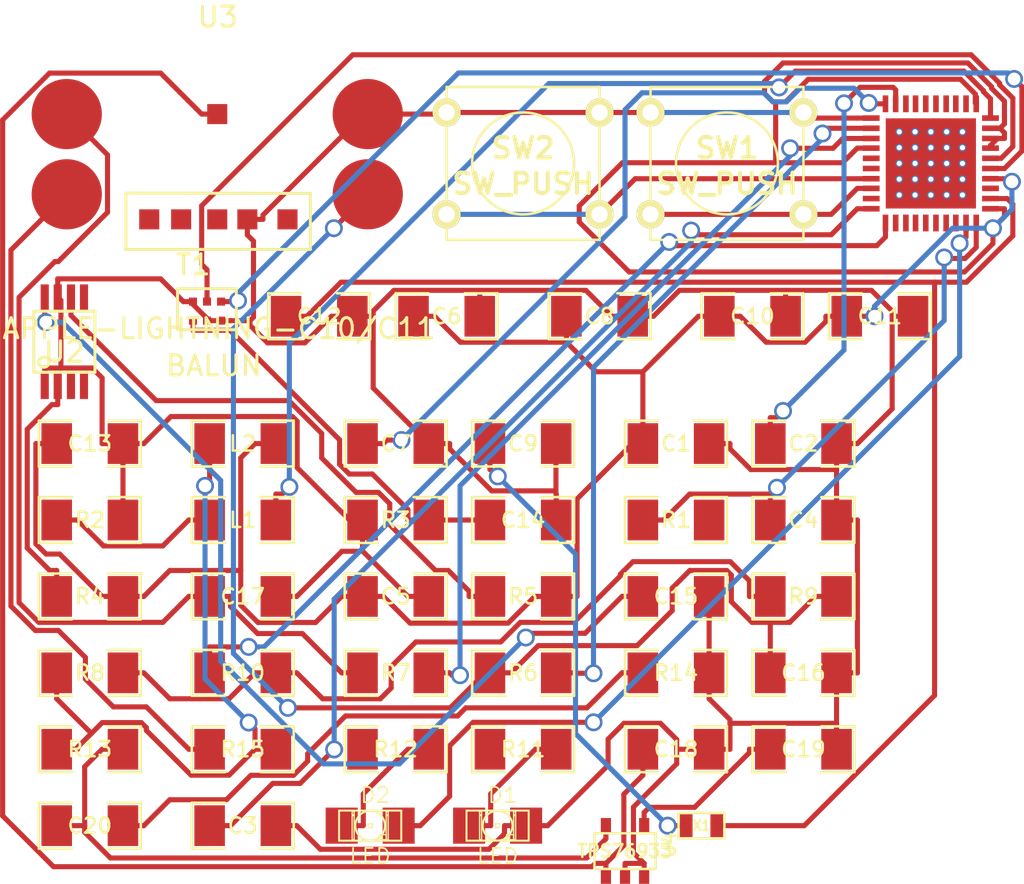
<source format=kicad_pcb>
(kicad_pcb (version 3) (host pcbnew "(2013-07-07 BZR 4022)-stable")

  (general
    (links 96)
    (no_connects 0)
    (area 176.207043 136.65104 229.671033 181.051906)
    (thickness 1.6)
    (drawings 0)
    (tracks 587)
    (zones 0)
    (modules 47)
    (nets 34)
  )

  (page A3)
  (layers
    (15 F.Cu signal)
    (0 B.Cu signal)
    (16 B.Adhes user)
    (17 F.Adhes user)
    (18 B.Paste user)
    (19 F.Paste user)
    (20 B.SilkS user)
    (21 F.SilkS user)
    (22 B.Mask user)
    (23 F.Mask user)
    (24 Dwgs.User user)
    (25 Cmts.User user)
    (26 Eco1.User user)
    (27 Eco2.User user)
    (28 Edge.Cuts user)
  )

  (setup
    (last_trace_width 0.254)
    (trace_clearance 0.254)
    (zone_clearance 0.508)
    (zone_45_only no)
    (trace_min 0.254)
    (segment_width 0.2)
    (edge_width 0.1)
    (via_size 0.889)
    (via_drill 0.635)
    (via_min_size 0.889)
    (via_min_drill 0.508)
    (uvia_size 0.508)
    (uvia_drill 0.127)
    (uvias_allowed no)
    (uvia_min_size 0.508)
    (uvia_min_drill 0.127)
    (pcb_text_width 0.3)
    (pcb_text_size 1.5 1.5)
    (mod_edge_width 0.15)
    (mod_text_size 1 1)
    (mod_text_width 0.15)
    (pad_size 3.5 3.5)
    (pad_drill 0.6)
    (pad_to_mask_clearance 0)
    (aux_axis_origin 0 0)
    (visible_elements FFFFFFBF)
    (pcbplotparams
      (layerselection 3178497)
      (usegerberextensions true)
      (excludeedgelayer true)
      (linewidth 0.150000)
      (plotframeref false)
      (viasonmask false)
      (mode 1)
      (useauxorigin false)
      (hpglpennumber 1)
      (hpglpenspeed 20)
      (hpglpendiameter 15)
      (hpglpenoverlay 2)
      (psnegative false)
      (psa4output false)
      (plotreference true)
      (plotvalue true)
      (plotothertext true)
      (plotinvisibletext false)
      (padsonsilk false)
      (subtractmaskfromsilk false)
      (outputformat 1)
      (mirror false)
      (drillshape 1)
      (scaleselection 1)
      (outputdirectory ""))
  )

  (net 0 "")
  (net 1 3V3)
  (net 2 GND)
  (net 3 N-000001)
  (net 4 N-0000013)
  (net 5 N-0000015)
  (net 6 N-0000017)
  (net 7 N-0000029)
  (net 8 N-000003)
  (net 9 N-000004)
  (net 10 N-0000044)
  (net 11 N-0000045)
  (net 12 N-0000046)
  (net 13 N-0000049)
  (net 14 N-000005)
  (net 15 N-0000050)
  (net 16 N-0000052)
  (net 17 N-0000058)
  (net 18 N-0000059)
  (net 19 N-000006)
  (net 20 N-0000063)
  (net 21 N-0000064)
  (net 22 N-0000065)
  (net 23 N-000007)
  (net 24 N-000009)
  (net 25 P0_0)
  (net 26 P1_0/LED)
  (net 27 P1_2)
  (net 28 P1_3)
  (net 29 PA_DM)
  (net 30 PA_DP)
  (net 31 VBUS)
  (net 32 VCC)
  (net 33 VCC_EXT)

  (net_class Default "This is the default net class."
    (clearance 0.254)
    (trace_width 0.254)
    (via_dia 0.889)
    (via_drill 0.635)
    (uvia_dia 0.508)
    (uvia_drill 0.127)
    (add_net "")
    (add_net 3V3)
    (add_net GND)
    (add_net N-000001)
    (add_net N-0000013)
    (add_net N-0000015)
    (add_net N-0000017)
    (add_net N-0000029)
    (add_net N-000003)
    (add_net N-000004)
    (add_net N-0000044)
    (add_net N-0000045)
    (add_net N-0000046)
    (add_net N-0000049)
    (add_net N-000005)
    (add_net N-0000050)
    (add_net N-0000052)
    (add_net N-0000058)
    (add_net N-0000059)
    (add_net N-000006)
    (add_net N-0000063)
    (add_net N-0000064)
    (add_net N-0000065)
    (add_net N-000007)
    (add_net N-000009)
    (add_net P0_0)
    (add_net P1_0/LED)
    (add_net P1_2)
    (add_net P1_3)
    (add_net PA_DM)
    (add_net PA_DP)
    (add_net VBUS)
    (add_net VCC)
    (add_net VCC_EXT)
  )

  (module SW_PUSH_SMALL (layer F.Cu) (tedit 46544DB3) (tstamp 53726D95)
    (at 214.63 144.78)
    (path /534DA73B/534E06EE)
    (fp_text reference SW1 (at 0 -0.762) (layer F.SilkS)
      (effects (font (size 1.016 1.016) (thickness 0.2032)))
    )
    (fp_text value SW_PUSH (at 0 1.016) (layer F.SilkS)
      (effects (font (size 1.016 1.016) (thickness 0.2032)))
    )
    (fp_circle (center 0 0) (end 0 -2.54) (layer F.SilkS) (width 0.127))
    (fp_line (start -3.81 -3.81) (end 3.81 -3.81) (layer F.SilkS) (width 0.127))
    (fp_line (start 3.81 -3.81) (end 3.81 3.81) (layer F.SilkS) (width 0.127))
    (fp_line (start 3.81 3.81) (end -3.81 3.81) (layer F.SilkS) (width 0.127))
    (fp_line (start -3.81 -3.81) (end -3.81 3.81) (layer F.SilkS) (width 0.127))
    (pad 1 thru_hole circle (at 3.81 -2.54) (size 1.397 1.397) (drill 0.8128)
      (layers *.Cu *.Mask F.SilkS)
      (net 2 GND)
    )
    (pad 2 thru_hole circle (at 3.81 2.54) (size 1.397 1.397) (drill 0.8128)
      (layers *.Cu *.Mask F.SilkS)
      (net 27 P1_2)
    )
    (pad 1 thru_hole circle (at -3.81 -2.54) (size 1.397 1.397) (drill 0.8128)
      (layers *.Cu *.Mask F.SilkS)
      (net 2 GND)
    )
    (pad 2 thru_hole circle (at -3.81 2.54) (size 1.397 1.397) (drill 0.8128)
      (layers *.Cu *.Mask F.SilkS)
      (net 27 P1_2)
    )
  )

  (module SW_PUSH_SMALL (layer F.Cu) (tedit 46544DB3) (tstamp 53726DA2)
    (at 204.47 144.78)
    (path /534DA73B/534E0808)
    (fp_text reference SW2 (at 0 -0.762) (layer F.SilkS)
      (effects (font (size 1.016 1.016) (thickness 0.2032)))
    )
    (fp_text value SW_PUSH (at 0 1.016) (layer F.SilkS)
      (effects (font (size 1.016 1.016) (thickness 0.2032)))
    )
    (fp_circle (center 0 0) (end 0 -2.54) (layer F.SilkS) (width 0.127))
    (fp_line (start -3.81 -3.81) (end 3.81 -3.81) (layer F.SilkS) (width 0.127))
    (fp_line (start 3.81 -3.81) (end 3.81 3.81) (layer F.SilkS) (width 0.127))
    (fp_line (start 3.81 3.81) (end -3.81 3.81) (layer F.SilkS) (width 0.127))
    (fp_line (start -3.81 -3.81) (end -3.81 3.81) (layer F.SilkS) (width 0.127))
    (pad 1 thru_hole circle (at 3.81 -2.54) (size 1.397 1.397) (drill 0.8128)
      (layers *.Cu *.Mask F.SilkS)
      (net 2 GND)
    )
    (pad 2 thru_hole circle (at 3.81 2.54) (size 1.397 1.397) (drill 0.8128)
      (layers *.Cu *.Mask F.SilkS)
      (net 28 P1_3)
    )
    (pad 1 thru_hole circle (at -3.81 -2.54) (size 1.397 1.397) (drill 0.8128)
      (layers *.Cu *.Mask F.SilkS)
      (net 2 GND)
    )
    (pad 2 thru_hole circle (at -3.81 2.54) (size 1.397 1.397) (drill 0.8128)
      (layers *.Cu *.Mask F.SilkS)
      (net 28 P1_3)
    )
  )

  (module SSOP8 (layer F.Cu) (tedit 46ADEAE0) (tstamp 53726DB3)
    (at 181.61 153.67)
    (path /534DA73B/534DA815)
    (attr smd)
    (fp_text reference U2 (at 0 0.508) (layer F.SilkS)
      (effects (font (size 1.016 1.016) (thickness 0.1524)))
    )
    (fp_text value APPLE-CP (at 0 -0.762) (layer F.SilkS) hide
      (effects (font (size 0.762 0.508) (thickness 0.1524)))
    )
    (fp_circle (center -1.016 1.016) (end -1.016 0.762) (layer F.SilkS) (width 0.1524))
    (fp_line (start 1.524 1.524) (end -1.524 1.524) (layer F.SilkS) (width 0.1524))
    (fp_line (start -1.524 1.524) (end -1.524 -1.524) (layer F.SilkS) (width 0.1524))
    (fp_line (start -1.524 -1.524) (end 1.524 -1.524) (layer F.SilkS) (width 0.1524))
    (fp_line (start 1.524 -1.524) (end 1.524 1.524) (layer F.SilkS) (width 0.1524))
    (pad 1 smd rect (at -0.9779 2.2225) (size 0.4064 1.27)
      (layers F.Cu F.Paste F.Mask)
      (net 2 GND)
    )
    (pad 2 smd rect (at -0.3302 2.2225) (size 0.4064 1.27)
      (layers F.Cu F.Paste F.Mask)
      (net 20 N-0000063)
    )
    (pad 3 smd rect (at 0.3302 2.2225) (size 0.4064 1.27)
      (layers F.Cu F.Paste F.Mask)
    )
    (pad 4 smd rect (at 0.9779 2.2225) (size 0.4064 1.27)
      (layers F.Cu F.Paste F.Mask)
    )
    (pad 5 smd rect (at 0.9779 -2.2225) (size 0.4064 1.27)
      (layers F.Cu F.Paste F.Mask)
    )
    (pad 6 smd rect (at 0.3302 -2.2225) (size 0.4064 1.27)
      (layers F.Cu F.Paste F.Mask)
      (net 17 N-0000058)
    )
    (pad 7 smd rect (at -0.3302 -2.2225) (size 0.4064 1.27)
      (layers F.Cu F.Paste F.Mask)
      (net 2 GND)
    )
    (pad 8 smd rect (at -0.9779 -2.2225) (size 0.4064 1.27)
      (layers F.Cu F.Paste F.Mask)
      (net 18 N-0000059)
    )
    (model smd/cms_so8.wrl
      (at (xyz 0 0 0))
      (scale (xyz 0.25 0.25 0.25))
      (rotate (xyz 0 0 0))
    )
  )

  (module SOT23-5 (layer F.Cu) (tedit 4ECF78EF) (tstamp 53726DC0)
    (at 209.55 179.07)
    (path /534CAAB8/534CBA4E)
    (attr smd)
    (fp_text reference U4 (at 2.19964 -0.29972 90) (layer F.SilkS)
      (effects (font (size 0.635 0.635) (thickness 0.127)))
    )
    (fp_text value TPS76933 (at 0 0) (layer F.SilkS)
      (effects (font (size 0.635 0.635) (thickness 0.127)))
    )
    (fp_line (start 1.524 -0.889) (end 1.524 0.889) (layer F.SilkS) (width 0.127))
    (fp_line (start 1.524 0.889) (end -1.524 0.889) (layer F.SilkS) (width 0.127))
    (fp_line (start -1.524 0.889) (end -1.524 -0.889) (layer F.SilkS) (width 0.127))
    (fp_line (start -1.524 -0.889) (end 1.524 -0.889) (layer F.SilkS) (width 0.127))
    (pad 1 smd rect (at -0.9525 1.27) (size 0.508 0.762)
      (layers F.Cu F.Paste F.Mask)
      (net 31 VBUS)
    )
    (pad 3 smd rect (at 0.9525 1.27) (size 0.508 0.762)
      (layers F.Cu F.Paste F.Mask)
      (net 2 GND)
    )
    (pad 5 smd rect (at -0.9525 -1.27) (size 0.508 0.762)
      (layers F.Cu F.Paste F.Mask)
      (net 12 N-0000046)
    )
    (pad 2 smd rect (at 0 1.27) (size 0.508 0.762)
      (layers F.Cu F.Paste F.Mask)
      (net 2 GND)
    )
    (pad 4 smd rect (at 0.9525 -1.27) (size 0.508 0.762)
      (layers F.Cu F.Paste F.Mask)
      (net 11 N-0000045)
    )
    (model smd/SOT23_5.wrl
      (at (xyz 0 0 0))
      (scale (xyz 0.1 0.1 0.1))
      (rotate (xyz 0 0 0))
    )
  )

  (module SM1206 (layer F.Cu) (tedit 42806E24) (tstamp 53726DCC)
    (at 190.5 166.37)
    (path /534DA73B/534DECA4)
    (attr smd)
    (fp_text reference C17 (at 0 0) (layer F.SilkS)
      (effects (font (size 0.762 0.762) (thickness 0.127)))
    )
    (fp_text value C (at 0 0) (layer F.SilkS) hide
      (effects (font (size 0.762 0.762) (thickness 0.127)))
    )
    (fp_line (start -2.54 -1.143) (end -2.54 1.143) (layer F.SilkS) (width 0.127))
    (fp_line (start -2.54 1.143) (end -0.889 1.143) (layer F.SilkS) (width 0.127))
    (fp_line (start 0.889 -1.143) (end 2.54 -1.143) (layer F.SilkS) (width 0.127))
    (fp_line (start 2.54 -1.143) (end 2.54 1.143) (layer F.SilkS) (width 0.127))
    (fp_line (start 2.54 1.143) (end 0.889 1.143) (layer F.SilkS) (width 0.127))
    (fp_line (start -0.889 -1.143) (end -2.54 -1.143) (layer F.SilkS) (width 0.127))
    (pad 1 smd rect (at -1.651 0) (size 1.524 2.032)
      (layers F.Cu F.Paste F.Mask)
      (net 21 N-0000064)
    )
    (pad 2 smd rect (at 1.651 0) (size 1.524 2.032)
      (layers F.Cu F.Paste F.Mask)
      (net 2 GND)
    )
    (model smd/chip_cms.wrl
      (at (xyz 0 0 0))
      (scale (xyz 0.17 0.16 0.16))
      (rotate (xyz 0 0 0))
    )
  )

  (module SM1206 (layer F.Cu) (tedit 42806E24) (tstamp 53726DD8)
    (at 182.88 166.37)
    (path /534DA73B/534DA9CD)
    (attr smd)
    (fp_text reference R4 (at 0 0) (layer F.SilkS)
      (effects (font (size 0.762 0.762) (thickness 0.127)))
    )
    (fp_text value 2.2K (at 0 0) (layer F.SilkS) hide
      (effects (font (size 0.762 0.762) (thickness 0.127)))
    )
    (fp_line (start -2.54 -1.143) (end -2.54 1.143) (layer F.SilkS) (width 0.127))
    (fp_line (start -2.54 1.143) (end -0.889 1.143) (layer F.SilkS) (width 0.127))
    (fp_line (start 0.889 -1.143) (end 2.54 -1.143) (layer F.SilkS) (width 0.127))
    (fp_line (start 2.54 -1.143) (end 2.54 1.143) (layer F.SilkS) (width 0.127))
    (fp_line (start 2.54 1.143) (end 0.889 1.143) (layer F.SilkS) (width 0.127))
    (fp_line (start -0.889 -1.143) (end -2.54 -1.143) (layer F.SilkS) (width 0.127))
    (pad 1 smd rect (at -1.651 0) (size 1.524 2.032)
      (layers F.Cu F.Paste F.Mask)
      (net 20 N-0000063)
    )
    (pad 2 smd rect (at 1.651 0) (size 1.524 2.032)
      (layers F.Cu F.Paste F.Mask)
      (net 32 VCC)
    )
    (model smd/chip_cms.wrl
      (at (xyz 0 0 0))
      (scale (xyz 0.17 0.16 0.16))
      (rotate (xyz 0 0 0))
    )
  )

  (module SM1206 (layer F.Cu) (tedit 42806E24) (tstamp 53726DE4)
    (at 218.44 158.75)
    (path /534B12E1)
    (attr smd)
    (fp_text reference C2 (at 0 0) (layer F.SilkS)
      (effects (font (size 0.762 0.762) (thickness 0.127)))
    )
    (fp_text value 1U (at 0 0) (layer F.SilkS) hide
      (effects (font (size 0.762 0.762) (thickness 0.127)))
    )
    (fp_line (start -2.54 -1.143) (end -2.54 1.143) (layer F.SilkS) (width 0.127))
    (fp_line (start -2.54 1.143) (end -0.889 1.143) (layer F.SilkS) (width 0.127))
    (fp_line (start 0.889 -1.143) (end 2.54 -1.143) (layer F.SilkS) (width 0.127))
    (fp_line (start 2.54 -1.143) (end 2.54 1.143) (layer F.SilkS) (width 0.127))
    (fp_line (start 2.54 1.143) (end 0.889 1.143) (layer F.SilkS) (width 0.127))
    (fp_line (start -0.889 -1.143) (end -2.54 -1.143) (layer F.SilkS) (width 0.127))
    (pad 1 smd rect (at -1.651 0) (size 1.524 2.032)
      (layers F.Cu F.Paste F.Mask)
      (net 5 N-0000015)
    )
    (pad 2 smd rect (at 1.651 0) (size 1.524 2.032)
      (layers F.Cu F.Paste F.Mask)
      (net 2 GND)
    )
    (model smd/chip_cms.wrl
      (at (xyz 0 0 0))
      (scale (xyz 0.17 0.16 0.16))
      (rotate (xyz 0 0 0))
    )
  )

  (module SM1206 (layer F.Cu) (tedit 42806E24) (tstamp 53726DF0)
    (at 204.47 166.37)
    (path /534DA73B/534DA9DC)
    (attr smd)
    (fp_text reference R5 (at 0 0) (layer F.SilkS)
      (effects (font (size 0.762 0.762) (thickness 0.127)))
    )
    (fp_text value 2.2K (at 0 0) (layer F.SilkS) hide
      (effects (font (size 0.762 0.762) (thickness 0.127)))
    )
    (fp_line (start -2.54 -1.143) (end -2.54 1.143) (layer F.SilkS) (width 0.127))
    (fp_line (start -2.54 1.143) (end -0.889 1.143) (layer F.SilkS) (width 0.127))
    (fp_line (start 0.889 -1.143) (end 2.54 -1.143) (layer F.SilkS) (width 0.127))
    (fp_line (start 2.54 -1.143) (end 2.54 1.143) (layer F.SilkS) (width 0.127))
    (fp_line (start 2.54 1.143) (end 0.889 1.143) (layer F.SilkS) (width 0.127))
    (fp_line (start -0.889 -1.143) (end -2.54 -1.143) (layer F.SilkS) (width 0.127))
    (pad 1 smd rect (at -1.651 0) (size 1.524 2.032)
      (layers F.Cu F.Paste F.Mask)
      (net 17 N-0000058)
    )
    (pad 2 smd rect (at 1.651 0) (size 1.524 2.032)
      (layers F.Cu F.Paste F.Mask)
      (net 32 VCC)
    )
    (model smd/chip_cms.wrl
      (at (xyz 0 0 0))
      (scale (xyz 0.17 0.16 0.16))
      (rotate (xyz 0 0 0))
    )
  )

  (module SM1206 (layer F.Cu) (tedit 42806E24) (tstamp 53726DFC)
    (at 212.09 166.37)
    (path /534DA73B/534DAACE)
    (attr smd)
    (fp_text reference C15 (at 0 0) (layer F.SilkS)
      (effects (font (size 0.762 0.762) (thickness 0.127)))
    )
    (fp_text value 0.1U (at 0 0) (layer F.SilkS) hide
      (effects (font (size 0.762 0.762) (thickness 0.127)))
    )
    (fp_line (start -2.54 -1.143) (end -2.54 1.143) (layer F.SilkS) (width 0.127))
    (fp_line (start -2.54 1.143) (end -0.889 1.143) (layer F.SilkS) (width 0.127))
    (fp_line (start 0.889 -1.143) (end 2.54 -1.143) (layer F.SilkS) (width 0.127))
    (fp_line (start 2.54 -1.143) (end 2.54 1.143) (layer F.SilkS) (width 0.127))
    (fp_line (start 2.54 1.143) (end 0.889 1.143) (layer F.SilkS) (width 0.127))
    (fp_line (start -0.889 -1.143) (end -2.54 -1.143) (layer F.SilkS) (width 0.127))
    (pad 1 smd rect (at -1.651 0) (size 1.524 2.032)
      (layers F.Cu F.Paste F.Mask)
      (net 18 N-0000059)
    )
    (pad 2 smd rect (at 1.651 0) (size 1.524 2.032)
      (layers F.Cu F.Paste F.Mask)
      (net 2 GND)
    )
    (model smd/chip_cms.wrl
      (at (xyz 0 0 0))
      (scale (xyz 0.17 0.16 0.16))
      (rotate (xyz 0 0 0))
    )
  )

  (module SM1206 (layer F.Cu) (tedit 42806E24) (tstamp 53726E08)
    (at 218.44 166.37)
    (path /534DA73B/534DE245)
    (attr smd)
    (fp_text reference R9 (at 0 0) (layer F.SilkS)
      (effects (font (size 0.762 0.762) (thickness 0.127)))
    )
    (fp_text value 1K5 (at 0 0) (layer F.SilkS) hide
      (effects (font (size 0.762 0.762) (thickness 0.127)))
    )
    (fp_line (start -2.54 -1.143) (end -2.54 1.143) (layer F.SilkS) (width 0.127))
    (fp_line (start -2.54 1.143) (end -0.889 1.143) (layer F.SilkS) (width 0.127))
    (fp_line (start 0.889 -1.143) (end 2.54 -1.143) (layer F.SilkS) (width 0.127))
    (fp_line (start 2.54 -1.143) (end 2.54 1.143) (layer F.SilkS) (width 0.127))
    (fp_line (start 2.54 1.143) (end 0.889 1.143) (layer F.SilkS) (width 0.127))
    (fp_line (start -0.889 -1.143) (end -2.54 -1.143) (layer F.SilkS) (width 0.127))
    (pad 1 smd rect (at -1.651 0) (size 1.524 2.032)
      (layers F.Cu F.Paste F.Mask)
      (net 13 N-0000049)
    )
    (pad 2 smd rect (at 1.651 0) (size 1.524 2.032)
      (layers F.Cu F.Paste F.Mask)
      (net 22 N-0000065)
    )
    (model smd/chip_cms.wrl
      (at (xyz 0 0 0))
      (scale (xyz 0.17 0.16 0.16))
      (rotate (xyz 0 0 0))
    )
  )

  (module SM1206 (layer F.Cu) (tedit 42806E24) (tstamp 53726E14)
    (at 182.88 170.18)
    (path /534DA73B/534DE254)
    (attr smd)
    (fp_text reference R8 (at 0 0) (layer F.SilkS)
      (effects (font (size 0.762 0.762) (thickness 0.127)))
    )
    (fp_text value R (at 0 0) (layer F.SilkS) hide
      (effects (font (size 0.762 0.762) (thickness 0.127)))
    )
    (fp_line (start -2.54 -1.143) (end -2.54 1.143) (layer F.SilkS) (width 0.127))
    (fp_line (start -2.54 1.143) (end -0.889 1.143) (layer F.SilkS) (width 0.127))
    (fp_line (start 0.889 -1.143) (end 2.54 -1.143) (layer F.SilkS) (width 0.127))
    (fp_line (start 2.54 -1.143) (end 2.54 1.143) (layer F.SilkS) (width 0.127))
    (fp_line (start 2.54 1.143) (end 0.889 1.143) (layer F.SilkS) (width 0.127))
    (fp_line (start -0.889 -1.143) (end -2.54 -1.143) (layer F.SilkS) (width 0.127))
    (pad 1 smd rect (at -1.651 0) (size 1.524 2.032)
      (layers F.Cu F.Paste F.Mask)
      (net 1 3V3)
    )
    (pad 2 smd rect (at 1.651 0) (size 1.524 2.032)
      (layers F.Cu F.Paste F.Mask)
      (net 13 N-0000049)
    )
    (model smd/chip_cms.wrl
      (at (xyz 0 0 0))
      (scale (xyz 0.17 0.16 0.16))
      (rotate (xyz 0 0 0))
    )
  )

  (module SM1206 (layer F.Cu) (tedit 42806E24) (tstamp 53726E20)
    (at 190.5 170.18)
    (path /534DA73B/534DE263)
    (attr smd)
    (fp_text reference R10 (at 0 0) (layer F.SilkS)
      (effects (font (size 0.762 0.762) (thickness 0.127)))
    )
    (fp_text value 0 (at 0 0) (layer F.SilkS) hide
      (effects (font (size 0.762 0.762) (thickness 0.127)))
    )
    (fp_line (start -2.54 -1.143) (end -2.54 1.143) (layer F.SilkS) (width 0.127))
    (fp_line (start -2.54 1.143) (end -0.889 1.143) (layer F.SilkS) (width 0.127))
    (fp_line (start 0.889 -1.143) (end 2.54 -1.143) (layer F.SilkS) (width 0.127))
    (fp_line (start 2.54 -1.143) (end 2.54 1.143) (layer F.SilkS) (width 0.127))
    (fp_line (start 2.54 1.143) (end 0.889 1.143) (layer F.SilkS) (width 0.127))
    (fp_line (start -0.889 -1.143) (end -2.54 -1.143) (layer F.SilkS) (width 0.127))
    (pad 1 smd rect (at -1.651 0) (size 1.524 2.032)
      (layers F.Cu F.Paste F.Mask)
      (net 26 P1_0/LED)
    )
    (pad 2 smd rect (at 1.651 0) (size 1.524 2.032)
      (layers F.Cu F.Paste F.Mask)
      (net 13 N-0000049)
    )
    (model smd/chip_cms.wrl
      (at (xyz 0 0 0))
      (scale (xyz 0.17 0.16 0.16))
      (rotate (xyz 0 0 0))
    )
  )

  (module SM1206 (layer F.Cu) (tedit 42806E24) (tstamp 53726E2C)
    (at 198.12 170.18)
    (path /534DA73B/534DE272)
    (attr smd)
    (fp_text reference R7 (at 0 0) (layer F.SilkS)
      (effects (font (size 0.762 0.762) (thickness 0.127)))
    )
    (fp_text value 33 (at 0 0) (layer F.SilkS) hide
      (effects (font (size 0.762 0.762) (thickness 0.127)))
    )
    (fp_line (start -2.54 -1.143) (end -2.54 1.143) (layer F.SilkS) (width 0.127))
    (fp_line (start -2.54 1.143) (end -0.889 1.143) (layer F.SilkS) (width 0.127))
    (fp_line (start 0.889 -1.143) (end 2.54 -1.143) (layer F.SilkS) (width 0.127))
    (fp_line (start 2.54 -1.143) (end 2.54 1.143) (layer F.SilkS) (width 0.127))
    (fp_line (start 2.54 1.143) (end 0.889 1.143) (layer F.SilkS) (width 0.127))
    (fp_line (start -0.889 -1.143) (end -2.54 -1.143) (layer F.SilkS) (width 0.127))
    (pad 1 smd rect (at -1.651 0) (size 1.524 2.032)
      (layers F.Cu F.Paste F.Mask)
      (net 21 N-0000064)
    )
    (pad 2 smd rect (at 1.651 0) (size 1.524 2.032)
      (layers F.Cu F.Paste F.Mask)
      (net 29 PA_DM)
    )
    (model smd/chip_cms.wrl
      (at (xyz 0 0 0))
      (scale (xyz 0.17 0.16 0.16))
      (rotate (xyz 0 0 0))
    )
  )

  (module SM1206 (layer F.Cu) (tedit 42806E24) (tstamp 53726E38)
    (at 204.47 170.18)
    (path /534DA73B/534DE281)
    (attr smd)
    (fp_text reference R6 (at 0 0) (layer F.SilkS)
      (effects (font (size 0.762 0.762) (thickness 0.127)))
    )
    (fp_text value 33 (at 0 0) (layer F.SilkS) hide
      (effects (font (size 0.762 0.762) (thickness 0.127)))
    )
    (fp_line (start -2.54 -1.143) (end -2.54 1.143) (layer F.SilkS) (width 0.127))
    (fp_line (start -2.54 1.143) (end -0.889 1.143) (layer F.SilkS) (width 0.127))
    (fp_line (start 0.889 -1.143) (end 2.54 -1.143) (layer F.SilkS) (width 0.127))
    (fp_line (start 2.54 -1.143) (end 2.54 1.143) (layer F.SilkS) (width 0.127))
    (fp_line (start 2.54 1.143) (end 0.889 1.143) (layer F.SilkS) (width 0.127))
    (fp_line (start -0.889 -1.143) (end -2.54 -1.143) (layer F.SilkS) (width 0.127))
    (pad 1 smd rect (at -1.651 0) (size 1.524 2.032)
      (layers F.Cu F.Paste F.Mask)
      (net 22 N-0000065)
    )
    (pad 2 smd rect (at 1.651 0) (size 1.524 2.032)
      (layers F.Cu F.Paste F.Mask)
      (net 30 PA_DP)
    )
    (model smd/chip_cms.wrl
      (at (xyz 0 0 0))
      (scale (xyz 0.17 0.16 0.16))
      (rotate (xyz 0 0 0))
    )
  )

  (module SM1206 (layer F.Cu) (tedit 42806E24) (tstamp 53726E44)
    (at 212.09 170.18)
    (path /534CAAB8/534CBD76)
    (attr smd)
    (fp_text reference R14 (at 0 0) (layer F.SilkS)
      (effects (font (size 0.762 0.762) (thickness 0.127)))
    )
    (fp_text value 2 (at 0 0) (layer F.SilkS) hide
      (effects (font (size 0.762 0.762) (thickness 0.127)))
    )
    (fp_line (start -2.54 -1.143) (end -2.54 1.143) (layer F.SilkS) (width 0.127))
    (fp_line (start -2.54 1.143) (end -0.889 1.143) (layer F.SilkS) (width 0.127))
    (fp_line (start 0.889 -1.143) (end 2.54 -1.143) (layer F.SilkS) (width 0.127))
    (fp_line (start 2.54 -1.143) (end 2.54 1.143) (layer F.SilkS) (width 0.127))
    (fp_line (start 2.54 1.143) (end 0.889 1.143) (layer F.SilkS) (width 0.127))
    (fp_line (start -0.889 -1.143) (end -2.54 -1.143) (layer F.SilkS) (width 0.127))
    (pad 1 smd rect (at -1.651 0) (size 1.524 2.032)
      (layers F.Cu F.Paste F.Mask)
      (net 10 N-0000044)
    )
    (pad 2 smd rect (at 1.651 0) (size 1.524 2.032)
      (layers F.Cu F.Paste F.Mask)
      (net 2 GND)
    )
    (model smd/chip_cms.wrl
      (at (xyz 0 0 0))
      (scale (xyz 0.17 0.16 0.16))
      (rotate (xyz 0 0 0))
    )
  )

  (module SM1206 (layer F.Cu) (tedit 42806E24) (tstamp 53726E50)
    (at 218.44 170.18)
    (path /534DA73B/534DECB3)
    (attr smd)
    (fp_text reference C16 (at 0 0) (layer F.SilkS)
      (effects (font (size 0.762 0.762) (thickness 0.127)))
    )
    (fp_text value C (at 0 0) (layer F.SilkS) hide
      (effects (font (size 0.762 0.762) (thickness 0.127)))
    )
    (fp_line (start -2.54 -1.143) (end -2.54 1.143) (layer F.SilkS) (width 0.127))
    (fp_line (start -2.54 1.143) (end -0.889 1.143) (layer F.SilkS) (width 0.127))
    (fp_line (start 0.889 -1.143) (end 2.54 -1.143) (layer F.SilkS) (width 0.127))
    (fp_line (start 2.54 -1.143) (end 2.54 1.143) (layer F.SilkS) (width 0.127))
    (fp_line (start 2.54 1.143) (end 0.889 1.143) (layer F.SilkS) (width 0.127))
    (fp_line (start -0.889 -1.143) (end -2.54 -1.143) (layer F.SilkS) (width 0.127))
    (pad 1 smd rect (at -1.651 0) (size 1.524 2.032)
      (layers F.Cu F.Paste F.Mask)
      (net 22 N-0000065)
    )
    (pad 2 smd rect (at 1.651 0) (size 1.524 2.032)
      (layers F.Cu F.Paste F.Mask)
      (net 2 GND)
    )
    (model smd/chip_cms.wrl
      (at (xyz 0 0 0))
      (scale (xyz 0.17 0.16 0.16))
      (rotate (xyz 0 0 0))
    )
  )

  (module SM1206 (layer F.Cu) (tedit 42806E24) (tstamp 53726E5C)
    (at 182.88 173.99)
    (path /534CAAB8/534CBD94)
    (attr smd)
    (fp_text reference R13 (at 0 0) (layer F.SilkS)
      (effects (font (size 0.762 0.762) (thickness 0.127)))
    )
    (fp_text value 0 (at 0 0) (layer F.SilkS) hide
      (effects (font (size 0.762 0.762) (thickness 0.127)))
    )
    (fp_line (start -2.54 -1.143) (end -2.54 1.143) (layer F.SilkS) (width 0.127))
    (fp_line (start -2.54 1.143) (end -0.889 1.143) (layer F.SilkS) (width 0.127))
    (fp_line (start 0.889 -1.143) (end 2.54 -1.143) (layer F.SilkS) (width 0.127))
    (fp_line (start 2.54 -1.143) (end 2.54 1.143) (layer F.SilkS) (width 0.127))
    (fp_line (start 2.54 1.143) (end 0.889 1.143) (layer F.SilkS) (width 0.127))
    (fp_line (start -0.889 -1.143) (end -2.54 -1.143) (layer F.SilkS) (width 0.127))
    (pad 1 smd rect (at -1.651 0) (size 1.524 2.032)
      (layers F.Cu F.Paste F.Mask)
      (net 1 3V3)
    )
    (pad 2 smd rect (at 1.651 0) (size 1.524 2.032)
      (layers F.Cu F.Paste F.Mask)
      (net 12 N-0000046)
    )
    (model smd/chip_cms.wrl
      (at (xyz 0 0 0))
      (scale (xyz 0.17 0.16 0.16))
      (rotate (xyz 0 0 0))
    )
  )

  (module SM1206 (layer F.Cu) (tedit 42806E24) (tstamp 53726E68)
    (at 190.5 173.99)
    (path /534CAAB8/534CBD85)
    (attr smd)
    (fp_text reference R15 (at 0 0) (layer F.SilkS)
      (effects (font (size 0.762 0.762) (thickness 0.127)))
    )
    (fp_text value R (at 0 0) (layer F.SilkS) hide
      (effects (font (size 0.762 0.762) (thickness 0.127)))
    )
    (fp_line (start -2.54 -1.143) (end -2.54 1.143) (layer F.SilkS) (width 0.127))
    (fp_line (start -2.54 1.143) (end -0.889 1.143) (layer F.SilkS) (width 0.127))
    (fp_line (start 0.889 -1.143) (end 2.54 -1.143) (layer F.SilkS) (width 0.127))
    (fp_line (start 2.54 -1.143) (end 2.54 1.143) (layer F.SilkS) (width 0.127))
    (fp_line (start 2.54 1.143) (end 0.889 1.143) (layer F.SilkS) (width 0.127))
    (fp_line (start -0.889 -1.143) (end -2.54 -1.143) (layer F.SilkS) (width 0.127))
    (pad 1 smd rect (at -1.651 0) (size 1.524 2.032)
      (layers F.Cu F.Paste F.Mask)
      (net 33 VCC_EXT)
    )
    (pad 2 smd rect (at 1.651 0) (size 1.524 2.032)
      (layers F.Cu F.Paste F.Mask)
      (net 1 3V3)
    )
    (model smd/chip_cms.wrl
      (at (xyz 0 0 0))
      (scale (xyz 0.17 0.16 0.16))
      (rotate (xyz 0 0 0))
    )
  )

  (module SM1206 (layer F.Cu) (tedit 42806E24) (tstamp 53726E74)
    (at 198.12 173.99)
    (path /534DA73B/534E102C)
    (attr smd)
    (fp_text reference R12 (at 0 0) (layer F.SilkS)
      (effects (font (size 0.762 0.762) (thickness 0.127)))
    )
    (fp_text value 270 (at 0 0) (layer F.SilkS) hide
      (effects (font (size 0.762 0.762) (thickness 0.127)))
    )
    (fp_line (start -2.54 -1.143) (end -2.54 1.143) (layer F.SilkS) (width 0.127))
    (fp_line (start -2.54 1.143) (end -0.889 1.143) (layer F.SilkS) (width 0.127))
    (fp_line (start 0.889 -1.143) (end 2.54 -1.143) (layer F.SilkS) (width 0.127))
    (fp_line (start 2.54 -1.143) (end 2.54 1.143) (layer F.SilkS) (width 0.127))
    (fp_line (start 2.54 1.143) (end 0.889 1.143) (layer F.SilkS) (width 0.127))
    (fp_line (start -0.889 -1.143) (end -2.54 -1.143) (layer F.SilkS) (width 0.127))
    (pad 1 smd rect (at -1.651 0) (size 1.524 2.032)
      (layers F.Cu F.Paste F.Mask)
    )
    (pad 2 smd rect (at 1.651 0) (size 1.524 2.032)
      (layers F.Cu F.Paste F.Mask)
      (net 16 N-0000052)
    )
    (model smd/chip_cms.wrl
      (at (xyz 0 0 0))
      (scale (xyz 0.17 0.16 0.16))
      (rotate (xyz 0 0 0))
    )
  )

  (module SM1206 (layer F.Cu) (tedit 42806E24) (tstamp 53726E80)
    (at 204.47 173.99)
    (path /534DA73B/534E1290)
    (attr smd)
    (fp_text reference R11 (at 0 0) (layer F.SilkS)
      (effects (font (size 0.762 0.762) (thickness 0.127)))
    )
    (fp_text value 270 (at 0 0) (layer F.SilkS) hide
      (effects (font (size 0.762 0.762) (thickness 0.127)))
    )
    (fp_line (start -2.54 -1.143) (end -2.54 1.143) (layer F.SilkS) (width 0.127))
    (fp_line (start -2.54 1.143) (end -0.889 1.143) (layer F.SilkS) (width 0.127))
    (fp_line (start 0.889 -1.143) (end 2.54 -1.143) (layer F.SilkS) (width 0.127))
    (fp_line (start 2.54 -1.143) (end 2.54 1.143) (layer F.SilkS) (width 0.127))
    (fp_line (start 2.54 1.143) (end 0.889 1.143) (layer F.SilkS) (width 0.127))
    (fp_line (start -0.889 -1.143) (end -2.54 -1.143) (layer F.SilkS) (width 0.127))
    (pad 1 smd rect (at -1.651 0) (size 1.524 2.032)
      (layers F.Cu F.Paste F.Mask)
    )
    (pad 2 smd rect (at 1.651 0) (size 1.524 2.032)
      (layers F.Cu F.Paste F.Mask)
      (net 15 N-0000050)
    )
    (model smd/chip_cms.wrl
      (at (xyz 0 0 0))
      (scale (xyz 0.17 0.16 0.16))
      (rotate (xyz 0 0 0))
    )
  )

  (module SM1206 (layer F.Cu) (tedit 42806E24) (tstamp 53726E8C)
    (at 212.09 173.99)
    (path /534CAAB8/534CBC8E)
    (attr smd)
    (fp_text reference C18 (at 0 0) (layer F.SilkS)
      (effects (font (size 0.762 0.762) (thickness 0.127)))
    )
    (fp_text value 1U (at 0 0) (layer F.SilkS) hide
      (effects (font (size 0.762 0.762) (thickness 0.127)))
    )
    (fp_line (start -2.54 -1.143) (end -2.54 1.143) (layer F.SilkS) (width 0.127))
    (fp_line (start -2.54 1.143) (end -0.889 1.143) (layer F.SilkS) (width 0.127))
    (fp_line (start 0.889 -1.143) (end 2.54 -1.143) (layer F.SilkS) (width 0.127))
    (fp_line (start 2.54 -1.143) (end 2.54 1.143) (layer F.SilkS) (width 0.127))
    (fp_line (start 2.54 1.143) (end 0.889 1.143) (layer F.SilkS) (width 0.127))
    (fp_line (start -0.889 -1.143) (end -2.54 -1.143) (layer F.SilkS) (width 0.127))
    (pad 1 smd rect (at -1.651 0) (size 1.524 2.032)
      (layers F.Cu F.Paste F.Mask)
      (net 31 VBUS)
    )
    (pad 2 smd rect (at 1.651 0) (size 1.524 2.032)
      (layers F.Cu F.Paste F.Mask)
      (net 2 GND)
    )
    (model smd/chip_cms.wrl
      (at (xyz 0 0 0))
      (scale (xyz 0.17 0.16 0.16))
      (rotate (xyz 0 0 0))
    )
  )

  (module SM1206 (layer F.Cu) (tedit 42806E24) (tstamp 53726E98)
    (at 218.44 173.99)
    (path /534CAAB8/534CBC9D)
    (attr smd)
    (fp_text reference C19 (at 0 0) (layer F.SilkS)
      (effects (font (size 0.762 0.762) (thickness 0.127)))
    )
    (fp_text value C (at 0 0) (layer F.SilkS) hide
      (effects (font (size 0.762 0.762) (thickness 0.127)))
    )
    (fp_line (start -2.54 -1.143) (end -2.54 1.143) (layer F.SilkS) (width 0.127))
    (fp_line (start -2.54 1.143) (end -0.889 1.143) (layer F.SilkS) (width 0.127))
    (fp_line (start 0.889 -1.143) (end 2.54 -1.143) (layer F.SilkS) (width 0.127))
    (fp_line (start 2.54 -1.143) (end 2.54 1.143) (layer F.SilkS) (width 0.127))
    (fp_line (start 2.54 1.143) (end 0.889 1.143) (layer F.SilkS) (width 0.127))
    (fp_line (start -0.889 -1.143) (end -2.54 -1.143) (layer F.SilkS) (width 0.127))
    (pad 1 smd rect (at -1.651 0) (size 1.524 2.032)
      (layers F.Cu F.Paste F.Mask)
      (net 11 N-0000045)
    )
    (pad 2 smd rect (at 1.651 0) (size 1.524 2.032)
      (layers F.Cu F.Paste F.Mask)
      (net 2 GND)
    )
    (model smd/chip_cms.wrl
      (at (xyz 0 0 0))
      (scale (xyz 0.17 0.16 0.16))
      (rotate (xyz 0 0 0))
    )
  )

  (module SM1206 (layer F.Cu) (tedit 42806E24) (tstamp 53726EA4)
    (at 182.88 177.8)
    (path /534CAAB8/534CBCAC)
    (attr smd)
    (fp_text reference C20 (at 0 0) (layer F.SilkS)
      (effects (font (size 0.762 0.762) (thickness 0.127)))
    )
    (fp_text value 4U7 (at 0 0) (layer F.SilkS) hide
      (effects (font (size 0.762 0.762) (thickness 0.127)))
    )
    (fp_line (start -2.54 -1.143) (end -2.54 1.143) (layer F.SilkS) (width 0.127))
    (fp_line (start -2.54 1.143) (end -0.889 1.143) (layer F.SilkS) (width 0.127))
    (fp_line (start 0.889 -1.143) (end 2.54 -1.143) (layer F.SilkS) (width 0.127))
    (fp_line (start 2.54 -1.143) (end 2.54 1.143) (layer F.SilkS) (width 0.127))
    (fp_line (start 2.54 1.143) (end 0.889 1.143) (layer F.SilkS) (width 0.127))
    (fp_line (start -0.889 -1.143) (end -2.54 -1.143) (layer F.SilkS) (width 0.127))
    (pad 1 smd rect (at -1.651 0) (size 1.524 2.032)
      (layers F.Cu F.Paste F.Mask)
      (net 12 N-0000046)
    )
    (pad 2 smd rect (at 1.651 0) (size 1.524 2.032)
      (layers F.Cu F.Paste F.Mask)
      (net 10 N-0000044)
    )
    (model smd/chip_cms.wrl
      (at (xyz 0 0 0))
      (scale (xyz 0.17 0.16 0.16))
      (rotate (xyz 0 0 0))
    )
  )

  (module SM1206 (layer F.Cu) (tedit 42806E24) (tstamp 53726EB0)
    (at 190.5 177.8)
    (path /534B12F0)
    (attr smd)
    (fp_text reference C3 (at 0 0) (layer F.SilkS)
      (effects (font (size 0.762 0.762) (thickness 0.127)))
    )
    (fp_text value 100N (at 0 0) (layer F.SilkS) hide
      (effects (font (size 0.762 0.762) (thickness 0.127)))
    )
    (fp_line (start -2.54 -1.143) (end -2.54 1.143) (layer F.SilkS) (width 0.127))
    (fp_line (start -2.54 1.143) (end -0.889 1.143) (layer F.SilkS) (width 0.127))
    (fp_line (start 0.889 -1.143) (end 2.54 -1.143) (layer F.SilkS) (width 0.127))
    (fp_line (start 2.54 -1.143) (end 2.54 1.143) (layer F.SilkS) (width 0.127))
    (fp_line (start 2.54 1.143) (end 0.889 1.143) (layer F.SilkS) (width 0.127))
    (fp_line (start -0.889 -1.143) (end -2.54 -1.143) (layer F.SilkS) (width 0.127))
    (pad 1 smd rect (at -1.651 0) (size 1.524 2.032)
      (layers F.Cu F.Paste F.Mask)
      (net 7 N-0000029)
    )
    (pad 2 smd rect (at 1.651 0) (size 1.524 2.032)
      (layers F.Cu F.Paste F.Mask)
      (net 2 GND)
    )
    (model smd/chip_cms.wrl
      (at (xyz 0 0 0))
      (scale (xyz 0.17 0.16 0.16))
      (rotate (xyz 0 0 0))
    )
  )

  (module SM1206 (layer F.Cu) (tedit 42806E24) (tstamp 53726EBC)
    (at 198.12 166.37)
    (path /534B47E4)
    (attr smd)
    (fp_text reference C5 (at 0 0) (layer F.SilkS)
      (effects (font (size 0.762 0.762) (thickness 0.127)))
    )
    (fp_text value 100N (at 0 0) (layer F.SilkS) hide
      (effects (font (size 0.762 0.762) (thickness 0.127)))
    )
    (fp_line (start -2.54 -1.143) (end -2.54 1.143) (layer F.SilkS) (width 0.127))
    (fp_line (start -2.54 1.143) (end -0.889 1.143) (layer F.SilkS) (width 0.127))
    (fp_line (start 0.889 -1.143) (end 2.54 -1.143) (layer F.SilkS) (width 0.127))
    (fp_line (start 2.54 -1.143) (end 2.54 1.143) (layer F.SilkS) (width 0.127))
    (fp_line (start 2.54 1.143) (end 0.889 1.143) (layer F.SilkS) (width 0.127))
    (fp_line (start -0.889 -1.143) (end -2.54 -1.143) (layer F.SilkS) (width 0.127))
    (pad 1 smd rect (at -1.651 0) (size 1.524 2.032)
      (layers F.Cu F.Paste F.Mask)
      (net 32 VCC)
    )
    (pad 2 smd rect (at 1.651 0) (size 1.524 2.032)
      (layers F.Cu F.Paste F.Mask)
      (net 2 GND)
    )
    (model smd/chip_cms.wrl
      (at (xyz 0 0 0))
      (scale (xyz 0.17 0.16 0.16))
      (rotate (xyz 0 0 0))
    )
  )

  (module SM1206 (layer F.Cu) (tedit 42806E24) (tstamp 53726EC8)
    (at 200.66 152.4)
    (path /534B47F3)
    (attr smd)
    (fp_text reference C6 (at 0 0) (layer F.SilkS)
      (effects (font (size 0.762 0.762) (thickness 0.127)))
    )
    (fp_text value 100N (at 0 0) (layer F.SilkS) hide
      (effects (font (size 0.762 0.762) (thickness 0.127)))
    )
    (fp_line (start -2.54 -1.143) (end -2.54 1.143) (layer F.SilkS) (width 0.127))
    (fp_line (start -2.54 1.143) (end -0.889 1.143) (layer F.SilkS) (width 0.127))
    (fp_line (start 0.889 -1.143) (end 2.54 -1.143) (layer F.SilkS) (width 0.127))
    (fp_line (start 2.54 -1.143) (end 2.54 1.143) (layer F.SilkS) (width 0.127))
    (fp_line (start 2.54 1.143) (end 0.889 1.143) (layer F.SilkS) (width 0.127))
    (fp_line (start -0.889 -1.143) (end -2.54 -1.143) (layer F.SilkS) (width 0.127))
    (pad 1 smd rect (at -1.651 0) (size 1.524 2.032)
      (layers F.Cu F.Paste F.Mask)
      (net 32 VCC)
    )
    (pad 2 smd rect (at 1.651 0) (size 1.524 2.032)
      (layers F.Cu F.Paste F.Mask)
      (net 2 GND)
    )
    (model smd/chip_cms.wrl
      (at (xyz 0 0 0))
      (scale (xyz 0.17 0.16 0.16))
      (rotate (xyz 0 0 0))
    )
  )

  (module SM1206 (layer F.Cu) (tedit 42806E24) (tstamp 53726ED4)
    (at 208.28 152.4)
    (path /534B4802)
    (attr smd)
    (fp_text reference C8 (at 0 0) (layer F.SilkS)
      (effects (font (size 0.762 0.762) (thickness 0.127)))
    )
    (fp_text value 100N (at 0 0) (layer F.SilkS) hide
      (effects (font (size 0.762 0.762) (thickness 0.127)))
    )
    (fp_line (start -2.54 -1.143) (end -2.54 1.143) (layer F.SilkS) (width 0.127))
    (fp_line (start -2.54 1.143) (end -0.889 1.143) (layer F.SilkS) (width 0.127))
    (fp_line (start 0.889 -1.143) (end 2.54 -1.143) (layer F.SilkS) (width 0.127))
    (fp_line (start 2.54 -1.143) (end 2.54 1.143) (layer F.SilkS) (width 0.127))
    (fp_line (start 2.54 1.143) (end 0.889 1.143) (layer F.SilkS) (width 0.127))
    (fp_line (start -0.889 -1.143) (end -2.54 -1.143) (layer F.SilkS) (width 0.127))
    (pad 1 smd rect (at -1.651 0) (size 1.524 2.032)
      (layers F.Cu F.Paste F.Mask)
      (net 32 VCC)
    )
    (pad 2 smd rect (at 1.651 0) (size 1.524 2.032)
      (layers F.Cu F.Paste F.Mask)
      (net 2 GND)
    )
    (model smd/chip_cms.wrl
      (at (xyz 0 0 0))
      (scale (xyz 0.17 0.16 0.16))
      (rotate (xyz 0 0 0))
    )
  )

  (module SM1206 (layer F.Cu) (tedit 42806E24) (tstamp 53726EE0)
    (at 215.9 152.4)
    (path /534B4811)
    (attr smd)
    (fp_text reference C10 (at 0 0) (layer F.SilkS)
      (effects (font (size 0.762 0.762) (thickness 0.127)))
    )
    (fp_text value 220P (at 0 0) (layer F.SilkS) hide
      (effects (font (size 0.762 0.762) (thickness 0.127)))
    )
    (fp_line (start -2.54 -1.143) (end -2.54 1.143) (layer F.SilkS) (width 0.127))
    (fp_line (start -2.54 1.143) (end -0.889 1.143) (layer F.SilkS) (width 0.127))
    (fp_line (start 0.889 -1.143) (end 2.54 -1.143) (layer F.SilkS) (width 0.127))
    (fp_line (start 2.54 -1.143) (end 2.54 1.143) (layer F.SilkS) (width 0.127))
    (fp_line (start 2.54 1.143) (end 0.889 1.143) (layer F.SilkS) (width 0.127))
    (fp_line (start -0.889 -1.143) (end -2.54 -1.143) (layer F.SilkS) (width 0.127))
    (pad 1 smd rect (at -1.651 0) (size 1.524 2.032)
      (layers F.Cu F.Paste F.Mask)
      (net 32 VCC)
    )
    (pad 2 smd rect (at 1.651 0) (size 1.524 2.032)
      (layers F.Cu F.Paste F.Mask)
      (net 2 GND)
    )
    (model smd/chip_cms.wrl
      (at (xyz 0 0 0))
      (scale (xyz 0.17 0.16 0.16))
      (rotate (xyz 0 0 0))
    )
  )

  (module SM1206 (layer F.Cu) (tedit 42806E24) (tstamp 53726EEC)
    (at 222.25 152.4)
    (path /534B4820)
    (attr smd)
    (fp_text reference C11 (at 0 0) (layer F.SilkS)
      (effects (font (size 0.762 0.762) (thickness 0.127)))
    )
    (fp_text value 100N (at 0 0) (layer F.SilkS) hide
      (effects (font (size 0.762 0.762) (thickness 0.127)))
    )
    (fp_line (start -2.54 -1.143) (end -2.54 1.143) (layer F.SilkS) (width 0.127))
    (fp_line (start -2.54 1.143) (end -0.889 1.143) (layer F.SilkS) (width 0.127))
    (fp_line (start 0.889 -1.143) (end 2.54 -1.143) (layer F.SilkS) (width 0.127))
    (fp_line (start 2.54 -1.143) (end 2.54 1.143) (layer F.SilkS) (width 0.127))
    (fp_line (start 2.54 1.143) (end 0.889 1.143) (layer F.SilkS) (width 0.127))
    (fp_line (start -0.889 -1.143) (end -2.54 -1.143) (layer F.SilkS) (width 0.127))
    (pad 1 smd rect (at -1.651 0) (size 1.524 2.032)
      (layers F.Cu F.Paste F.Mask)
      (net 32 VCC)
    )
    (pad 2 smd rect (at 1.651 0) (size 1.524 2.032)
      (layers F.Cu F.Paste F.Mask)
      (net 2 GND)
    )
    (model smd/chip_cms.wrl
      (at (xyz 0 0 0))
      (scale (xyz 0.17 0.16 0.16))
      (rotate (xyz 0 0 0))
    )
  )

  (module SM1206 (layer F.Cu) (tedit 42806E24) (tstamp 53726EF8)
    (at 182.88 158.75)
    (path /534B482F)
    (attr smd)
    (fp_text reference C13 (at 0 0) (layer F.SilkS)
      (effects (font (size 0.762 0.762) (thickness 0.127)))
    )
    (fp_text value 2U (at 0 0) (layer F.SilkS) hide
      (effects (font (size 0.762 0.762) (thickness 0.127)))
    )
    (fp_line (start -2.54 -1.143) (end -2.54 1.143) (layer F.SilkS) (width 0.127))
    (fp_line (start -2.54 1.143) (end -0.889 1.143) (layer F.SilkS) (width 0.127))
    (fp_line (start 0.889 -1.143) (end 2.54 -1.143) (layer F.SilkS) (width 0.127))
    (fp_line (start 2.54 -1.143) (end 2.54 1.143) (layer F.SilkS) (width 0.127))
    (fp_line (start 2.54 1.143) (end 0.889 1.143) (layer F.SilkS) (width 0.127))
    (fp_line (start -0.889 -1.143) (end -2.54 -1.143) (layer F.SilkS) (width 0.127))
    (pad 1 smd rect (at -1.651 0) (size 1.524 2.032)
      (layers F.Cu F.Paste F.Mask)
      (net 32 VCC)
    )
    (pad 2 smd rect (at 1.651 0) (size 1.524 2.032)
      (layers F.Cu F.Paste F.Mask)
      (net 2 GND)
    )
    (model smd/chip_cms.wrl
      (at (xyz 0 0 0))
      (scale (xyz 0.17 0.16 0.16))
      (rotate (xyz 0 0 0))
    )
  )

  (module SM1206 (layer F.Cu) (tedit 42806E24) (tstamp 53726F04)
    (at 190.5 158.75)
    (path /534B5200)
    (attr smd)
    (fp_text reference L2 (at 0 0) (layer F.SilkS)
      (effects (font (size 0.762 0.762) (thickness 0.127)))
    )
    (fp_text value INDUCTOR (at 0 0) (layer F.SilkS) hide
      (effects (font (size 0.762 0.762) (thickness 0.127)))
    )
    (fp_line (start -2.54 -1.143) (end -2.54 1.143) (layer F.SilkS) (width 0.127))
    (fp_line (start -2.54 1.143) (end -0.889 1.143) (layer F.SilkS) (width 0.127))
    (fp_line (start 0.889 -1.143) (end 2.54 -1.143) (layer F.SilkS) (width 0.127))
    (fp_line (start 2.54 -1.143) (end 2.54 1.143) (layer F.SilkS) (width 0.127))
    (fp_line (start 2.54 1.143) (end 0.889 1.143) (layer F.SilkS) (width 0.127))
    (fp_line (start -0.889 -1.143) (end -2.54 -1.143) (layer F.SilkS) (width 0.127))
    (pad 1 smd rect (at -1.651 0) (size 1.524 2.032)
      (layers F.Cu F.Paste F.Mask)
      (net 1 3V3)
    )
    (pad 2 smd rect (at 1.651 0) (size 1.524 2.032)
      (layers F.Cu F.Paste F.Mask)
      (net 32 VCC)
    )
    (model smd/chip_cms.wrl
      (at (xyz 0 0 0))
      (scale (xyz 0.17 0.16 0.16))
      (rotate (xyz 0 0 0))
    )
  )

  (module SM1206 (layer F.Cu) (tedit 42806E24) (tstamp 53726F10)
    (at 198.12 158.75)
    (path /534C7449)
    (attr smd)
    (fp_text reference C7 (at 0 0) (layer F.SilkS)
      (effects (font (size 0.762 0.762) (thickness 0.127)))
    )
    (fp_text value 1U (at 0 0) (layer F.SilkS) hide
      (effects (font (size 0.762 0.762) (thickness 0.127)))
    )
    (fp_line (start -2.54 -1.143) (end -2.54 1.143) (layer F.SilkS) (width 0.127))
    (fp_line (start -2.54 1.143) (end -0.889 1.143) (layer F.SilkS) (width 0.127))
    (fp_line (start 0.889 -1.143) (end 2.54 -1.143) (layer F.SilkS) (width 0.127))
    (fp_line (start 2.54 -1.143) (end 2.54 1.143) (layer F.SilkS) (width 0.127))
    (fp_line (start 2.54 1.143) (end 0.889 1.143) (layer F.SilkS) (width 0.127))
    (fp_line (start -0.889 -1.143) (end -2.54 -1.143) (layer F.SilkS) (width 0.127))
    (pad 1 smd rect (at -1.651 0) (size 1.524 2.032)
      (layers F.Cu F.Paste F.Mask)
      (net 19 N-000006)
    )
    (pad 2 smd rect (at 1.651 0) (size 1.524 2.032)
      (layers F.Cu F.Paste F.Mask)
      (net 2 GND)
    )
    (model smd/chip_cms.wrl
      (at (xyz 0 0 0))
      (scale (xyz 0.17 0.16 0.16))
      (rotate (xyz 0 0 0))
    )
  )

  (module SM1206 (layer F.Cu) (tedit 42806E24) (tstamp 53726F1C)
    (at 204.47 158.75)
    (path /534C7458)
    (attr smd)
    (fp_text reference C9 (at 0 0) (layer F.SilkS)
      (effects (font (size 0.762 0.762) (thickness 0.127)))
    )
    (fp_text value 27P (at 0 0) (layer F.SilkS) hide
      (effects (font (size 0.762 0.762) (thickness 0.127)))
    )
    (fp_line (start -2.54 -1.143) (end -2.54 1.143) (layer F.SilkS) (width 0.127))
    (fp_line (start -2.54 1.143) (end -0.889 1.143) (layer F.SilkS) (width 0.127))
    (fp_line (start 0.889 -1.143) (end 2.54 -1.143) (layer F.SilkS) (width 0.127))
    (fp_line (start 2.54 -1.143) (end 2.54 1.143) (layer F.SilkS) (width 0.127))
    (fp_line (start 2.54 1.143) (end 0.889 1.143) (layer F.SilkS) (width 0.127))
    (fp_line (start -0.889 -1.143) (end -2.54 -1.143) (layer F.SilkS) (width 0.127))
    (pad 1 smd rect (at -1.651 0) (size 1.524 2.032)
      (layers F.Cu F.Paste F.Mask)
      (net 23 N-000007)
    )
    (pad 2 smd rect (at 1.651 0) (size 1.524 2.032)
      (layers F.Cu F.Paste F.Mask)
      (net 2 GND)
    )
    (model smd/chip_cms.wrl
      (at (xyz 0 0 0))
      (scale (xyz 0.17 0.16 0.16))
      (rotate (xyz 0 0 0))
    )
  )

  (module SM1206 (layer F.Cu) (tedit 42806E24) (tstamp 53726F28)
    (at 212.09 158.75)
    (path /534B12FF)
    (attr smd)
    (fp_text reference C1 (at 0 0) (layer F.SilkS)
      (effects (font (size 0.762 0.762) (thickness 0.127)))
    )
    (fp_text value 10P (at 0 0) (layer F.SilkS) hide
      (effects (font (size 0.762 0.762) (thickness 0.127)))
    )
    (fp_line (start -2.54 -1.143) (end -2.54 1.143) (layer F.SilkS) (width 0.127))
    (fp_line (start -2.54 1.143) (end -0.889 1.143) (layer F.SilkS) (width 0.127))
    (fp_line (start 0.889 -1.143) (end 2.54 -1.143) (layer F.SilkS) (width 0.127))
    (fp_line (start 2.54 -1.143) (end 2.54 1.143) (layer F.SilkS) (width 0.127))
    (fp_line (start 2.54 1.143) (end 0.889 1.143) (layer F.SilkS) (width 0.127))
    (fp_line (start -0.889 -1.143) (end -2.54 -1.143) (layer F.SilkS) (width 0.127))
    (pad 1 smd rect (at -1.651 0) (size 1.524 2.032)
      (layers F.Cu F.Paste F.Mask)
      (net 32 VCC)
    )
    (pad 2 smd rect (at 1.651 0) (size 1.524 2.032)
      (layers F.Cu F.Paste F.Mask)
      (net 2 GND)
    )
    (model smd/chip_cms.wrl
      (at (xyz 0 0 0))
      (scale (xyz 0.17 0.16 0.16))
      (rotate (xyz 0 0 0))
    )
  )

  (module SM1206 (layer F.Cu) (tedit 42806E24) (tstamp 53726F34)
    (at 194.31 152.4)
    (path /534C7467)
    (attr smd)
    (fp_text reference C12 (at 0 0) (layer F.SilkS)
      (effects (font (size 0.762 0.762) (thickness 0.127)))
    )
    (fp_text value 27P (at 0 0) (layer F.SilkS) hide
      (effects (font (size 0.762 0.762) (thickness 0.127)))
    )
    (fp_line (start -2.54 -1.143) (end -2.54 1.143) (layer F.SilkS) (width 0.127))
    (fp_line (start -2.54 1.143) (end -0.889 1.143) (layer F.SilkS) (width 0.127))
    (fp_line (start 0.889 -1.143) (end 2.54 -1.143) (layer F.SilkS) (width 0.127))
    (fp_line (start 2.54 -1.143) (end 2.54 1.143) (layer F.SilkS) (width 0.127))
    (fp_line (start 2.54 1.143) (end 0.889 1.143) (layer F.SilkS) (width 0.127))
    (fp_line (start -0.889 -1.143) (end -2.54 -1.143) (layer F.SilkS) (width 0.127))
    (pad 1 smd rect (at -1.651 0) (size 1.524 2.032)
      (layers F.Cu F.Paste F.Mask)
      (net 4 N-0000013)
    )
    (pad 2 smd rect (at 1.651 0) (size 1.524 2.032)
      (layers F.Cu F.Paste F.Mask)
      (net 2 GND)
    )
    (model smd/chip_cms.wrl
      (at (xyz 0 0 0))
      (scale (xyz 0.17 0.16 0.16))
      (rotate (xyz 0 0 0))
    )
  )

  (module SM1206 (layer F.Cu) (tedit 42806E24) (tstamp 53726F40)
    (at 182.88 162.56)
    (path /534C7476)
    (attr smd)
    (fp_text reference R2 (at 0 0) (layer F.SilkS)
      (effects (font (size 0.762 0.762) (thickness 0.127)))
    )
    (fp_text value 56K (at 0 0) (layer F.SilkS) hide
      (effects (font (size 0.762 0.762) (thickness 0.127)))
    )
    (fp_line (start -2.54 -1.143) (end -2.54 1.143) (layer F.SilkS) (width 0.127))
    (fp_line (start -2.54 1.143) (end -0.889 1.143) (layer F.SilkS) (width 0.127))
    (fp_line (start 0.889 -1.143) (end 2.54 -1.143) (layer F.SilkS) (width 0.127))
    (fp_line (start 2.54 -1.143) (end 2.54 1.143) (layer F.SilkS) (width 0.127))
    (fp_line (start 2.54 1.143) (end 0.889 1.143) (layer F.SilkS) (width 0.127))
    (fp_line (start -0.889 -1.143) (end -2.54 -1.143) (layer F.SilkS) (width 0.127))
    (pad 1 smd rect (at -1.651 0) (size 1.524 2.032)
      (layers F.Cu F.Paste F.Mask)
      (net 9 N-000004)
    )
    (pad 2 smd rect (at 1.651 0) (size 1.524 2.032)
      (layers F.Cu F.Paste F.Mask)
      (net 2 GND)
    )
    (model smd/chip_cms.wrl
      (at (xyz 0 0 0))
      (scale (xyz 0.17 0.16 0.16))
      (rotate (xyz 0 0 0))
    )
  )

  (module SM1206 (layer F.Cu) (tedit 42806E24) (tstamp 53726F4C)
    (at 190.5 162.56)
    (path /534C7C85)
    (attr smd)
    (fp_text reference L1 (at 0 0) (layer F.SilkS)
      (effects (font (size 0.762 0.762) (thickness 0.127)))
    )
    (fp_text value 6N8 (at 0 0) (layer F.SilkS) hide
      (effects (font (size 0.762 0.762) (thickness 0.127)))
    )
    (fp_line (start -2.54 -1.143) (end -2.54 1.143) (layer F.SilkS) (width 0.127))
    (fp_line (start -2.54 1.143) (end -0.889 1.143) (layer F.SilkS) (width 0.127))
    (fp_line (start 0.889 -1.143) (end 2.54 -1.143) (layer F.SilkS) (width 0.127))
    (fp_line (start 2.54 -1.143) (end 2.54 1.143) (layer F.SilkS) (width 0.127))
    (fp_line (start 2.54 1.143) (end 0.889 1.143) (layer F.SilkS) (width 0.127))
    (fp_line (start -0.889 -1.143) (end -2.54 -1.143) (layer F.SilkS) (width 0.127))
    (pad 1 smd rect (at -1.651 0) (size 1.524 2.032)
      (layers F.Cu F.Paste F.Mask)
      (net 9 N-000004)
    )
    (pad 2 smd rect (at 1.651 0) (size 1.524 2.032)
      (layers F.Cu F.Paste F.Mask)
      (net 14 N-000005)
    )
    (model smd/chip_cms.wrl
      (at (xyz 0 0 0))
      (scale (xyz 0.17 0.16 0.16))
      (rotate (xyz 0 0 0))
    )
  )

  (module SM1206 (layer F.Cu) (tedit 42806E24) (tstamp 53726F58)
    (at 198.12 162.56)
    (path /534C893F)
    (attr smd)
    (fp_text reference R3 (at 0 0) (layer F.SilkS)
      (effects (font (size 0.762 0.762) (thickness 0.127)))
    )
    (fp_text value 0 (at 0 0) (layer F.SilkS) hide
      (effects (font (size 0.762 0.762) (thickness 0.127)))
    )
    (fp_line (start -2.54 -1.143) (end -2.54 1.143) (layer F.SilkS) (width 0.127))
    (fp_line (start -2.54 1.143) (end -0.889 1.143) (layer F.SilkS) (width 0.127))
    (fp_line (start 0.889 -1.143) (end 2.54 -1.143) (layer F.SilkS) (width 0.127))
    (fp_line (start 2.54 -1.143) (end 2.54 1.143) (layer F.SilkS) (width 0.127))
    (fp_line (start 2.54 1.143) (end 0.889 1.143) (layer F.SilkS) (width 0.127))
    (fp_line (start -0.889 -1.143) (end -2.54 -1.143) (layer F.SilkS) (width 0.127))
    (pad 1 smd rect (at -1.651 0) (size 1.524 2.032)
      (layers F.Cu F.Paste F.Mask)
      (net 2 GND)
    )
    (pad 2 smd rect (at 1.651 0) (size 1.524 2.032)
      (layers F.Cu F.Paste F.Mask)
      (net 24 N-000009)
    )
    (model smd/chip_cms.wrl
      (at (xyz 0 0 0))
      (scale (xyz 0.17 0.16 0.16))
      (rotate (xyz 0 0 0))
    )
  )

  (module SM1206 (layer F.Cu) (tedit 42806E24) (tstamp 53726F64)
    (at 204.47 162.56)
    (path /534C89FA)
    (attr smd)
    (fp_text reference C14 (at 0 0) (layer F.SilkS)
      (effects (font (size 0.762 0.762) (thickness 0.127)))
    )
    (fp_text value C (at 0 0) (layer F.SilkS) hide
      (effects (font (size 0.762 0.762) (thickness 0.127)))
    )
    (fp_line (start -2.54 -1.143) (end -2.54 1.143) (layer F.SilkS) (width 0.127))
    (fp_line (start -2.54 1.143) (end -0.889 1.143) (layer F.SilkS) (width 0.127))
    (fp_line (start 0.889 -1.143) (end 2.54 -1.143) (layer F.SilkS) (width 0.127))
    (fp_line (start 2.54 -1.143) (end 2.54 1.143) (layer F.SilkS) (width 0.127))
    (fp_line (start 2.54 1.143) (end 0.889 1.143) (layer F.SilkS) (width 0.127))
    (fp_line (start -0.889 -1.143) (end -2.54 -1.143) (layer F.SilkS) (width 0.127))
    (pad 1 smd rect (at -1.651 0) (size 1.524 2.032)
      (layers F.Cu F.Paste F.Mask)
      (net 24 N-000009)
    )
    (pad 2 smd rect (at 1.651 0) (size 1.524 2.032)
      (layers F.Cu F.Paste F.Mask)
      (net 2 GND)
    )
    (model smd/chip_cms.wrl
      (at (xyz 0 0 0))
      (scale (xyz 0.17 0.16 0.16))
      (rotate (xyz 0 0 0))
    )
  )

  (module SM1206 (layer F.Cu) (tedit 42806E24) (tstamp 53726F70)
    (at 212.09 162.56)
    (path /534C8CEE)
    (attr smd)
    (fp_text reference R1 (at 0 0) (layer F.SilkS)
      (effects (font (size 0.762 0.762) (thickness 0.127)))
    )
    (fp_text value 2K2 (at 0 0) (layer F.SilkS) hide
      (effects (font (size 0.762 0.762) (thickness 0.127)))
    )
    (fp_line (start -2.54 -1.143) (end -2.54 1.143) (layer F.SilkS) (width 0.127))
    (fp_line (start -2.54 1.143) (end -0.889 1.143) (layer F.SilkS) (width 0.127))
    (fp_line (start 0.889 -1.143) (end 2.54 -1.143) (layer F.SilkS) (width 0.127))
    (fp_line (start 2.54 -1.143) (end 2.54 1.143) (layer F.SilkS) (width 0.127))
    (fp_line (start 2.54 1.143) (end 0.889 1.143) (layer F.SilkS) (width 0.127))
    (fp_line (start -0.889 -1.143) (end -2.54 -1.143) (layer F.SilkS) (width 0.127))
    (pad 1 smd rect (at -1.651 0) (size 1.524 2.032)
      (layers F.Cu F.Paste F.Mask)
      (net 6 N-0000017)
    )
    (pad 2 smd rect (at 1.651 0) (size 1.524 2.032)
      (layers F.Cu F.Paste F.Mask)
    )
    (model smd/chip_cms.wrl
      (at (xyz 0 0 0))
      (scale (xyz 0.17 0.16 0.16))
      (rotate (xyz 0 0 0))
    )
  )

  (module SM1206 (layer F.Cu) (tedit 42806E24) (tstamp 53726F7C)
    (at 218.44 162.56)
    (path /534C8E5A)
    (attr smd)
    (fp_text reference C4 (at 0 0) (layer F.SilkS)
      (effects (font (size 0.762 0.762) (thickness 0.127)))
    )
    (fp_text value 1N (at 0 0) (layer F.SilkS) hide
      (effects (font (size 0.762 0.762) (thickness 0.127)))
    )
    (fp_line (start -2.54 -1.143) (end -2.54 1.143) (layer F.SilkS) (width 0.127))
    (fp_line (start -2.54 1.143) (end -0.889 1.143) (layer F.SilkS) (width 0.127))
    (fp_line (start 0.889 -1.143) (end 2.54 -1.143) (layer F.SilkS) (width 0.127))
    (fp_line (start 2.54 -1.143) (end 2.54 1.143) (layer F.SilkS) (width 0.127))
    (fp_line (start 2.54 1.143) (end 0.889 1.143) (layer F.SilkS) (width 0.127))
    (fp_line (start -0.889 -1.143) (end -2.54 -1.143) (layer F.SilkS) (width 0.127))
    (pad 1 smd rect (at -1.651 0) (size 1.524 2.032)
      (layers F.Cu F.Paste F.Mask)
      (net 6 N-0000017)
    )
    (pad 2 smd rect (at 1.651 0) (size 1.524 2.032)
      (layers F.Cu F.Paste F.Mask)
      (net 2 GND)
    )
    (model smd/chip_cms.wrl
      (at (xyz 0 0 0))
      (scale (xyz 0.17 0.16 0.16))
      (rotate (xyz 0 0 0))
    )
  )

  (module SM0603 (layer F.Cu) (tedit 4E43A3D1) (tstamp 53726F86)
    (at 213.36 177.8)
    (path /534C75CE)
    (attr smd)
    (fp_text reference X1 (at 0 0) (layer F.SilkS)
      (effects (font (size 0.508 0.4572) (thickness 0.1143)))
    )
    (fp_text value CRYSTAL (at 0 0) (layer F.SilkS) hide
      (effects (font (size 0.508 0.4572) (thickness 0.1143)))
    )
    (fp_line (start -1.143 -0.635) (end 1.143 -0.635) (layer F.SilkS) (width 0.127))
    (fp_line (start 1.143 -0.635) (end 1.143 0.635) (layer F.SilkS) (width 0.127))
    (fp_line (start 1.143 0.635) (end -1.143 0.635) (layer F.SilkS) (width 0.127))
    (fp_line (start -1.143 0.635) (end -1.143 -0.635) (layer F.SilkS) (width 0.127))
    (pad 1 smd rect (at -0.762 0) (size 0.635 1.143)
      (layers F.Cu F.Paste F.Mask)
      (net 23 N-000007)
    )
    (pad 2 smd rect (at 0.762 0) (size 0.635 1.143)
      (layers F.Cu F.Paste F.Mask)
      (net 4 N-0000013)
    )
    (model smd\resistors\R0603.wrl
      (at (xyz 0 0 0.001))
      (scale (xyz 0.5 0.5 0.5))
      (rotate (xyz 0 0 0))
    )
  )

  (module RHA40_4P5X4P5 (layer F.Cu) (tedit 0) (tstamp 537271B7)
    (at 224.79 144.78)
    (path /534C7FD8)
    (fp_text reference U1 (at -0.3302 1.27) (layer Eco1.User)
      (effects (font (size 1.27 1.27) (thickness 0.0762)))
    )
    (fp_text value CC2531 (at 0.3556 1.27) (layer Eco1.User)
      (effects (font (size 1.27 1.27) (thickness 0.0762)))
    )
    (fp_text user * (at -4.6228 -1.6002) (layer Cmts.User)
      (effects (font (size 1.27 1.27) (thickness 0.0762)))
    )
    (fp_text user * (at -4.6228 -1.6002) (layer Eco1.User)
      (effects (font (size 1.27 1.27) (thickness 0.0762)))
    )
    (fp_line (start -2.7178 -3.3274) (end -3.3274 -3.3274) (layer Cmts.User) (width 0.1524))
    (fp_line (start 3.3274 -2.7178) (end 3.3274 -3.3274) (layer Cmts.User) (width 0.1524))
    (fp_line (start 2.7178 3.3274) (end 3.3274 3.3274) (layer Cmts.User) (width 0.1524))
    (fp_line (start -3.3274 2.7178) (end -3.3274 3.3274) (layer Cmts.User) (width 0.1524))
    (fp_line (start -3.3274 3.3274) (end -2.7178 3.3274) (layer Cmts.User) (width 0.1524))
    (fp_line (start 3.3274 3.3274) (end 3.3274 2.7178) (layer Cmts.User) (width 0.1524))
    (fp_line (start 3.3274 -3.3274) (end 2.7178 -3.3274) (layer Cmts.User) (width 0.1524))
    (fp_line (start -3.3274 -3.3274) (end -3.3274 -2.7178) (layer Cmts.User) (width 0.1524))
    (fp_line (start -3.9116 2.0574) (end -3.9116 2.4384) (layer Cmts.User) (width 0.1524))
    (fp_line (start -3.9116 2.4384) (end -3.6576 2.4384) (layer Cmts.User) (width 0.1524))
    (fp_line (start -3.6576 2.4384) (end -3.6576 2.0574) (layer Cmts.User) (width 0.1524))
    (fp_line (start -3.6576 2.0574) (end -3.9116 2.0574) (layer Cmts.User) (width 0.1524))
    (fp_line (start 2.0574 3.6576) (end 2.0574 3.9116) (layer Cmts.User) (width 0.1524))
    (fp_line (start 2.0574 3.9116) (end 2.4384 3.9116) (layer Cmts.User) (width 0.1524))
    (fp_line (start 2.4384 3.9116) (end 2.4384 3.6576) (layer Cmts.User) (width 0.1524))
    (fp_line (start 2.4384 3.6576) (end 2.0574 3.6576) (layer Cmts.User) (width 0.1524))
    (fp_line (start 3.9116 -2.4384) (end 3.9116 -2.0574) (layer Cmts.User) (width 0.1524))
    (fp_line (start 3.9116 -2.0574) (end 3.6576 -2.0574) (layer Cmts.User) (width 0.1524))
    (fp_line (start 3.6576 -2.0574) (end 3.6576 -2.4384) (layer Cmts.User) (width 0.1524))
    (fp_line (start 3.6576 -2.4384) (end 3.9116 -2.4384) (layer Cmts.User) (width 0.1524))
    (fp_line (start -2.4384 -3.6576) (end -2.4384 -3.9116) (layer Cmts.User) (width 0.1524))
    (fp_line (start -2.4384 -3.9116) (end -2.0574 -3.9116) (layer Cmts.User) (width 0.1524))
    (fp_line (start -2.0574 -3.9116) (end -2.0574 -3.6576) (layer Cmts.User) (width 0.1524))
    (fp_line (start -2.0574 -3.6576) (end -2.4384 -3.6576) (layer Cmts.User) (width 0.1524))
    (fp_line (start -3.3782 -2.3622) (end -3.3782 -2.1336) (layer F.Paste) (width 0.1524))
    (fp_line (start -3.3782 -2.1336) (end -2.5654 -2.1336) (layer F.Paste) (width 0.1524))
    (fp_line (start -2.5654 -2.1336) (end -2.5654 -2.3622) (layer F.Paste) (width 0.1524))
    (fp_line (start -2.5654 -2.3622) (end -3.3782 -2.3622) (layer F.Paste) (width 0.1524))
    (fp_line (start -3.3782 -1.8542) (end -3.3782 -1.6256) (layer F.Paste) (width 0.1524))
    (fp_line (start -3.3782 -1.6256) (end -2.5654 -1.6256) (layer F.Paste) (width 0.1524))
    (fp_line (start -2.5654 -1.6256) (end -2.5654 -1.8542) (layer F.Paste) (width 0.1524))
    (fp_line (start -2.5654 -1.8542) (end -3.3782 -1.8542) (layer F.Paste) (width 0.1524))
    (fp_line (start -3.3782 -1.3716) (end -3.3782 -1.143) (layer F.Paste) (width 0.1524))
    (fp_line (start -3.3782 -1.143) (end -2.5654 -1.143) (layer F.Paste) (width 0.1524))
    (fp_line (start -2.5654 -1.143) (end -2.5654 -1.3716) (layer F.Paste) (width 0.1524))
    (fp_line (start -2.5654 -1.3716) (end -3.3782 -1.3716) (layer F.Paste) (width 0.1524))
    (fp_line (start -3.3782 -0.8636) (end -3.3782 -0.635) (layer F.Paste) (width 0.1524))
    (fp_line (start -3.3782 -0.635) (end -2.5654 -0.635) (layer F.Paste) (width 0.1524))
    (fp_line (start -2.5654 -0.635) (end -2.5654 -0.8636) (layer F.Paste) (width 0.1524))
    (fp_line (start -2.5654 -0.8636) (end -3.3782 -0.8636) (layer F.Paste) (width 0.1524))
    (fp_line (start -3.3782 -0.3556) (end -3.3782 -0.127) (layer F.Paste) (width 0.1524))
    (fp_line (start -3.3782 -0.127) (end -2.5654 -0.127) (layer F.Paste) (width 0.1524))
    (fp_line (start -2.5654 -0.127) (end -2.5654 -0.3556) (layer F.Paste) (width 0.1524))
    (fp_line (start -2.5654 -0.3556) (end -3.3782 -0.3556) (layer F.Paste) (width 0.1524))
    (fp_line (start -3.3782 0.127) (end -3.3782 0.3556) (layer F.Paste) (width 0.1524))
    (fp_line (start -3.3782 0.3556) (end -2.5654 0.3556) (layer F.Paste) (width 0.1524))
    (fp_line (start -2.5654 0.3556) (end -2.5654 0.127) (layer F.Paste) (width 0.1524))
    (fp_line (start -2.5654 0.127) (end -3.3782 0.127) (layer F.Paste) (width 0.1524))
    (fp_line (start -3.3782 0.635) (end -3.3782 0.8636) (layer F.Paste) (width 0.1524))
    (fp_line (start -3.3782 0.8636) (end -2.5654 0.8636) (layer F.Paste) (width 0.1524))
    (fp_line (start -2.5654 0.8636) (end -2.5654 0.635) (layer F.Paste) (width 0.1524))
    (fp_line (start -2.5654 0.635) (end -3.3782 0.635) (layer F.Paste) (width 0.1524))
    (fp_line (start -3.3782 1.143) (end -3.3782 1.3716) (layer F.Paste) (width 0.1524))
    (fp_line (start -3.3782 1.3716) (end -2.5654 1.3716) (layer F.Paste) (width 0.1524))
    (fp_line (start -2.5654 1.3716) (end -2.5654 1.143) (layer F.Paste) (width 0.1524))
    (fp_line (start -2.5654 1.143) (end -3.3782 1.143) (layer F.Paste) (width 0.1524))
    (fp_line (start -3.3782 1.6256) (end -3.3782 1.8542) (layer F.Paste) (width 0.1524))
    (fp_line (start -3.3782 1.8542) (end -2.5654 1.8542) (layer F.Paste) (width 0.1524))
    (fp_line (start -2.5654 1.8542) (end -2.5654 1.6256) (layer F.Paste) (width 0.1524))
    (fp_line (start -2.5654 1.6256) (end -3.3782 1.6256) (layer F.Paste) (width 0.1524))
    (fp_line (start -3.3782 2.1336) (end -3.3782 2.3622) (layer F.Paste) (width 0.1524))
    (fp_line (start -3.3782 2.3622) (end -2.5654 2.3622) (layer F.Paste) (width 0.1524))
    (fp_line (start -2.5654 2.3622) (end -2.5654 2.1336) (layer F.Paste) (width 0.1524))
    (fp_line (start -2.5654 2.1336) (end -3.3782 2.1336) (layer F.Paste) (width 0.1524))
    (fp_line (start -2.3622 2.5654) (end -2.3622 3.3782) (layer F.Paste) (width 0.1524))
    (fp_line (start -2.3622 3.3782) (end -2.1336 3.3782) (layer F.Paste) (width 0.1524))
    (fp_line (start -2.1336 3.3782) (end -2.1336 2.5654) (layer F.Paste) (width 0.1524))
    (fp_line (start -2.1336 2.5654) (end -2.3622 2.5654) (layer F.Paste) (width 0.1524))
    (fp_line (start -1.8542 2.5654) (end -1.8542 3.3782) (layer F.Paste) (width 0.1524))
    (fp_line (start -1.8542 3.3782) (end -1.6256 3.3782) (layer F.Paste) (width 0.1524))
    (fp_line (start -1.6256 3.3782) (end -1.6256 2.5654) (layer F.Paste) (width 0.1524))
    (fp_line (start -1.6256 2.5654) (end -1.8542 2.5654) (layer F.Paste) (width 0.1524))
    (fp_line (start -1.3716 2.5654) (end -1.3716 3.3782) (layer F.Paste) (width 0.1524))
    (fp_line (start -1.3716 3.3782) (end -1.143 3.3782) (layer F.Paste) (width 0.1524))
    (fp_line (start -1.143 3.3782) (end -1.143 2.5654) (layer F.Paste) (width 0.1524))
    (fp_line (start -1.143 2.5654) (end -1.3716 2.5654) (layer F.Paste) (width 0.1524))
    (fp_line (start -0.8636 2.5654) (end -0.8636 3.3782) (layer F.Paste) (width 0.1524))
    (fp_line (start -0.8636 3.3782) (end -0.635 3.3782) (layer F.Paste) (width 0.1524))
    (fp_line (start -0.635 3.3782) (end -0.635 2.5654) (layer F.Paste) (width 0.1524))
    (fp_line (start -0.635 2.5654) (end -0.8636 2.5654) (layer F.Paste) (width 0.1524))
    (fp_line (start -0.3556 2.5654) (end -0.3556 3.3782) (layer F.Paste) (width 0.1524))
    (fp_line (start -0.3556 3.3782) (end -0.127 3.3782) (layer F.Paste) (width 0.1524))
    (fp_line (start -0.127 3.3782) (end -0.127 2.5654) (layer F.Paste) (width 0.1524))
    (fp_line (start -0.127 2.5654) (end -0.3556 2.5654) (layer F.Paste) (width 0.1524))
    (fp_line (start 0.127 2.5654) (end 0.127 3.3782) (layer F.Paste) (width 0.1524))
    (fp_line (start 0.127 3.3782) (end 0.3556 3.3782) (layer F.Paste) (width 0.1524))
    (fp_line (start 0.3556 3.3782) (end 0.3556 2.5654) (layer F.Paste) (width 0.1524))
    (fp_line (start 0.3556 2.5654) (end 0.127 2.5654) (layer F.Paste) (width 0.1524))
    (fp_line (start 0.635 2.5654) (end 0.635 3.3782) (layer F.Paste) (width 0.1524))
    (fp_line (start 0.635 3.3782) (end 0.8636 3.3782) (layer F.Paste) (width 0.1524))
    (fp_line (start 0.8636 3.3782) (end 0.8636 2.5654) (layer F.Paste) (width 0.1524))
    (fp_line (start 0.8636 2.5654) (end 0.635 2.5654) (layer F.Paste) (width 0.1524))
    (fp_line (start 1.143 2.5654) (end 1.143 3.3782) (layer F.Paste) (width 0.1524))
    (fp_line (start 1.143 3.3782) (end 1.3716 3.3782) (layer F.Paste) (width 0.1524))
    (fp_line (start 1.3716 3.3782) (end 1.3716 2.5654) (layer F.Paste) (width 0.1524))
    (fp_line (start 1.3716 2.5654) (end 1.143 2.5654) (layer F.Paste) (width 0.1524))
    (fp_line (start 1.6256 2.5654) (end 1.6256 3.3782) (layer F.Paste) (width 0.1524))
    (fp_line (start 1.6256 3.3782) (end 1.8542 3.3782) (layer F.Paste) (width 0.1524))
    (fp_line (start 1.8542 3.3782) (end 1.8542 2.5654) (layer F.Paste) (width 0.1524))
    (fp_line (start 1.8542 2.5654) (end 1.6256 2.5654) (layer F.Paste) (width 0.1524))
    (fp_line (start 2.1336 2.5654) (end 2.1336 3.3782) (layer F.Paste) (width 0.1524))
    (fp_line (start 2.1336 3.3782) (end 2.3622 3.3782) (layer F.Paste) (width 0.1524))
    (fp_line (start 2.3622 3.3782) (end 2.3622 2.5654) (layer F.Paste) (width 0.1524))
    (fp_line (start 2.3622 2.5654) (end 2.1336 2.5654) (layer F.Paste) (width 0.1524))
    (fp_line (start 2.5654 2.1336) (end 2.5654 2.3622) (layer F.Paste) (width 0.1524))
    (fp_line (start 2.5654 2.3622) (end 3.3782 2.3622) (layer F.Paste) (width 0.1524))
    (fp_line (start 3.3782 2.3622) (end 3.3782 2.1336) (layer F.Paste) (width 0.1524))
    (fp_line (start 3.3782 2.1336) (end 2.5654 2.1336) (layer F.Paste) (width 0.1524))
    (fp_line (start 2.5654 1.6256) (end 2.5654 1.8542) (layer F.Paste) (width 0.1524))
    (fp_line (start 2.5654 1.8542) (end 3.3782 1.8542) (layer F.Paste) (width 0.1524))
    (fp_line (start 3.3782 1.8542) (end 3.3782 1.6256) (layer F.Paste) (width 0.1524))
    (fp_line (start 3.3782 1.6256) (end 2.5654 1.6256) (layer F.Paste) (width 0.1524))
    (fp_line (start 2.5654 1.143) (end 2.5654 1.3716) (layer F.Paste) (width 0.1524))
    (fp_line (start 2.5654 1.3716) (end 3.3782 1.3716) (layer F.Paste) (width 0.1524))
    (fp_line (start 3.3782 1.3716) (end 3.3782 1.143) (layer F.Paste) (width 0.1524))
    (fp_line (start 3.3782 1.143) (end 2.5654 1.143) (layer F.Paste) (width 0.1524))
    (fp_line (start 2.5654 0.635) (end 2.5654 0.8636) (layer F.Paste) (width 0.1524))
    (fp_line (start 2.5654 0.8636) (end 3.3782 0.8636) (layer F.Paste) (width 0.1524))
    (fp_line (start 3.3782 0.8636) (end 3.3782 0.635) (layer F.Paste) (width 0.1524))
    (fp_line (start 3.3782 0.635) (end 2.5654 0.635) (layer F.Paste) (width 0.1524))
    (fp_line (start 2.5654 0.127) (end 2.5654 0.3556) (layer F.Paste) (width 0.1524))
    (fp_line (start 2.5654 0.3556) (end 3.3782 0.3556) (layer F.Paste) (width 0.1524))
    (fp_line (start 3.3782 0.3556) (end 3.3782 0.127) (layer F.Paste) (width 0.1524))
    (fp_line (start 3.3782 0.127) (end 2.5654 0.127) (layer F.Paste) (width 0.1524))
    (fp_line (start 2.5654 -0.3556) (end 2.5654 -0.127) (layer F.Paste) (width 0.1524))
    (fp_line (start 2.5654 -0.127) (end 3.3782 -0.127) (layer F.Paste) (width 0.1524))
    (fp_line (start 3.3782 -0.127) (end 3.3782 -0.3556) (layer F.Paste) (width 0.1524))
    (fp_line (start 3.3782 -0.3556) (end 2.5654 -0.3556) (layer F.Paste) (width 0.1524))
    (fp_line (start 2.5654 -0.8636) (end 2.5654 -0.635) (layer F.Paste) (width 0.1524))
    (fp_line (start 2.5654 -0.635) (end 3.3782 -0.635) (layer F.Paste) (width 0.1524))
    (fp_line (start 3.3782 -0.635) (end 3.3782 -0.8636) (layer F.Paste) (width 0.1524))
    (fp_line (start 3.3782 -0.8636) (end 2.5654 -0.8636) (layer F.Paste) (width 0.1524))
    (fp_line (start 2.5654 -1.3716) (end 2.5654 -1.143) (layer F.Paste) (width 0.1524))
    (fp_line (start 2.5654 -1.143) (end 3.3782 -1.143) (layer F.Paste) (width 0.1524))
    (fp_line (start 3.3782 -1.143) (end 3.3782 -1.3716) (layer F.Paste) (width 0.1524))
    (fp_line (start 3.3782 -1.3716) (end 2.5654 -1.3716) (layer F.Paste) (width 0.1524))
    (fp_line (start 2.5654 -1.8542) (end 2.5654 -1.6256) (layer F.Paste) (width 0.1524))
    (fp_line (start 2.5654 -1.6256) (end 3.3782 -1.6256) (layer F.Paste) (width 0.1524))
    (fp_line (start 3.3782 -1.6256) (end 3.3782 -1.8542) (layer F.Paste) (width 0.1524))
    (fp_line (start 3.3782 -1.8542) (end 2.5654 -1.8542) (layer F.Paste) (width 0.1524))
    (fp_line (start 2.5654 -2.3622) (end 2.5654 -2.1336) (layer F.Paste) (width 0.1524))
    (fp_line (start 2.5654 -2.1336) (end 3.3782 -2.1336) (layer F.Paste) (width 0.1524))
    (fp_line (start 3.3782 -2.1336) (end 3.3782 -2.3622) (layer F.Paste) (width 0.1524))
    (fp_line (start 3.3782 -2.3622) (end 2.5654 -2.3622) (layer F.Paste) (width 0.1524))
    (fp_line (start 2.1336 -3.3782) (end 2.1336 -2.5654) (layer F.Paste) (width 0.1524))
    (fp_line (start 2.1336 -2.5654) (end 2.3622 -2.5654) (layer F.Paste) (width 0.1524))
    (fp_line (start 2.3622 -2.5654) (end 2.3622 -3.3782) (layer F.Paste) (width 0.1524))
    (fp_line (start 2.3622 -3.3782) (end 2.1336 -3.3782) (layer F.Paste) (width 0.1524))
    (fp_line (start 1.6256 -3.3782) (end 1.6256 -2.5654) (layer F.Paste) (width 0.1524))
    (fp_line (start 1.6256 -2.5654) (end 1.8542 -2.5654) (layer F.Paste) (width 0.1524))
    (fp_line (start 1.8542 -2.5654) (end 1.8542 -3.3782) (layer F.Paste) (width 0.1524))
    (fp_line (start 1.8542 -3.3782) (end 1.6256 -3.3782) (layer F.Paste) (width 0.1524))
    (fp_line (start 1.143 -3.3782) (end 1.143 -2.5654) (layer F.Paste) (width 0.1524))
    (fp_line (start 1.143 -2.5654) (end 1.3716 -2.5654) (layer F.Paste) (width 0.1524))
    (fp_line (start 1.3716 -2.5654) (end 1.3716 -3.3782) (layer F.Paste) (width 0.1524))
    (fp_line (start 1.3716 -3.3782) (end 1.143 -3.3782) (layer F.Paste) (width 0.1524))
    (fp_line (start 0.635 -3.3782) (end 0.635 -2.5654) (layer F.Paste) (width 0.1524))
    (fp_line (start 0.635 -2.5654) (end 0.8636 -2.5654) (layer F.Paste) (width 0.1524))
    (fp_line (start 0.8636 -2.5654) (end 0.8636 -3.3782) (layer F.Paste) (width 0.1524))
    (fp_line (start 0.8636 -3.3782) (end 0.635 -3.3782) (layer F.Paste) (width 0.1524))
    (fp_line (start 0.127 -3.3782) (end 0.127 -2.5654) (layer F.Paste) (width 0.1524))
    (fp_line (start 0.127 -2.5654) (end 0.3556 -2.5654) (layer F.Paste) (width 0.1524))
    (fp_line (start 0.3556 -2.5654) (end 0.3556 -3.3782) (layer F.Paste) (width 0.1524))
    (fp_line (start 0.3556 -3.3782) (end 0.127 -3.3782) (layer F.Paste) (width 0.1524))
    (fp_line (start -0.3556 -3.3782) (end -0.3556 -2.5654) (layer F.Paste) (width 0.1524))
    (fp_line (start -0.3556 -2.5654) (end -0.127 -2.5654) (layer F.Paste) (width 0.1524))
    (fp_line (start -0.127 -2.5654) (end -0.127 -3.3782) (layer F.Paste) (width 0.1524))
    (fp_line (start -0.127 -3.3782) (end -0.3556 -3.3782) (layer F.Paste) (width 0.1524))
    (fp_line (start -0.8636 -3.3782) (end -0.8636 -2.5654) (layer F.Paste) (width 0.1524))
    (fp_line (start -0.8636 -2.5654) (end -0.635 -2.5654) (layer F.Paste) (width 0.1524))
    (fp_line (start -0.635 -2.5654) (end -0.635 -3.3782) (layer F.Paste) (width 0.1524))
    (fp_line (start -0.635 -3.3782) (end -0.8636 -3.3782) (layer F.Paste) (width 0.1524))
    (fp_line (start -1.3716 -3.3782) (end -1.3716 -2.5654) (layer F.Paste) (width 0.1524))
    (fp_line (start -1.3716 -2.5654) (end -1.143 -2.5654) (layer F.Paste) (width 0.1524))
    (fp_line (start -1.143 -2.5654) (end -1.143 -3.3782) (layer F.Paste) (width 0.1524))
    (fp_line (start -1.143 -3.3782) (end -1.3716 -3.3782) (layer F.Paste) (width 0.1524))
    (fp_line (start -1.8542 -3.3782) (end -1.8542 -2.5654) (layer F.Paste) (width 0.1524))
    (fp_line (start -1.8542 -2.5654) (end -1.6256 -2.5654) (layer F.Paste) (width 0.1524))
    (fp_line (start -1.6256 -2.5654) (end -1.6256 -3.3782) (layer F.Paste) (width 0.1524))
    (fp_line (start -1.6256 -3.3782) (end -1.8542 -3.3782) (layer F.Paste) (width 0.1524))
    (fp_line (start -2.3622 -3.3782) (end -2.3622 -2.5654) (layer F.Paste) (width 0.1524))
    (fp_line (start -2.3622 -2.5654) (end -2.1336 -2.5654) (layer F.Paste) (width 0.1524))
    (fp_line (start -2.1336 -2.5654) (end -2.1336 -3.3782) (layer F.Paste) (width 0.1524))
    (fp_line (start -2.1336 -3.3782) (end -2.3622 -3.3782) (layer F.Paste) (width 0.1524))
    (fp_line (start -2.1844 -2.1844) (end -2.1844 -1.6764) (layer F.Paste) (width 0.1524))
    (fp_line (start -2.1844 -1.6764) (end -1.8288 -1.6764) (layer F.Paste) (width 0.1524))
    (fp_line (start -1.6764 -2.1844) (end -2.1844 -2.1844) (layer F.Paste) (width 0.1524))
    (fp_line (start -2.1844 -1.4732) (end -2.1844 -0.889) (layer F.Paste) (width 0.1524))
    (fp_line (start -2.1844 -0.889) (end -1.8288 -0.889) (layer F.Paste) (width 0.1524))
    (fp_line (start -2.1844 -0.6858) (end -2.1844 -0.1016) (layer F.Paste) (width 0.1524))
    (fp_line (start -2.1844 -0.1016) (end -1.8288 -0.1016) (layer F.Paste) (width 0.1524))
    (fp_line (start -2.1844 0.1016) (end -2.1844 0.6858) (layer F.Paste) (width 0.1524))
    (fp_line (start -2.1844 0.6858) (end -1.8288 0.6858) (layer F.Paste) (width 0.1524))
    (fp_line (start -2.1844 0.889) (end -2.1844 1.4732) (layer F.Paste) (width 0.1524))
    (fp_line (start -2.1844 1.4732) (end -1.8288 1.4732) (layer F.Paste) (width 0.1524))
    (fp_line (start -2.1844 1.6764) (end -2.1844 2.1844) (layer F.Paste) (width 0.1524))
    (fp_line (start -2.1844 2.1844) (end -1.6764 2.1844) (layer F.Paste) (width 0.1524))
    (fp_line (start -1.6764 2.1844) (end -1.6764 1.8288) (layer F.Paste) (width 0.1524))
    (fp_line (start -1.4732 -2.1844) (end -1.4732 -1.8288) (layer F.Paste) (width 0.1524))
    (fp_line (start -0.889 -2.1844) (end -1.4732 -2.1844) (layer F.Paste) (width 0.1524))
    (fp_line (start -1.4732 2.1844) (end -0.889 2.1844) (layer F.Paste) (width 0.1524))
    (fp_line (start -0.889 2.1844) (end -0.889 1.8288) (layer F.Paste) (width 0.1524))
    (fp_line (start -0.6858 -2.1844) (end -0.6858 -1.8288) (layer F.Paste) (width 0.1524))
    (fp_line (start -0.1016 -2.1844) (end -0.6858 -2.1844) (layer F.Paste) (width 0.1524))
    (fp_line (start -0.6858 2.1844) (end -0.1016 2.1844) (layer F.Paste) (width 0.1524))
    (fp_line (start -0.1016 2.1844) (end -0.1016 1.8288) (layer F.Paste) (width 0.1524))
    (fp_line (start 0.1016 -2.1844) (end 0.1016 -1.8288) (layer F.Paste) (width 0.1524))
    (fp_line (start 0.6858 -2.1844) (end 0.1016 -2.1844) (layer F.Paste) (width 0.1524))
    (fp_line (start 0.1016 2.1844) (end 0.6858 2.1844) (layer F.Paste) (width 0.1524))
    (fp_line (start 0.6858 2.1844) (end 0.6858 1.8288) (layer F.Paste) (width 0.1524))
    (fp_line (start 0.889 -2.1844) (end 0.889 -1.8288) (layer F.Paste) (width 0.1524))
    (fp_line (start 1.4732 -2.1844) (end 0.889 -2.1844) (layer F.Paste) (width 0.1524))
    (fp_line (start 0.889 2.1844) (end 1.4732 2.1844) (layer F.Paste) (width 0.1524))
    (fp_line (start 1.4732 2.1844) (end 1.4732 1.8288) (layer F.Paste) (width 0.1524))
    (fp_line (start 1.6764 -2.1844) (end 1.6764 -1.8288) (layer F.Paste) (width 0.1524))
    (fp_line (start 2.1844 -1.6764) (end 2.1844 -2.1844) (layer F.Paste) (width 0.1524))
    (fp_line (start 2.1844 -2.1844) (end 1.6764 -2.1844) (layer F.Paste) (width 0.1524))
    (fp_line (start 2.1844 -0.889) (end 2.1844 -1.4732) (layer F.Paste) (width 0.1524))
    (fp_line (start 2.1844 -1.4732) (end 1.8288 -1.4732) (layer F.Paste) (width 0.1524))
    (fp_line (start 2.1844 -0.1016) (end 2.1844 -0.6858) (layer F.Paste) (width 0.1524))
    (fp_line (start 2.1844 -0.6858) (end 1.8288 -0.6858) (layer F.Paste) (width 0.1524))
    (fp_line (start 2.1844 0.6858) (end 2.1844 0.1016) (layer F.Paste) (width 0.1524))
    (fp_line (start 2.1844 0.1016) (end 1.8288 0.1016) (layer F.Paste) (width 0.1524))
    (fp_line (start 2.1844 1.4732) (end 2.1844 0.889) (layer F.Paste) (width 0.1524))
    (fp_line (start 2.1844 0.889) (end 1.8288 0.889) (layer F.Paste) (width 0.1524))
    (fp_line (start 1.6764 2.1844) (end 2.1844 2.1844) (layer F.Paste) (width 0.1524))
    (fp_line (start 2.1844 2.1844) (end 2.1844 1.6764) (layer F.Paste) (width 0.1524))
    (fp_line (start 2.1844 1.6764) (end 1.8288 1.6764) (layer F.Paste) (width 0.1524))
    (fp_line (start -3.4798 -2.4638) (end -3.4798 -2.032) (layer F.Mask) (width 0.1524))
    (fp_line (start -3.4798 -2.032) (end -2.4892 -2.032) (layer F.Mask) (width 0.1524))
    (fp_line (start -2.4892 -2.032) (end -2.4892 -2.4638) (layer F.Mask) (width 0.1524))
    (fp_line (start -2.4892 -2.4638) (end -3.4798 -2.4638) (layer F.Mask) (width 0.1524))
    (fp_line (start -3.4798 -1.9558) (end -3.4798 -1.5494) (layer F.Mask) (width 0.1524))
    (fp_line (start -3.4798 -1.5494) (end -2.4892 -1.5494) (layer F.Mask) (width 0.1524))
    (fp_line (start -2.4892 -1.5494) (end -2.4892 -1.9558) (layer F.Mask) (width 0.1524))
    (fp_line (start -2.4892 -1.9558) (end -3.4798 -1.9558) (layer F.Mask) (width 0.1524))
    (fp_line (start -3.4798 -1.4478) (end -3.4798 -1.0414) (layer F.Mask) (width 0.1524))
    (fp_line (start -3.4798 -1.0414) (end -2.4892 -1.0414) (layer F.Mask) (width 0.1524))
    (fp_line (start -2.4892 -1.0414) (end -2.4892 -1.4478) (layer F.Mask) (width 0.1524))
    (fp_line (start -2.4892 -1.4478) (end -3.4798 -1.4478) (layer F.Mask) (width 0.1524))
    (fp_line (start -3.4798 -0.9652) (end -3.4798 -0.5334) (layer F.Mask) (width 0.1524))
    (fp_line (start -3.4798 -0.5334) (end -2.4892 -0.5334) (layer F.Mask) (width 0.1524))
    (fp_line (start -2.4892 -0.5334) (end -2.4892 -0.9652) (layer F.Mask) (width 0.1524))
    (fp_line (start -2.4892 -0.9652) (end -3.4798 -0.9652) (layer F.Mask) (width 0.1524))
    (fp_line (start -3.4798 -0.4572) (end -3.4798 -0.0508) (layer F.Mask) (width 0.1524))
    (fp_line (start -3.4798 -0.0508) (end -2.4892 -0.0508) (layer F.Mask) (width 0.1524))
    (fp_line (start -2.4892 -0.0508) (end -2.4892 -0.4572) (layer F.Mask) (width 0.1524))
    (fp_line (start -2.4892 -0.4572) (end -3.4798 -0.4572) (layer F.Mask) (width 0.1524))
    (fp_line (start -3.4798 0.0508) (end -3.4798 0.4572) (layer F.Mask) (width 0.1524))
    (fp_line (start -3.4798 0.4572) (end -2.4892 0.4572) (layer F.Mask) (width 0.1524))
    (fp_line (start -2.4892 0.4572) (end -2.4892 0.0508) (layer F.Mask) (width 0.1524))
    (fp_line (start -2.4892 0.0508) (end -3.4798 0.0508) (layer F.Mask) (width 0.1524))
    (fp_line (start -3.4798 0.5334) (end -3.4798 0.9652) (layer F.Mask) (width 0.1524))
    (fp_line (start -3.4798 0.9652) (end -2.4892 0.9652) (layer F.Mask) (width 0.1524))
    (fp_line (start -2.4892 0.9652) (end -2.4892 0.5334) (layer F.Mask) (width 0.1524))
    (fp_line (start -2.4892 0.5334) (end -3.4798 0.5334) (layer F.Mask) (width 0.1524))
    (fp_line (start -3.4798 1.0414) (end -3.4798 1.4478) (layer F.Mask) (width 0.1524))
    (fp_line (start -3.4798 1.4478) (end -2.4892 1.4478) (layer F.Mask) (width 0.1524))
    (fp_line (start -2.4892 1.4478) (end -2.4892 1.0414) (layer F.Mask) (width 0.1524))
    (fp_line (start -2.4892 1.0414) (end -3.4798 1.0414) (layer F.Mask) (width 0.1524))
    (fp_line (start -3.4798 1.5494) (end -3.4798 1.9558) (layer F.Mask) (width 0.1524))
    (fp_line (start -3.4798 1.9558) (end -2.4892 1.9558) (layer F.Mask) (width 0.1524))
    (fp_line (start -2.4892 1.9558) (end -2.4892 1.5494) (layer F.Mask) (width 0.1524))
    (fp_line (start -2.4892 1.5494) (end -3.4798 1.5494) (layer F.Mask) (width 0.1524))
    (fp_line (start -3.4798 2.032) (end -3.4798 2.4638) (layer F.Mask) (width 0.1524))
    (fp_line (start -3.4798 2.4638) (end -2.4892 2.4638) (layer F.Mask) (width 0.1524))
    (fp_line (start -2.4892 2.4638) (end -2.4892 2.032) (layer F.Mask) (width 0.1524))
    (fp_line (start -2.4892 2.032) (end -3.4798 2.032) (layer F.Mask) (width 0.1524))
    (fp_line (start -2.4638 2.4892) (end -2.4638 3.4798) (layer F.Mask) (width 0.1524))
    (fp_line (start -2.4638 3.4798) (end -2.032 3.4798) (layer F.Mask) (width 0.1524))
    (fp_line (start -2.032 3.4798) (end -2.032 2.4892) (layer F.Mask) (width 0.1524))
    (fp_line (start -2.032 2.4892) (end -2.4638 2.4892) (layer F.Mask) (width 0.1524))
    (fp_line (start -1.9558 2.4892) (end -1.9558 3.4798) (layer F.Mask) (width 0.1524))
    (fp_line (start -1.9558 3.4798) (end -1.5494 3.4798) (layer F.Mask) (width 0.1524))
    (fp_line (start -1.5494 3.4798) (end -1.5494 2.4892) (layer F.Mask) (width 0.1524))
    (fp_line (start -1.5494 2.4892) (end -1.9558 2.4892) (layer F.Mask) (width 0.1524))
    (fp_line (start -1.4478 2.4892) (end -1.4478 3.4798) (layer F.Mask) (width 0.1524))
    (fp_line (start -1.4478 3.4798) (end -1.0414 3.4798) (layer F.Mask) (width 0.1524))
    (fp_line (start -1.0414 3.4798) (end -1.0414 2.4892) (layer F.Mask) (width 0.1524))
    (fp_line (start -1.0414 2.4892) (end -1.4478 2.4892) (layer F.Mask) (width 0.1524))
    (fp_line (start -0.9652 2.4892) (end -0.9652 3.4798) (layer F.Mask) (width 0.1524))
    (fp_line (start -0.9652 3.4798) (end -0.5334 3.4798) (layer F.Mask) (width 0.1524))
    (fp_line (start -0.5334 3.4798) (end -0.5334 2.4892) (layer F.Mask) (width 0.1524))
    (fp_line (start -0.5334 2.4892) (end -0.9652 2.4892) (layer F.Mask) (width 0.1524))
    (fp_line (start -0.4572 2.4892) (end -0.4572 3.4798) (layer F.Mask) (width 0.1524))
    (fp_line (start -0.4572 3.4798) (end -0.0508 3.4798) (layer F.Mask) (width 0.1524))
    (fp_line (start -0.0508 3.4798) (end -0.0508 2.4892) (layer F.Mask) (width 0.1524))
    (fp_line (start -0.0508 2.4892) (end -0.4572 2.4892) (layer F.Mask) (width 0.1524))
    (fp_line (start 0.0508 2.4892) (end 0.0508 3.4798) (layer F.Mask) (width 0.1524))
    (fp_line (start 0.0508 3.4798) (end 0.4572 3.4798) (layer F.Mask) (width 0.1524))
    (fp_line (start 0.4572 3.4798) (end 0.4572 2.4892) (layer F.Mask) (width 0.1524))
    (fp_line (start 0.4572 2.4892) (end 0.0508 2.4892) (layer F.Mask) (width 0.1524))
    (fp_line (start 0.5334 2.4892) (end 0.5334 3.4798) (layer F.Mask) (width 0.1524))
    (fp_line (start 0.5334 3.4798) (end 0.9652 3.4798) (layer F.Mask) (width 0.1524))
    (fp_line (start 0.9652 3.4798) (end 0.9652 2.4892) (layer F.Mask) (width 0.1524))
    (fp_line (start 0.9652 2.4892) (end 0.5334 2.4892) (layer F.Mask) (width 0.1524))
    (fp_line (start 1.0414 2.4892) (end 1.0414 3.4798) (layer F.Mask) (width 0.1524))
    (fp_line (start 1.0414 3.4798) (end 1.4478 3.4798) (layer F.Mask) (width 0.1524))
    (fp_line (start 1.4478 3.4798) (end 1.4478 2.4892) (layer F.Mask) (width 0.1524))
    (fp_line (start 1.4478 2.4892) (end 1.0414 2.4892) (layer F.Mask) (width 0.1524))
    (fp_line (start 1.5494 2.4892) (end 1.5494 3.4798) (layer F.Mask) (width 0.1524))
    (fp_line (start 1.5494 3.4798) (end 1.9558 3.4798) (layer F.Mask) (width 0.1524))
    (fp_line (start 1.9558 3.4798) (end 1.9558 2.4892) (layer F.Mask) (width 0.1524))
    (fp_line (start 1.9558 2.4892) (end 1.5494 2.4892) (layer F.Mask) (width 0.1524))
    (fp_line (start 2.032 2.4892) (end 2.032 3.4798) (layer F.Mask) (width 0.1524))
    (fp_line (start 2.032 3.4798) (end 2.4638 3.4798) (layer F.Mask) (width 0.1524))
    (fp_line (start 2.4638 3.4798) (end 2.4638 2.4892) (layer F.Mask) (width 0.1524))
    (fp_line (start 2.4638 2.4892) (end 2.032 2.4892) (layer F.Mask) (width 0.1524))
    (fp_line (start 2.4892 2.032) (end 2.4892 2.4638) (layer F.Mask) (width 0.1524))
    (fp_line (start 2.4892 2.4638) (end 3.4798 2.4638) (layer F.Mask) (width 0.1524))
    (fp_line (start 3.4798 2.4638) (end 3.4798 2.032) (layer F.Mask) (width 0.1524))
    (fp_line (start 3.4798 2.032) (end 2.4892 2.032) (layer F.Mask) (width 0.1524))
    (fp_line (start 2.4892 1.5494) (end 2.4892 1.9558) (layer F.Mask) (width 0.1524))
    (fp_line (start 2.4892 1.9558) (end 3.4798 1.9558) (layer F.Mask) (width 0.1524))
    (fp_line (start 3.4798 1.9558) (end 3.4798 1.5494) (layer F.Mask) (width 0.1524))
    (fp_line (start 3.4798 1.5494) (end 2.4892 1.5494) (layer F.Mask) (width 0.1524))
    (fp_line (start 2.4892 1.0414) (end 2.4892 1.4478) (layer F.Mask) (width 0.1524))
    (fp_line (start 2.4892 1.4478) (end 3.4798 1.4478) (layer F.Mask) (width 0.1524))
    (fp_line (start 3.4798 1.4478) (end 3.4798 1.0414) (layer F.Mask) (width 0.1524))
    (fp_line (start 3.4798 1.0414) (end 2.4892 1.0414) (layer F.Mask) (width 0.1524))
    (fp_line (start 2.4892 0.5334) (end 2.4892 0.9652) (layer F.Mask) (width 0.1524))
    (fp_line (start 2.4892 0.9652) (end 3.4798 0.9652) (layer F.Mask) (width 0.1524))
    (fp_line (start 3.4798 0.9652) (end 3.4798 0.5334) (layer F.Mask) (width 0.1524))
    (fp_line (start 3.4798 0.5334) (end 2.4892 0.5334) (layer F.Mask) (width 0.1524))
    (fp_line (start 2.4892 0.0508) (end 2.4892 0.4572) (layer F.Mask) (width 0.1524))
    (fp_line (start 2.4892 0.4572) (end 3.4798 0.4572) (layer F.Mask) (width 0.1524))
    (fp_line (start 3.4798 0.4572) (end 3.4798 0.0508) (layer F.Mask) (width 0.1524))
    (fp_line (start 3.4798 0.0508) (end 2.4892 0.0508) (layer F.Mask) (width 0.1524))
    (fp_line (start 2.4892 -0.4572) (end 2.4892 -0.0508) (layer F.Mask) (width 0.1524))
    (fp_line (start 2.4892 -0.0508) (end 3.4798 -0.0508) (layer F.Mask) (width 0.1524))
    (fp_line (start 3.4798 -0.0508) (end 3.4798 -0.4572) (layer F.Mask) (width 0.1524))
    (fp_line (start 3.4798 -0.4572) (end 2.4892 -0.4572) (layer F.Mask) (width 0.1524))
    (fp_line (start 2.4892 -0.9652) (end 2.4892 -0.5334) (layer F.Mask) (width 0.1524))
    (fp_line (start 2.4892 -0.5334) (end 3.4798 -0.5334) (layer F.Mask) (width 0.1524))
    (fp_line (start 3.4798 -0.5334) (end 3.4798 -0.9652) (layer F.Mask) (width 0.1524))
    (fp_line (start 3.4798 -0.9652) (end 2.4892 -0.9652) (layer F.Mask) (width 0.1524))
    (fp_line (start 2.4892 -1.4478) (end 2.4892 -1.0414) (layer F.Mask) (width 0.1524))
    (fp_line (start 2.4892 -1.0414) (end 3.4798 -1.0414) (layer F.Mask) (width 0.1524))
    (fp_line (start 3.4798 -1.0414) (end 3.4798 -1.4478) (layer F.Mask) (width 0.1524))
    (fp_line (start 3.4798 -1.4478) (end 2.4892 -1.4478) (layer F.Mask) (width 0.1524))
    (fp_line (start 2.4892 -1.9558) (end 2.4892 -1.5494) (layer F.Mask) (width 0.1524))
    (fp_line (start 2.4892 -1.5494) (end 3.4798 -1.5494) (layer F.Mask) (width 0.1524))
    (fp_line (start 3.4798 -1.5494) (end 3.4798 -1.9558) (layer F.Mask) (width 0.1524))
    (fp_line (start 3.4798 -1.9558) (end 2.4892 -1.9558) (layer F.Mask) (width 0.1524))
    (fp_line (start 2.4892 -2.4638) (end 2.4892 -2.032) (layer F.Mask) (width 0.1524))
    (fp_line (start 2.4892 -2.032) (end 3.4798 -2.032) (layer F.Mask) (width 0.1524))
    (fp_line (start 3.4798 -2.032) (end 3.4798 -2.4638) (layer F.Mask) (width 0.1524))
    (fp_line (start 3.4798 -2.4638) (end 2.4892 -2.4638) (layer F.Mask) (width 0.1524))
    (fp_line (start 2.032 -3.4798) (end 2.032 -2.4892) (layer F.Mask) (width 0.1524))
    (fp_line (start 2.032 -2.4892) (end 2.4638 -2.4892) (layer F.Mask) (width 0.1524))
    (fp_line (start 2.4638 -2.4892) (end 2.4638 -3.4798) (layer F.Mask) (width 0.1524))
    (fp_line (start 2.4638 -3.4798) (end 2.032 -3.4798) (layer F.Mask) (width 0.1524))
    (fp_line (start 1.5494 -3.4798) (end 1.5494 -2.4892) (layer F.Mask) (width 0.1524))
    (fp_line (start 1.5494 -2.4892) (end 1.9558 -2.4892) (layer F.Mask) (width 0.1524))
    (fp_line (start 1.9558 -2.4892) (end 1.9558 -3.4798) (layer F.Mask) (width 0.1524))
    (fp_line (start 1.9558 -3.4798) (end 1.5494 -3.4798) (layer F.Mask) (width 0.1524))
    (fp_line (start 1.0414 -3.4798) (end 1.0414 -2.4892) (layer F.Mask) (width 0.1524))
    (fp_line (start 1.0414 -2.4892) (end 1.4478 -2.4892) (layer F.Mask) (width 0.1524))
    (fp_line (start 1.4478 -2.4892) (end 1.4478 -3.4798) (layer F.Mask) (width 0.1524))
    (fp_line (start 1.4478 -3.4798) (end 1.0414 -3.4798) (layer F.Mask) (width 0.1524))
    (fp_line (start 0.5334 -3.4798) (end 0.5334 -2.4892) (layer F.Mask) (width 0.1524))
    (fp_line (start 0.5334 -2.4892) (end 0.9652 -2.4892) (layer F.Mask) (width 0.1524))
    (fp_line (start 0.9652 -2.4892) (end 0.9652 -3.4798) (layer F.Mask) (width 0.1524))
    (fp_line (start 0.9652 -3.4798) (end 0.5334 -3.4798) (layer F.Mask) (width 0.1524))
    (fp_line (start 0.0508 -3.4798) (end 0.0508 -2.4892) (layer F.Mask) (width 0.1524))
    (fp_line (start 0.0508 -2.4892) (end 0.4572 -2.4892) (layer F.Mask) (width 0.1524))
    (fp_line (start 0.4572 -2.4892) (end 0.4572 -3.4798) (layer F.Mask) (width 0.1524))
    (fp_line (start 0.4572 -3.4798) (end 0.0508 -3.4798) (layer F.Mask) (width 0.1524))
    (fp_line (start -0.4572 -3.4798) (end -0.4572 -2.4892) (layer F.Mask) (width 0.1524))
    (fp_line (start -0.4572 -2.4892) (end -0.0508 -2.4892) (layer F.Mask) (width 0.1524))
    (fp_line (start -0.0508 -2.4892) (end -0.0508 -3.4798) (layer F.Mask) (width 0.1524))
    (fp_line (start -0.0508 -3.4798) (end -0.4572 -3.4798) (layer F.Mask) (width 0.1524))
    (fp_line (start -0.9652 -3.4798) (end -0.9652 -2.4892) (layer F.Mask) (width 0.1524))
    (fp_line (start -0.9652 -2.4892) (end -0.5334 -2.4892) (layer F.Mask) (width 0.1524))
    (fp_line (start -0.5334 -2.4892) (end -0.5334 -3.4798) (layer F.Mask) (width 0.1524))
    (fp_line (start -0.5334 -3.4798) (end -0.9652 -3.4798) (layer F.Mask) (width 0.1524))
    (fp_line (start -1.4478 -3.4798) (end -1.4478 -2.4892) (layer F.Mask) (width 0.1524))
    (fp_line (start -1.4478 -2.4892) (end -1.0414 -2.4892) (layer F.Mask) (width 0.1524))
    (fp_line (start -1.0414 -2.4892) (end -1.0414 -3.4798) (layer F.Mask) (width 0.1524))
    (fp_line (start -1.0414 -3.4798) (end -1.4478 -3.4798) (layer F.Mask) (width 0.1524))
    (fp_line (start -1.9558 -3.4798) (end -1.9558 -2.4892) (layer F.Mask) (width 0.1524))
    (fp_line (start -1.9558 -2.4892) (end -1.5494 -2.4892) (layer F.Mask) (width 0.1524))
    (fp_line (start -1.5494 -2.4892) (end -1.5494 -3.4798) (layer F.Mask) (width 0.1524))
    (fp_line (start -1.5494 -3.4798) (end -1.9558 -3.4798) (layer F.Mask) (width 0.1524))
    (fp_line (start -2.4638 -3.4798) (end -2.4638 -2.4892) (layer F.Mask) (width 0.1524))
    (fp_line (start -2.4638 -2.4892) (end -2.032 -2.4892) (layer F.Mask) (width 0.1524))
    (fp_line (start -2.032 -2.4892) (end -2.032 -3.4798) (layer F.Mask) (width 0.1524))
    (fp_line (start -2.032 -3.4798) (end -2.4638 -3.4798) (layer F.Mask) (width 0.1524))
    (fp_line (start -1.778 -2.3114) (end -1.3716 -2.3114) (layer F.Mask) (width 0.1524))
    (fp_line (start -1.3716 -2.3114) (end -0.9906 -2.3114) (layer F.Mask) (width 0.1524))
    (fp_line (start -0.9906 -2.3114) (end -0.5842 -2.3114) (layer F.Mask) (width 0.1524))
    (fp_line (start -0.5842 -2.3114) (end -0.2032 -2.3114) (layer F.Mask) (width 0.1524))
    (fp_line (start -0.2032 -2.3114) (end 0.2032 -2.3114) (layer F.Mask) (width 0.1524))
    (fp_line (start 0.2032 -2.3114) (end 0.5842 -2.3114) (layer F.Mask) (width 0.1524))
    (fp_line (start 0.5842 -2.3114) (end 0.9906 -2.3114) (layer F.Mask) (width 0.1524))
    (fp_line (start 0.9906 -2.3114) (end 1.3716 -2.3114) (layer F.Mask) (width 0.1524))
    (fp_line (start 2.3114 -2.3114) (end 2.3114 -1.778) (layer F.Mask) (width 0.1524))
    (fp_line (start 2.3114 -1.778) (end -2.3114 -1.778) (layer F.Mask) (width 0.1524))
    (fp_line (start -2.3114 -1.778) (end -2.3114 -2.3114) (layer F.Mask) (width 0.1524))
    (fp_line (start -2.3114 -1.3716) (end 2.3114 -1.3716) (layer F.Mask) (width 0.1524))
    (fp_line (start 2.3114 -1.3716) (end 2.3114 -0.9906) (layer F.Mask) (width 0.1524))
    (fp_line (start 2.3114 -0.9906) (end -2.3114 -0.9906) (layer F.Mask) (width 0.1524))
    (fp_line (start -2.3114 -0.9906) (end -2.3114 -1.3716) (layer F.Mask) (width 0.1524))
    (fp_line (start -2.3114 -0.5842) (end 2.3114 -0.5842) (layer F.Mask) (width 0.1524))
    (fp_line (start 2.3114 -0.5842) (end 2.3114 -0.2032) (layer F.Mask) (width 0.1524))
    (fp_line (start 2.3114 -0.2032) (end -2.3114 -0.2032) (layer F.Mask) (width 0.1524))
    (fp_line (start -2.3114 -0.2032) (end -2.3114 -0.5842) (layer F.Mask) (width 0.1524))
    (fp_line (start -2.3114 0.2032) (end 2.3114 0.2032) (layer F.Mask) (width 0.1524))
    (fp_line (start 2.3114 0.2032) (end 2.3114 0.5842) (layer F.Mask) (width 0.1524))
    (fp_line (start 2.3114 0.5842) (end -2.3114 0.5842) (layer F.Mask) (width 0.1524))
    (fp_line (start -2.3114 0.5842) (end -2.3114 0.2032) (layer F.Mask) (width 0.1524))
    (fp_line (start -2.3114 0.9906) (end 2.3114 0.9906) (layer F.Mask) (width 0.1524))
    (fp_line (start 2.3114 0.9906) (end 2.3114 1.3716) (layer F.Mask) (width 0.1524))
    (fp_line (start 2.3114 1.3716) (end -2.3114 1.3716) (layer F.Mask) (width 0.1524))
    (fp_line (start -2.3114 1.3716) (end -2.3114 0.9906) (layer F.Mask) (width 0.1524))
    (fp_line (start -2.3114 1.778) (end 2.3114 1.778) (layer F.Mask) (width 0.1524))
    (fp_line (start 2.3114 1.778) (end 2.3114 2.3114) (layer F.Mask) (width 0.1524))
    (fp_line (start 1.778 2.3114) (end 1.3716 2.3114) (layer F.Mask) (width 0.1524))
    (fp_line (start 0.9906 2.3114) (end 0.5842 2.3114) (layer F.Mask) (width 0.1524))
    (fp_line (start 0.2032 2.3114) (end -0.2032 2.3114) (layer F.Mask) (width 0.1524))
    (fp_line (start -0.5842 2.3114) (end -0.9906 2.3114) (layer F.Mask) (width 0.1524))
    (fp_line (start -1.3716 2.3114) (end -1.778 2.3114) (layer F.Mask) (width 0.1524))
    (fp_line (start -2.3114 2.3114) (end -2.3114 1.778) (layer F.Mask) (width 0.1524))
    (fp_line (start -2.3114 -2.3114) (end -1.778 -2.3114) (layer F.Mask) (width 0.1524))
    (fp_line (start -1.778 -2.3114) (end -1.778 2.3114) (layer F.Mask) (width 0.1524))
    (fp_line (start -1.778 2.3114) (end -2.3114 2.3114) (layer F.Mask) (width 0.1524))
    (fp_line (start -2.3114 1.778) (end -2.3114 -1.778) (layer F.Mask) (width 0.1524))
    (fp_line (start -1.3716 -2.3114) (end -1.3716 2.3114) (layer F.Mask) (width 0.1524))
    (fp_line (start -1.3716 2.3114) (end -0.9906 2.3114) (layer F.Mask) (width 0.1524))
    (fp_line (start -0.9906 2.3114) (end -0.9906 -2.3114) (layer F.Mask) (width 0.1524))
    (fp_line (start -0.5842 -2.3114) (end -0.5842 2.3114) (layer F.Mask) (width 0.1524))
    (fp_line (start -0.5842 2.3114) (end -0.2032 2.3114) (layer F.Mask) (width 0.1524))
    (fp_line (start -0.2032 2.3114) (end -0.2032 -2.3114) (layer F.Mask) (width 0.1524))
    (fp_line (start 0.2032 -2.3114) (end 0.2032 2.3114) (layer F.Mask) (width 0.1524))
    (fp_line (start 0.2032 2.3114) (end 0.5842 2.3114) (layer F.Mask) (width 0.1524))
    (fp_line (start 0.5842 2.3114) (end 0.5842 -2.3114) (layer F.Mask) (width 0.1524))
    (fp_line (start 0.9906 -2.3114) (end 0.9906 2.3114) (layer F.Mask) (width 0.1524))
    (fp_line (start 0.9906 2.3114) (end 1.3716 2.3114) (layer F.Mask) (width 0.1524))
    (fp_line (start 1.3716 2.3114) (end 1.3716 -2.3114) (layer F.Mask) (width 0.1524))
    (fp_line (start 1.3716 -2.3114) (end 1.778 -2.3114) (layer F.Mask) (width 0.1524))
    (fp_line (start 1.778 -2.3114) (end 2.3114 -2.3114) (layer F.Mask) (width 0.1524))
    (fp_line (start 2.3114 -1.778) (end 2.3114 1.778) (layer F.Mask) (width 0.1524))
    (fp_line (start 2.3114 2.3114) (end 1.778 2.3114) (layer F.Mask) (width 0.1524))
    (fp_line (start 1.778 2.3114) (end 1.778 -2.3114) (layer F.Mask) (width 0.1524))
    (fp_line (start -3.0734 -1.8034) (end -1.8034 -3.0734) (layer Eco1.User) (width 0.1524))
    (fp_line (start 2.3622 -3.0734) (end 2.1336 -3.0734) (layer Eco1.User) (width 0.1524))
    (fp_line (start 1.8542 -3.0734) (end 1.6256 -3.0734) (layer Eco1.User) (width 0.1524))
    (fp_line (start 1.3716 -3.0734) (end 1.143 -3.0734) (layer Eco1.User) (width 0.1524))
    (fp_line (start 0.8636 -3.0734) (end 0.635 -3.0734) (layer Eco1.User) (width 0.1524))
    (fp_line (start 0.3556 -3.0734) (end 0.127 -3.0734) (layer Eco1.User) (width 0.1524))
    (fp_line (start -0.127 -3.0734) (end -0.3556 -3.0734) (layer Eco1.User) (width 0.1524))
    (fp_line (start -0.635 -3.0734) (end -0.8636 -3.0734) (layer Eco1.User) (width 0.1524))
    (fp_line (start -1.143 -3.0734) (end -1.3716 -3.0734) (layer Eco1.User) (width 0.1524))
    (fp_line (start -1.6256 -3.0734) (end -1.8542 -3.0734) (layer Eco1.User) (width 0.1524))
    (fp_line (start -2.1336 -3.0734) (end -2.3622 -3.0734) (layer Eco1.User) (width 0.1524))
    (fp_line (start -3.0734 -2.3622) (end -3.0734 -2.1336) (layer Eco1.User) (width 0.1524))
    (fp_line (start -3.0734 -1.8542) (end -3.0734 -1.6256) (layer Eco1.User) (width 0.1524))
    (fp_line (start -3.0734 -1.3716) (end -3.0734 -1.143) (layer Eco1.User) (width 0.1524))
    (fp_line (start -3.0734 -0.8636) (end -3.0734 -0.635) (layer Eco1.User) (width 0.1524))
    (fp_line (start -3.0734 -0.3556) (end -3.0734 -0.127) (layer Eco1.User) (width 0.1524))
    (fp_line (start -3.0734 0.127) (end -3.0734 0.3556) (layer Eco1.User) (width 0.1524))
    (fp_line (start -3.0734 0.635) (end -3.0734 0.8636) (layer Eco1.User) (width 0.1524))
    (fp_line (start -3.0734 1.143) (end -3.0734 1.3716) (layer Eco1.User) (width 0.1524))
    (fp_line (start -3.0734 1.6256) (end -3.0734 1.8542) (layer Eco1.User) (width 0.1524))
    (fp_line (start -3.0734 2.1336) (end -3.0734 2.3622) (layer Eco1.User) (width 0.1524))
    (fp_line (start -2.3622 3.0734) (end -2.1336 3.0734) (layer Eco1.User) (width 0.1524))
    (fp_line (start -1.8542 3.0734) (end -1.6256 3.0734) (layer Eco1.User) (width 0.1524))
    (fp_line (start -1.3716 3.0734) (end -1.143 3.0734) (layer Eco1.User) (width 0.1524))
    (fp_line (start -0.8636 3.0734) (end -0.635 3.0734) (layer Eco1.User) (width 0.1524))
    (fp_line (start -0.3556 3.0734) (end -0.127 3.0734) (layer Eco1.User) (width 0.1524))
    (fp_line (start 0.127 3.0734) (end 0.3556 3.0734) (layer Eco1.User) (width 0.1524))
    (fp_line (start 0.635 3.0734) (end 0.8636 3.0734) (layer Eco1.User) (width 0.1524))
    (fp_line (start 1.143 3.0734) (end 1.3716 3.0734) (layer Eco1.User) (width 0.1524))
    (fp_line (start 1.6256 3.0734) (end 1.8542 3.0734) (layer Eco1.User) (width 0.1524))
    (fp_line (start 2.1336 3.0734) (end 2.3622 3.0734) (layer Eco1.User) (width 0.1524))
    (fp_line (start 3.0734 2.3622) (end 3.0734 2.1336) (layer Eco1.User) (width 0.1524))
    (fp_line (start 3.0734 1.8542) (end 3.0734 1.6256) (layer Eco1.User) (width 0.1524))
    (fp_line (start 3.0734 1.3716) (end 3.0734 1.143) (layer Eco1.User) (width 0.1524))
    (fp_line (start 3.0734 0.8636) (end 3.0734 0.635) (layer Eco1.User) (width 0.1524))
    (fp_line (start 3.0734 0.3556) (end 3.0734 0.127) (layer Eco1.User) (width 0.1524))
    (fp_line (start 3.0734 -0.127) (end 3.0734 -0.3556) (layer Eco1.User) (width 0.1524))
    (fp_line (start 3.0734 -0.635) (end 3.0734 -0.8636) (layer Eco1.User) (width 0.1524))
    (fp_line (start 3.0734 -1.143) (end 3.0734 -1.3716) (layer Eco1.User) (width 0.1524))
    (fp_line (start 3.0734 -1.6256) (end 3.0734 -1.8542) (layer Eco1.User) (width 0.1524))
    (fp_line (start 3.0734 -2.1336) (end 3.0734 -2.3622) (layer Eco1.User) (width 0.1524))
    (fp_line (start -3.0734 3.0734) (end 3.0734 3.0734) (layer Eco1.User) (width 0.1524))
    (fp_line (start 3.0734 3.0734) (end 3.0734 -3.0734) (layer Eco1.User) (width 0.1524))
    (fp_line (start 3.0734 -3.0734) (end -3.0734 -3.0734) (layer Eco1.User) (width 0.1524))
    (fp_line (start -3.0734 -3.0734) (end -3.0734 3.0734) (layer Eco1.User) (width 0.1524))
    (pad V_3 thru_hole oval (at -1.5748 1.5748) (size 0.381 0.381) (drill 0.254)
      (layers *.Cu *.Mask)
    )
    (pad V_2 thru_hole oval (at -1.5748 0.7874) (size 0.381 0.381) (drill 0.254)
      (layers *.Cu *.Mask)
    )
    (pad V_4 thru_hole oval (at -1.5748 0) (size 0.381 0.381) (drill 0.254)
      (layers *.Cu *.Mask)
    )
    (pad V_5 thru_hole oval (at -1.5748 -0.7874) (size 0.381 0.381) (drill 0.254)
      (layers *.Cu *.Mask)
    )
    (pad V_6 thru_hole oval (at -1.5748 -1.5748) (size 0.381 0.381) (drill 0.254)
      (layers *.Cu *.Mask)
    )
    (pad V_7 thru_hole oval (at -0.7874 1.5748) (size 0.381 0.381) (drill 0.254)
      (layers *.Cu *.Mask)
    )
    (pad V_8 thru_hole oval (at -0.7874 0.7874) (size 0.381 0.381) (drill 0.254)
      (layers *.Cu *.Mask)
    )
    (pad V_9 thru_hole oval (at -0.7874 0) (size 0.381 0.381) (drill 0.254)
      (layers *.Cu *.Mask)
    )
    (pad V_10 thru_hole oval (at -0.7874 -0.7874) (size 0.381 0.381) (drill 0.254)
      (layers *.Cu *.Mask)
    )
    (pad V_11 thru_hole oval (at -0.7874 -1.5748) (size 0.381 0.381) (drill 0.254)
      (layers *.Cu *.Mask)
    )
    (pad V_12 thru_hole oval (at 0 1.5748) (size 0.381 0.381) (drill 0.254)
      (layers *.Cu *.Mask)
    )
    (pad V_13 thru_hole oval (at 0 0.7874) (size 0.381 0.381) (drill 0.254)
      (layers *.Cu *.Mask)
    )
    (pad V_14 thru_hole oval (at 0 0) (size 0.381 0.381) (drill 0.254)
      (layers *.Cu *.Mask)
    )
    (pad V_15 thru_hole oval (at 0 -0.7874) (size 0.381 0.381) (drill 0.254)
      (layers *.Cu *.Mask)
    )
    (pad V_16 thru_hole oval (at 0 -1.5748) (size 0.381 0.381) (drill 0.254)
      (layers *.Cu *.Mask)
    )
    (pad V_17 thru_hole oval (at 0.7874 1.5748) (size 0.381 0.381) (drill 0.254)
      (layers *.Cu *.Mask)
    )
    (pad V_18 thru_hole oval (at 0.7874 0.7874) (size 0.381 0.381) (drill 0.254)
      (layers *.Cu *.Mask)
    )
    (pad V_19 thru_hole oval (at 0.7874 0) (size 0.381 0.381) (drill 0.254)
      (layers *.Cu *.Mask)
    )
    (pad V_20 thru_hole oval (at 0.7874 -0.7874) (size 0.381 0.381) (drill 0.254)
      (layers *.Cu *.Mask)
    )
    (pad V_21 thru_hole oval (at 0.7874 -1.5748) (size 0.381 0.381) (drill 0.254)
      (layers *.Cu *.Mask)
    )
    (pad V_22 thru_hole oval (at 1.5748 1.5748) (size 0.381 0.381) (drill 0.254)
      (layers *.Cu *.Mask)
    )
    (pad V_23 thru_hole oval (at 1.5748 0.7874) (size 0.381 0.381) (drill 0.254)
      (layers *.Cu *.Mask)
    )
    (pad V_24 thru_hole oval (at 1.5748 0) (size 0.381 0.381) (drill 0.254)
      (layers *.Cu *.Mask)
    )
    (pad V_25 thru_hole oval (at 1.5748 -0.7874) (size 0.381 0.381) (drill 0.254)
      (layers *.Cu *.Mask)
    )
    (pad V thru_hole oval (at 1.5748 -1.5748) (size 0.381 0.381) (drill 0.254)
      (layers *.Cu *.Mask)
    )
    (pad 1 smd rect (at -2.9718 -2.2606 270) (size 0.2794 0.8382)
      (layers F.Cu F.Paste F.Mask)
      (net 2 GND)
    )
    (pad 2 smd rect (at -2.9718 -1.7526 270) (size 0.2794 0.8382)
      (layers F.Cu F.Paste F.Mask)
      (net 30 PA_DP)
    )
    (pad 3 smd rect (at -2.9718 -1.2446 270) (size 0.2794 0.8382)
      (layers F.Cu F.Paste F.Mask)
      (net 29 PA_DM)
    )
    (pad 4 smd rect (at -2.9718 -0.762 270) (size 0.2794 0.8382)
      (layers F.Cu F.Paste F.Mask)
      (net 32 VCC)
    )
    (pad 5 smd rect (at -2.9718 -0.254 270) (size 0.2794 0.8382)
      (layers F.Cu F.Paste F.Mask)
    )
    (pad 6 smd rect (at -2.9718 0.254 270) (size 0.2794 0.8382)
      (layers F.Cu F.Paste F.Mask)
    )
    (pad 7 smd rect (at -2.9718 0.762 270) (size 0.2794 0.8382)
      (layers F.Cu F.Paste F.Mask)
      (net 28 P1_3)
    )
    (pad 8 smd rect (at -2.9718 1.2446 270) (size 0.2794 0.8382)
      (layers F.Cu F.Paste F.Mask)
      (net 27 P1_2)
    )
    (pad 9 smd rect (at -2.9718 1.7526 270) (size 0.2794 0.8382)
      (layers F.Cu F.Paste F.Mask)
    )
    (pad 10 smd rect (at -2.9718 2.2606 270) (size 0.2794 0.8382)
      (layers F.Cu F.Paste F.Mask)
      (net 7 N-0000029)
    )
    (pad 11 smd rect (at -2.2606 2.9718 180) (size 0.2794 0.8382)
      (layers F.Cu F.Paste F.Mask)
      (net 26 P1_0/LED)
    )
    (pad 12 smd rect (at -1.7526 2.9718 180) (size 0.2794 0.8382)
      (layers F.Cu F.Paste F.Mask)
    )
    (pad 13 smd rect (at -1.2446 2.9718 180) (size 0.2794 0.8382)
      (layers F.Cu F.Paste F.Mask)
    )
    (pad 14 smd rect (at -0.762 2.9718 180) (size 0.2794 0.8382)
      (layers F.Cu F.Paste F.Mask)
    )
    (pad 15 smd rect (at -0.254 2.9718 180) (size 0.2794 0.8382)
      (layers F.Cu F.Paste F.Mask)
    )
    (pad 16 smd rect (at 0.254 2.9718 180) (size 0.2794 0.8382)
      (layers F.Cu F.Paste F.Mask)
    )
    (pad 17 smd rect (at 0.762 2.9718 180) (size 0.2794 0.8382)
      (layers F.Cu F.Paste F.Mask)
    )
    (pad 18 smd rect (at 1.2446 2.9718 180) (size 0.2794 0.8382)
      (layers F.Cu F.Paste F.Mask)
    )
    (pad 19 smd rect (at 1.7526 2.9718 180) (size 0.2794 0.8382)
      (layers F.Cu F.Paste F.Mask)
      (net 25 P0_0)
    )
    (pad 20 smd rect (at 2.2606 2.9718 180) (size 0.2794 0.8382)
      (layers F.Cu F.Paste F.Mask)
      (net 6 N-0000017)
    )
    (pad 21 smd rect (at 2.9718 2.2606 270) (size 0.2794 0.8382)
      (layers F.Cu F.Paste F.Mask)
      (net 32 VCC)
    )
    (pad 22 smd rect (at 2.9718 1.7526 270) (size 0.2794 0.8382)
      (layers F.Cu F.Paste F.Mask)
      (net 4 N-0000013)
    )
    (pad 23 smd rect (at 2.9718 1.2446 270) (size 0.2794 0.8382)
      (layers F.Cu F.Paste F.Mask)
    )
    (pad 24 smd rect (at 2.9718 0.762 270) (size 0.2794 0.8382)
      (layers F.Cu F.Paste F.Mask)
      (net 32 VCC)
    )
    (pad 25 smd rect (at 2.9718 0.254 270) (size 0.2794 0.8382)
      (layers F.Cu F.Paste F.Mask)
      (net 8 N-000003)
    )
    (pad 26 smd rect (at 2.9718 -0.254 270) (size 0.2794 0.8382)
      (layers F.Cu F.Paste F.Mask)
      (net 3 N-000001)
    )
    (pad 27 smd rect (at 2.9718 -0.762 270) (size 0.2794 0.8382)
      (layers F.Cu F.Paste F.Mask)
      (net 32 VCC)
    )
    (pad 28 smd rect (at 2.9718 -1.2446 270) (size 0.2794 0.8382)
      (layers F.Cu F.Paste F.Mask)
      (net 32 VCC)
    )
    (pad 29 smd rect (at 2.9718 -1.7526 270) (size 0.2794 0.8382)
      (layers F.Cu F.Paste F.Mask)
      (net 32 VCC)
    )
    (pad 30 smd rect (at 2.9718 -2.2606 270) (size 0.2794 0.8382)
      (layers F.Cu F.Paste F.Mask)
      (net 14 N-000005)
    )
    (pad 31 smd rect (at 2.2606 -2.9718 180) (size 0.2794 0.8382)
      (layers F.Cu F.Paste F.Mask)
      (net 32 VCC)
    )
    (pad 32 smd rect (at 1.7526 -2.9718 180) (size 0.2794 0.8382)
      (layers F.Cu F.Paste F.Mask)
    )
    (pad 33 smd rect (at 1.2446 -2.9718 180) (size 0.2794 0.8382)
      (layers F.Cu F.Paste F.Mask)
    )
    (pad 34 smd rect (at 0.762 -2.9718 180) (size 0.2794 0.8382)
      (layers F.Cu F.Paste F.Mask)
    )
    (pad 35 smd rect (at 0.254 -2.9718 180) (size 0.2794 0.8382)
      (layers F.Cu F.Paste F.Mask)
    )
    (pad 36 smd rect (at -0.254 -2.9718 180) (size 0.2794 0.8382)
      (layers F.Cu F.Paste F.Mask)
    )
    (pad 37 smd rect (at -0.762 -2.9718 180) (size 0.2794 0.8382)
      (layers F.Cu F.Paste F.Mask)
    )
    (pad 38 smd rect (at -1.2446 -2.9718 180) (size 0.2794 0.8382)
      (layers F.Cu F.Paste F.Mask)
    )
    (pad 39 smd rect (at -1.7526 -2.9718 180) (size 0.2794 0.8382)
      (layers F.Cu F.Paste F.Mask)
      (net 5 N-0000015)
    )
    (pad 40 smd rect (at -2.2606 -2.9718 180) (size 0.2794 0.8382)
      (layers F.Cu F.Paste F.Mask)
      (net 19 N-000006)
    )
    (pad 41 smd rect (at 0 0) (size 4.4958 4.4958)
      (layers F.Cu F.Paste F.Mask)
    )
  )

  (module Lightning-C11-B (layer F.Cu) (tedit 53549560) (tstamp 537271CB)
    (at 189.23 147.32)
    (path /534DA73B/534DB5E2)
    (fp_text reference U3 (at 0.02794 -9.83996) (layer F.SilkS)
      (effects (font (size 1 1) (thickness 0.15)))
    )
    (fp_text value APPLE-LIGHTNING-C10/C11 (at 0.08382 5.69468) (layer F.SilkS)
      (effects (font (size 1 1) (thickness 0.15)))
    )
    (fp_line (start -4.51866 -1.06172) (end 4.65582 -1.04394) (layer F.SilkS) (width 0.15))
    (fp_line (start 4.63804 -1.04394) (end 4.63804 1.74752) (layer F.SilkS) (width 0.15))
    (fp_line (start 4.63804 1.74752) (end -4.58978 1.74752) (layer F.SilkS) (width 0.15))
    (fp_line (start -4.58978 1.74752) (end -4.53644 1.74752) (layer F.SilkS) (width 0.15))
    (fp_line (start -4.53644 1.74752) (end -4.51866 1.74752) (layer F.SilkS) (width 0.15))
    (fp_line (start -4.55422 -1.04394) (end -4.55422 1.74752) (layer F.SilkS) (width 0.15))
    (pad 1 smd circle (at 7.5 -5) (size 3.5 3.5)
      (layers F.Cu F.Paste F.Mask)
      (net 2 GND)
    )
    (pad 2 smd circle (at 7.5 -1) (size 3.5 3.5)
      (layers F.Cu F.Paste F.Mask)
      (net 22 N-0000065)
    )
    (pad 3 smd circle (at -7.5 -5) (size 3.5 3.5)
      (layers F.Cu F.Paste F.Mask)
      (net 21 N-0000064)
    )
    (pad 4 smd circle (at -7.5 -1) (size 3.5 3.5)
      (layers F.Cu F.Paste F.Mask)
      (net 33 VCC_EXT)
    )
    (pad 5 smd rect (at 0 -5) (size 1 1)
      (layers F.Cu F.Paste F.Mask)
      (net 31 VBUS)
    )
    (pad 8 smd rect (at 0 0.25) (size 1 1)
      (layers F.Cu F.Paste F.Mask)
    )
    (pad 9 smd rect (at 1.5 0.25) (size 1 1)
      (layers F.Cu F.Paste F.Mask)
      (net 2 GND)
    )
    (pad 10 smd rect (at 3.5 0.25) (size 1 1)
      (layers F.Cu F.Paste F.Mask)
    )
    (pad 7 smd rect (at -1.8 0.25) (size 1 1)
      (layers F.Cu F.Paste F.Mask)
    )
    (pad 6 smd rect (at -3.39 0.25) (size 1 1)
      (layers F.Cu F.Paste F.Mask)
    )
  )

  (module LED-1206 (layer F.Cu) (tedit 49BFA1FF) (tstamp 537271F5)
    (at 196.85 177.8)
    (descr "LED 1206 smd package")
    (tags "LED1206 SMD")
    (path /534DA73B/534E06DF)
    (attr smd)
    (fp_text reference D2 (at 0.254 -1.524) (layer F.SilkS)
      (effects (font (size 0.762 0.762) (thickness 0.0889)))
    )
    (fp_text value LED (at 0 1.524) (layer F.SilkS)
      (effects (font (size 0.762 0.762) (thickness 0.0889)))
    )
    (fp_line (start -0.09906 0.09906) (end 0.09906 0.09906) (layer F.SilkS) (width 0.06604))
    (fp_line (start 0.09906 0.09906) (end 0.09906 -0.09906) (layer F.SilkS) (width 0.06604))
    (fp_line (start -0.09906 -0.09906) (end 0.09906 -0.09906) (layer F.SilkS) (width 0.06604))
    (fp_line (start -0.09906 0.09906) (end -0.09906 -0.09906) (layer F.SilkS) (width 0.06604))
    (fp_line (start 0.44958 0.6985) (end 0.79756 0.6985) (layer F.SilkS) (width 0.06604))
    (fp_line (start 0.79756 0.6985) (end 0.79756 0.44958) (layer F.SilkS) (width 0.06604))
    (fp_line (start 0.44958 0.44958) (end 0.79756 0.44958) (layer F.SilkS) (width 0.06604))
    (fp_line (start 0.44958 0.6985) (end 0.44958 0.44958) (layer F.SilkS) (width 0.06604))
    (fp_line (start 0.79756 0.6985) (end 0.89916 0.6985) (layer F.SilkS) (width 0.06604))
    (fp_line (start 0.89916 0.6985) (end 0.89916 -0.49784) (layer F.SilkS) (width 0.06604))
    (fp_line (start 0.79756 -0.49784) (end 0.89916 -0.49784) (layer F.SilkS) (width 0.06604))
    (fp_line (start 0.79756 0.6985) (end 0.79756 -0.49784) (layer F.SilkS) (width 0.06604))
    (fp_line (start 0.79756 -0.54864) (end 0.89916 -0.54864) (layer F.SilkS) (width 0.06604))
    (fp_line (start 0.89916 -0.54864) (end 0.89916 -0.6985) (layer F.SilkS) (width 0.06604))
    (fp_line (start 0.79756 -0.6985) (end 0.89916 -0.6985) (layer F.SilkS) (width 0.06604))
    (fp_line (start 0.79756 -0.54864) (end 0.79756 -0.6985) (layer F.SilkS) (width 0.06604))
    (fp_line (start -0.89916 0.6985) (end -0.79756 0.6985) (layer F.SilkS) (width 0.06604))
    (fp_line (start -0.79756 0.6985) (end -0.79756 -0.49784) (layer F.SilkS) (width 0.06604))
    (fp_line (start -0.89916 -0.49784) (end -0.79756 -0.49784) (layer F.SilkS) (width 0.06604))
    (fp_line (start -0.89916 0.6985) (end -0.89916 -0.49784) (layer F.SilkS) (width 0.06604))
    (fp_line (start -0.89916 -0.54864) (end -0.79756 -0.54864) (layer F.SilkS) (width 0.06604))
    (fp_line (start -0.79756 -0.54864) (end -0.79756 -0.6985) (layer F.SilkS) (width 0.06604))
    (fp_line (start -0.89916 -0.6985) (end -0.79756 -0.6985) (layer F.SilkS) (width 0.06604))
    (fp_line (start -0.89916 -0.54864) (end -0.89916 -0.6985) (layer F.SilkS) (width 0.06604))
    (fp_line (start 0.44958 0.6985) (end 0.59944 0.6985) (layer F.SilkS) (width 0.06604))
    (fp_line (start 0.59944 0.6985) (end 0.59944 0.44958) (layer F.SilkS) (width 0.06604))
    (fp_line (start 0.44958 0.44958) (end 0.59944 0.44958) (layer F.SilkS) (width 0.06604))
    (fp_line (start 0.44958 0.6985) (end 0.44958 0.44958) (layer F.SilkS) (width 0.06604))
    (fp_line (start 1.5494 0.7493) (end -1.5494 0.7493) (layer F.SilkS) (width 0.1016))
    (fp_line (start -1.5494 0.7493) (end -1.5494 -0.7493) (layer F.SilkS) (width 0.1016))
    (fp_line (start -1.5494 -0.7493) (end 1.5494 -0.7493) (layer F.SilkS) (width 0.1016))
    (fp_line (start 1.5494 -0.7493) (end 1.5494 0.7493) (layer F.SilkS) (width 0.1016))
    (fp_arc (start 0 0) (end 0.54864 0.49784) (angle 95.4) (layer F.SilkS) (width 0.1016))
    (fp_arc (start 0 0) (end -0.54864 0.49784) (angle 84.5) (layer F.SilkS) (width 0.1016))
    (fp_arc (start 0 0) (end -0.54864 -0.49784) (angle 95.4) (layer F.SilkS) (width 0.1016))
    (fp_arc (start 0 0) (end 0.54864 -0.49784) (angle 84.5) (layer F.SilkS) (width 0.1016))
    (pad 1 smd rect (at -1.41986 0) (size 1.59766 1.80086)
      (layers F.Cu F.Paste F.Mask)
      (net 16 N-0000052)
    )
    (pad 2 smd rect (at 1.41986 0) (size 1.59766 1.80086)
      (layers F.Cu F.Paste F.Mask)
      (net 25 P0_0)
    )
  )

  (module LED-1206 (layer F.Cu) (tedit 49BFA1FF) (tstamp 5372721F)
    (at 203.2 177.8)
    (descr "LED 1206 smd package")
    (tags "LED1206 SMD")
    (path /534DA73B/534E06D0)
    (attr smd)
    (fp_text reference D1 (at 0.254 -1.524) (layer F.SilkS)
      (effects (font (size 0.762 0.762) (thickness 0.0889)))
    )
    (fp_text value LED (at 0 1.524) (layer F.SilkS)
      (effects (font (size 0.762 0.762) (thickness 0.0889)))
    )
    (fp_line (start -0.09906 0.09906) (end 0.09906 0.09906) (layer F.SilkS) (width 0.06604))
    (fp_line (start 0.09906 0.09906) (end 0.09906 -0.09906) (layer F.SilkS) (width 0.06604))
    (fp_line (start -0.09906 -0.09906) (end 0.09906 -0.09906) (layer F.SilkS) (width 0.06604))
    (fp_line (start -0.09906 0.09906) (end -0.09906 -0.09906) (layer F.SilkS) (width 0.06604))
    (fp_line (start 0.44958 0.6985) (end 0.79756 0.6985) (layer F.SilkS) (width 0.06604))
    (fp_line (start 0.79756 0.6985) (end 0.79756 0.44958) (layer F.SilkS) (width 0.06604))
    (fp_line (start 0.44958 0.44958) (end 0.79756 0.44958) (layer F.SilkS) (width 0.06604))
    (fp_line (start 0.44958 0.6985) (end 0.44958 0.44958) (layer F.SilkS) (width 0.06604))
    (fp_line (start 0.79756 0.6985) (end 0.89916 0.6985) (layer F.SilkS) (width 0.06604))
    (fp_line (start 0.89916 0.6985) (end 0.89916 -0.49784) (layer F.SilkS) (width 0.06604))
    (fp_line (start 0.79756 -0.49784) (end 0.89916 -0.49784) (layer F.SilkS) (width 0.06604))
    (fp_line (start 0.79756 0.6985) (end 0.79756 -0.49784) (layer F.SilkS) (width 0.06604))
    (fp_line (start 0.79756 -0.54864) (end 0.89916 -0.54864) (layer F.SilkS) (width 0.06604))
    (fp_line (start 0.89916 -0.54864) (end 0.89916 -0.6985) (layer F.SilkS) (width 0.06604))
    (fp_line (start 0.79756 -0.6985) (end 0.89916 -0.6985) (layer F.SilkS) (width 0.06604))
    (fp_line (start 0.79756 -0.54864) (end 0.79756 -0.6985) (layer F.SilkS) (width 0.06604))
    (fp_line (start -0.89916 0.6985) (end -0.79756 0.6985) (layer F.SilkS) (width 0.06604))
    (fp_line (start -0.79756 0.6985) (end -0.79756 -0.49784) (layer F.SilkS) (width 0.06604))
    (fp_line (start -0.89916 -0.49784) (end -0.79756 -0.49784) (layer F.SilkS) (width 0.06604))
    (fp_line (start -0.89916 0.6985) (end -0.89916 -0.49784) (layer F.SilkS) (width 0.06604))
    (fp_line (start -0.89916 -0.54864) (end -0.79756 -0.54864) (layer F.SilkS) (width 0.06604))
    (fp_line (start -0.79756 -0.54864) (end -0.79756 -0.6985) (layer F.SilkS) (width 0.06604))
    (fp_line (start -0.89916 -0.6985) (end -0.79756 -0.6985) (layer F.SilkS) (width 0.06604))
    (fp_line (start -0.89916 -0.54864) (end -0.89916 -0.6985) (layer F.SilkS) (width 0.06604))
    (fp_line (start 0.44958 0.6985) (end 0.59944 0.6985) (layer F.SilkS) (width 0.06604))
    (fp_line (start 0.59944 0.6985) (end 0.59944 0.44958) (layer F.SilkS) (width 0.06604))
    (fp_line (start 0.44958 0.44958) (end 0.59944 0.44958) (layer F.SilkS) (width 0.06604))
    (fp_line (start 0.44958 0.6985) (end 0.44958 0.44958) (layer F.SilkS) (width 0.06604))
    (fp_line (start 1.5494 0.7493) (end -1.5494 0.7493) (layer F.SilkS) (width 0.1016))
    (fp_line (start -1.5494 0.7493) (end -1.5494 -0.7493) (layer F.SilkS) (width 0.1016))
    (fp_line (start -1.5494 -0.7493) (end 1.5494 -0.7493) (layer F.SilkS) (width 0.1016))
    (fp_line (start 1.5494 -0.7493) (end 1.5494 0.7493) (layer F.SilkS) (width 0.1016))
    (fp_arc (start 0 0) (end 0.54864 0.49784) (angle 95.4) (layer F.SilkS) (width 0.1016))
    (fp_arc (start 0 0) (end -0.54864 0.49784) (angle 84.5) (layer F.SilkS) (width 0.1016))
    (fp_arc (start 0 0) (end -0.54864 -0.49784) (angle 95.4) (layer F.SilkS) (width 0.1016))
    (fp_arc (start 0 0) (end 0.54864 -0.49784) (angle 84.5) (layer F.SilkS) (width 0.1016))
    (pad 1 smd rect (at -1.41986 0) (size 1.59766 1.80086)
      (layers F.Cu F.Paste F.Mask)
      (net 15 N-0000050)
    )
    (pad 2 smd rect (at 1.41986 0) (size 1.59766 1.80086)
      (layers F.Cu F.Paste F.Mask)
      (net 2 GND)
    )
  )

  (module JTI_2450BM15A0002 (layer F.Cu) (tedit 53705C49) (tstamp 5372722D)
    (at 185.42 153.67)
    (path /53506392)
    (fp_text reference T1 (at 2.61112 -3.8354) (layer F.SilkS)
      (effects (font (size 1 1) (thickness 0.15)))
    )
    (fp_text value BALUN (at 3.64236 1.19634) (layer F.SilkS)
      (effects (font (size 1 1) (thickness 0.15)))
    )
    (fp_line (start 1.84658 -0.59944) (end 4.7625 -0.59944) (layer F.SilkS) (width 0.15))
    (fp_line (start 4.7625 -0.59944) (end 4.7625 -2.64414) (layer F.SilkS) (width 0.15))
    (fp_line (start 4.7625 -2.64414) (end 1.8288 -2.64414) (layer F.SilkS) (width 0.15))
    (fp_line (start 1.8288 -2.64414) (end 1.8288 -0.59944) (layer F.SilkS) (width 0.15))
    (pad 1 smd rect (at 4 -2) (size 0.4 0.4)
      (layers F.Cu F.Paste F.Mask)
      (net 8 N-000003)
    )
    (pad 2 smd rect (at 3.3 -2) (size 0.4 0.4)
      (layers F.Cu F.Paste F.Mask)
      (net 3 N-000001)
    )
    (pad 3 smd rect (at 2.6 -2) (size 0.4 0.4)
      (layers F.Cu F.Paste F.Mask)
      (net 2 GND)
    )
    (pad 4 smd rect (at 2.6 -1.05) (size 0.4 0.4)
      (layers F.Cu F.Paste F.Mask)
      (net 24 N-000009)
    )
    (pad 5 smd rect (at 3.3 -1.05) (size 0.4 0.4)
      (layers F.Cu F.Paste F.Mask)
      (net 2 GND)
    )
    (pad 6 smd rect (at 4 -1.05) (size 0.4 0.4)
      (layers F.Cu F.Paste F.Mask)
      (net 2 GND)
    )
  )

  (via (at 188.6206 160.8571) (size 0.889) (layers F.Cu B.Cu) (net 1))
  (via (at 190.7956 172.6584) (size 0.889) (layers F.Cu B.Cu) (net 1))
  (segment (start 192.151 173.99) (end 191.1119 173.99) (width 0.254) (layer F.Cu) (net 1))
  (segment (start 188.849 158.75) (end 188.849 160.0431) (width 0.254) (layer F.Cu) (net 1))
  (segment (start 181.229 173.99) (end 182.2681 173.99) (width 0.254) (layer F.Cu) (net 1))
  (segment (start 191.1119 172.9747) (end 191.1119 173.99) (width 0.254) (layer F.Cu) (net 1))
  (segment (start 190.7956 172.6584) (end 191.1119 172.9747) (width 0.254) (layer F.Cu) (net 1))
  (segment (start 181.229 170.18) (end 181.229 171.4731) (width 0.254) (layer F.Cu) (net 1))
  (segment (start 182.9579 173.2019) (end 181.229 171.4731) (width 0.254) (layer F.Cu) (net 1))
  (segment (start 183.4994 172.6604) (end 182.9579 173.2019) (width 0.254) (layer F.Cu) (net 1))
  (segment (start 185.4454 172.6604) (end 183.4994 172.6604) (width 0.254) (layer F.Cu) (net 1))
  (segment (start 185.6957 172.9107) (end 185.4454 172.6604) (width 0.254) (layer F.Cu) (net 1))
  (segment (start 185.6957 173.0504) (end 185.6957 172.9107) (width 0.254) (layer F.Cu) (net 1))
  (segment (start 187.9285 175.2832) (end 185.6957 173.0504) (width 0.254) (layer F.Cu) (net 1))
  (segment (start 189.8187 175.2832) (end 187.9285 175.2832) (width 0.254) (layer F.Cu) (net 1))
  (segment (start 191.1119 173.99) (end 189.8187 175.2832) (width 0.254) (layer F.Cu) (net 1))
  (segment (start 182.2681 173.8917) (end 182.2681 173.99) (width 0.254) (layer F.Cu) (net 1))
  (segment (start 182.9579 173.2019) (end 182.2681 173.8917) (width 0.254) (layer F.Cu) (net 1))
  (segment (start 188.849 160.6287) (end 188.6206 160.8571) (width 0.254) (layer F.Cu) (net 1))
  (segment (start 188.849 160.0431) (end 188.849 160.6287) (width 0.254) (layer F.Cu) (net 1))
  (segment (start 188.6206 170.4834) (end 190.7956 172.6584) (width 0.254) (layer B.Cu) (net 1))
  (segment (start 188.6206 160.8571) (end 188.6206 170.4834) (width 0.254) (layer B.Cu) (net 1))
  (segment (start 184.531 162.56) (end 184.531 158.75) (width 0.254) (layer F.Cu) (net 2))
  (segment (start 184.531 158.75) (end 183.4919 158.75) (width 0.254) (layer F.Cu) (net 2))
  (segment (start 203.544 178.2035) (end 203.544 177.8) (width 0.254) (layer F.Cu) (net 2))
  (segment (start 202.7699 178.9776) (end 203.544 178.2035) (width 0.254) (layer F.Cu) (net 2))
  (segment (start 194.3677 178.9776) (end 202.7699 178.9776) (width 0.254) (layer F.Cu) (net 2))
  (segment (start 193.1901 177.8) (end 194.3677 178.9776) (width 0.254) (layer F.Cu) (net 2))
  (segment (start 192.151 177.8) (end 193.1901 177.8) (width 0.254) (layer F.Cu) (net 2))
  (segment (start 208.28 142.24) (end 210.82 142.24) (width 0.254) (layer F.Cu) (net 2))
  (segment (start 204.4295 177.8) (end 203.544 177.8) (width 0.254) (layer F.Cu) (net 2))
  (segment (start 196.469 162.56) (end 196.469 163.2065) (width 0.254) (layer F.Cu) (net 2))
  (segment (start 184.531 158.75) (end 185.5701 158.75) (width 0.254) (layer F.Cu) (net 2))
  (segment (start 213.741 166.37) (end 213.741 167.6631) (width 0.254) (layer F.Cu) (net 2))
  (segment (start 213.741 170.18) (end 213.741 167.6631) (width 0.254) (layer F.Cu) (net 2))
  (segment (start 190.73 147.57) (end 190.73 148.3471) (width 0.254) (layer F.Cu) (net 2))
  (segment (start 190.73 147.57) (end 191.5071 147.57) (width 0.254) (layer F.Cu) (net 2))
  (segment (start 209.55 179.6819) (end 210.5025 179.6819) (width 0.254) (layer F.Cu) (net 2))
  (segment (start 209.55 180.34) (end 209.55 179.6819) (width 0.254) (layer F.Cu) (net 2))
  (segment (start 210.5025 180.34) (end 210.5025 179.6819) (width 0.254) (layer F.Cu) (net 2))
  (segment (start 204.4295 177.8) (end 204.6199 177.8) (width 0.254) (layer F.Cu) (net 2))
  (segment (start 204.6199 177.8) (end 205.6958 177.8) (width 0.254) (layer F.Cu) (net 2))
  (segment (start 213.741 173.99) (end 214.7801 173.99) (width 0.254) (layer F.Cu) (net 2))
  (segment (start 213.741 173.99) (end 212.7019 173.99) (width 0.254) (layer F.Cu) (net 2))
  (segment (start 212.1243 173.99) (end 212.7019 173.99) (width 0.254) (layer F.Cu) (net 2))
  (segment (start 209.9713 179.1507) (end 210.5025 179.6819) (width 0.254) (layer F.Cu) (net 2))
  (segment (start 209.9713 176.8712) (end 209.9713 179.1507) (width 0.254) (layer F.Cu) (net 2))
  (segment (start 212.1243 174.7182) (end 209.9713 176.8712) (width 0.254) (layer F.Cu) (net 2))
  (segment (start 212.1243 173.99) (end 212.1243 174.7182) (width 0.254) (layer F.Cu) (net 2))
  (segment (start 213.741 170.18) (end 213.741 171.4731) (width 0.254) (layer F.Cu) (net 2))
  (segment (start 221.8182 142.5194) (end 221.122 142.5194) (width 0.254) (layer F.Cu) (net 2))
  (segment (start 189.42 152.62) (end 188.72 152.62) (width 0.254) (layer F.Cu) (net 2))
  (segment (start 212.1243 173.5054) (end 212.1243 173.99) (width 0.254) (layer F.Cu) (net 2))
  (segment (start 211.3157 172.6968) (end 212.1243 173.5054) (width 0.254) (layer F.Cu) (net 2))
  (segment (start 209.4962 172.6968) (end 211.3157 172.6968) (width 0.254) (layer F.Cu) (net 2))
  (segment (start 208.7053 173.4877) (end 209.4962 172.6968) (width 0.254) (layer F.Cu) (net 2))
  (segment (start 208.7053 174.7905) (end 208.7053 173.4877) (width 0.254) (layer F.Cu) (net 2))
  (segment (start 205.6958 177.8) (end 208.7053 174.7905) (width 0.254) (layer F.Cu) (net 2))
  (segment (start 220.091 173.99) (end 220.091 172.7979) (width 0.254) (layer F.Cu) (net 2))
  (segment (start 214.7801 172.5122) (end 214.7801 172.6969) (width 0.254) (layer F.Cu) (net 2))
  (segment (start 213.741 171.4731) (end 214.7801 172.5122) (width 0.254) (layer F.Cu) (net 2))
  (segment (start 214.7801 172.6969) (end 214.7801 173.99) (width 0.254) (layer F.Cu) (net 2))
  (segment (start 210.82 142.24) (end 218.44 142.24) (width 0.254) (layer B.Cu) (net 2))
  (segment (start 189.42 152.62) (end 189.8971 152.62) (width 0.254) (layer F.Cu) (net 2))
  (segment (start 218.7194 142.5194) (end 218.44 142.24) (width 0.254) (layer F.Cu) (net 2))
  (segment (start 221.122 142.5194) (end 218.7194 142.5194) (width 0.254) (layer F.Cu) (net 2))
  (segment (start 180.6321 155.8925) (end 180.6321 154.9804) (width 0.254) (layer F.Cu) (net 2))
  (segment (start 181.4398 151.6075) (end 181.2798 151.4475) (width 0.254) (layer F.Cu) (net 2))
  (segment (start 181.4398 154.9804) (end 181.4398 151.6075) (width 0.254) (layer F.Cu) (net 2))
  (segment (start 182.9963 154.9804) (end 181.4398 154.9804) (width 0.254) (layer F.Cu) (net 2))
  (segment (start 183.4919 155.476) (end 182.9963 154.9804) (width 0.254) (layer F.Cu) (net 2))
  (segment (start 183.4919 158.75) (end 183.4919 155.476) (width 0.254) (layer F.Cu) (net 2))
  (segment (start 181.4398 154.9804) (end 180.6321 154.9804) (width 0.254) (layer F.Cu) (net 2))
  (segment (start 188.02 151.8095) (end 188.02 151.67) (width 0.254) (layer F.Cu) (net 2))
  (segment (start 188.72 152.5095) (end 188.02 151.8095) (width 0.254) (layer F.Cu) (net 2))
  (segment (start 188.72 152.62) (end 188.72 152.5095) (width 0.254) (layer F.Cu) (net 2))
  (segment (start 186.4083 150.5354) (end 181.2798 150.5354) (width 0.254) (layer F.Cu) (net 2))
  (segment (start 187.5429 151.67) (end 186.4083 150.5354) (width 0.254) (layer F.Cu) (net 2))
  (segment (start 188.02 151.67) (end 187.5429 151.67) (width 0.254) (layer F.Cu) (net 2))
  (segment (start 181.2798 151.4475) (end 181.2798 150.5354) (width 0.254) (layer F.Cu) (net 2))
  (segment (start 217.551 152.4) (end 217.551 151.1069) (width 0.254) (layer F.Cu) (net 2))
  (segment (start 220.091 158.9145) (end 220.091 158.8769) (width 0.254) (layer F.Cu) (net 2))
  (segment (start 223.901 152.4) (end 222.8619 152.4) (width 0.254) (layer F.Cu) (net 2))
  (segment (start 220.091 158.9145) (end 220.091 159.942) (width 0.254) (layer F.Cu) (net 2))
  (segment (start 213.741 158.75) (end 214.7801 158.75) (width 0.254) (layer F.Cu) (net 2))
  (segment (start 220.091 158.8134) (end 220.091 158.8769) (width 0.254) (layer F.Cu) (net 2))
  (segment (start 220.091 158.8134) (end 220.091 158.75) (width 0.254) (layer F.Cu) (net 2))
  (segment (start 222.8619 157.0182) (end 222.8619 152.4) (width 0.254) (layer F.Cu) (net 2))
  (segment (start 221.1301 158.75) (end 222.8619 157.0182) (width 0.254) (layer F.Cu) (net 2))
  (segment (start 220.091 158.75) (end 221.1301 158.75) (width 0.254) (layer F.Cu) (net 2))
  (segment (start 221.8286 151.1069) (end 217.551 151.1069) (width 0.254) (layer F.Cu) (net 2))
  (segment (start 222.8619 152.1402) (end 221.8286 151.1069) (width 0.254) (layer F.Cu) (net 2))
  (segment (start 222.8619 152.4) (end 222.8619 152.1402) (width 0.254) (layer F.Cu) (net 2))
  (segment (start 212.2632 151.1069) (end 210.9701 152.4) (width 0.254) (layer F.Cu) (net 2))
  (segment (start 217.551 151.1069) (end 212.2632 151.1069) (width 0.254) (layer F.Cu) (net 2))
  (segment (start 195.961 152.4) (end 197.0001 152.4) (width 0.254) (layer F.Cu) (net 2))
  (segment (start 209.931 152.4) (end 210.9701 152.4) (width 0.254) (layer F.Cu) (net 2))
  (segment (start 209.931 152.4) (end 208.8919 152.4) (width 0.254) (layer F.Cu) (net 2))
  (segment (start 214.7801 159.0098) (end 214.7801 158.75) (width 0.254) (layer F.Cu) (net 2))
  (segment (start 215.8134 160.0431) (end 214.7801 159.0098) (width 0.254) (layer F.Cu) (net 2))
  (segment (start 220.091 160.0431) (end 215.8134 160.0431) (width 0.254) (layer F.Cu) (net 2))
  (segment (start 220.091 159.942) (end 220.091 160.0431) (width 0.254) (layer F.Cu) (net 2))
  (segment (start 220.091 170.18) (end 221.1301 170.18) (width 0.254) (layer F.Cu) (net 2))
  (segment (start 220.091 160.0431) (end 220.091 162.56) (width 0.254) (layer F.Cu) (net 2))
  (segment (start 221.1301 162.56) (end 221.1301 170.18) (width 0.254) (layer F.Cu) (net 2))
  (segment (start 220.091 162.56) (end 221.1301 162.56) (width 0.254) (layer F.Cu) (net 2))
  (segment (start 220.091 172.7979) (end 220.091 172.6969) (width 0.254) (layer F.Cu) (net 2))
  (segment (start 220.091 172.6969) (end 220.091 170.18) (width 0.254) (layer F.Cu) (net 2))
  (segment (start 220.091 172.6969) (end 214.7801 172.6969) (width 0.254) (layer F.Cu) (net 2))
  (segment (start 193.2116 159.9491) (end 196.469 163.2065) (width 0.254) (layer F.Cu) (net 2))
  (segment (start 193.2116 157.6363) (end 193.2116 159.9491) (width 0.254) (layer F.Cu) (net 2))
  (segment (start 192.977 157.4017) (end 193.2116 157.6363) (width 0.254) (layer F.Cu) (net 2))
  (segment (start 186.9184 157.4017) (end 192.977 157.4017) (width 0.254) (layer F.Cu) (net 2))
  (segment (start 185.5701 158.75) (end 186.9184 157.4017) (width 0.254) (layer F.Cu) (net 2))
  (segment (start 199.771 166.37) (end 198.7319 166.37) (width 0.254) (layer F.Cu) (net 2))
  (segment (start 192.151 166.37) (end 193.1901 166.37) (width 0.254) (layer F.Cu) (net 2))
  (segment (start 196.469 163.2065) (end 196.469 164.119) (width 0.254) (layer F.Cu) (net 2))
  (segment (start 196.4809 164.119) (end 196.469 164.119) (width 0.254) (layer F.Cu) (net 2))
  (segment (start 198.7319 166.37) (end 196.4809 164.119) (width 0.254) (layer F.Cu) (net 2))
  (segment (start 195.4411 164.119) (end 193.1901 166.37) (width 0.254) (layer F.Cu) (net 2))
  (segment (start 196.469 164.119) (end 195.4411 164.119) (width 0.254) (layer F.Cu) (net 2))
  (segment (start 206.121 158.75) (end 206.1076 158.75) (width 0.254) (layer F.Cu) (net 2))
  (segment (start 206.121 162.56) (end 206.121 161.2669) (width 0.254) (layer F.Cu) (net 2))
  (segment (start 202.311 152.4) (end 202.311 151.1069) (width 0.254) (layer F.Cu) (net 2))
  (segment (start 200.66 142.24) (end 208.28 142.24) (width 0.254) (layer F.Cu) (net 2))
  (segment (start 207.5988 151.1069) (end 208.8919 152.4) (width 0.254) (layer F.Cu) (net 2))
  (segment (start 202.311 151.1069) (end 207.5988 151.1069) (width 0.254) (layer F.Cu) (net 2))
  (segment (start 195.961 152.4) (end 194.9219 152.4) (width 0.254) (layer F.Cu) (net 2))
  (segment (start 190.8636 152.62) (end 189.8971 152.62) (width 0.254) (layer F.Cu) (net 2))
  (segment (start 191.0361 152.4475) (end 190.8636 152.62) (width 0.254) (layer F.Cu) (net 2))
  (segment (start 191.0361 148.6532) (end 191.0361 152.4475) (width 0.254) (layer F.Cu) (net 2))
  (segment (start 190.73 148.3471) (end 191.0361 148.6532) (width 0.254) (layer F.Cu) (net 2))
  (segment (start 193.5932 153.7287) (end 194.9219 152.4) (width 0.254) (layer F.Cu) (net 2))
  (segment (start 191.7393 153.7287) (end 193.5932 153.7287) (width 0.254) (layer F.Cu) (net 2))
  (segment (start 190.8636 152.853) (end 191.7393 153.7287) (width 0.254) (layer F.Cu) (net 2))
  (segment (start 190.8636 152.62) (end 190.8636 152.853) (width 0.254) (layer F.Cu) (net 2))
  (segment (start 197.0001 152.1402) (end 197.0001 152.4) (width 0.254) (layer F.Cu) (net 2))
  (segment (start 198.0334 151.1069) (end 197.0001 152.1402) (width 0.254) (layer F.Cu) (net 2))
  (segment (start 202.311 151.1069) (end 198.0334 151.1069) (width 0.254) (layer F.Cu) (net 2))
  (segment (start 197.0001 155.9791) (end 199.771 158.75) (width 0.254) (layer F.Cu) (net 2))
  (segment (start 197.0001 152.4) (end 197.0001 155.9791) (width 0.254) (layer F.Cu) (net 2))
  (segment (start 206.1076 158.75) (end 206.1076 161.1068) (width 0.254) (layer F.Cu) (net 2))
  (segment (start 206.1076 161.2535) (end 206.121 161.2669) (width 0.254) (layer F.Cu) (net 2))
  (segment (start 206.1076 161.1068) (end 206.1076 161.2535) (width 0.254) (layer F.Cu) (net 2))
  (segment (start 200.8101 159.0098) (end 200.8101 158.75) (width 0.254) (layer F.Cu) (net 2))
  (segment (start 202.9071 161.1068) (end 200.8101 159.0098) (width 0.254) (layer F.Cu) (net 2))
  (segment (start 206.1076 161.1068) (end 202.9071 161.1068) (width 0.254) (layer F.Cu) (net 2))
  (segment (start 199.771 158.75) (end 200.8101 158.75) (width 0.254) (layer F.Cu) (net 2))
  (segment (start 196.5425 142.32) (end 196.73 142.32) (width 0.254) (layer F.Cu) (net 2))
  (segment (start 191.5071 147.3554) (end 196.5425 142.32) (width 0.254) (layer F.Cu) (net 2))
  (segment (start 191.5071 147.57) (end 191.5071 147.3554) (width 0.254) (layer F.Cu) (net 2))
  (segment (start 200.58 142.32) (end 200.66 142.24) (width 0.254) (layer F.Cu) (net 2))
  (segment (start 196.73 142.32) (end 200.58 142.32) (width 0.254) (layer F.Cu) (net 2))
  (segment (start 188.72 150.0822) (end 188.72 151.67) (width 0.254) (layer F.Cu) (net 3))
  (segment (start 188.4528 149.815) (end 188.72 150.0822) (width 0.254) (layer F.Cu) (net 3))
  (segment (start 188.4528 146.8892) (end 188.4528 149.815) (width 0.254) (layer F.Cu) (net 3))
  (segment (start 195.9778 139.3642) (end 188.4528 146.8892) (width 0.254) (layer F.Cu) (net 3))
  (segment (start 226.7972 139.3642) (end 195.9778 139.3642) (width 0.254) (layer F.Cu) (net 3))
  (segment (start 228.2177 140.7847) (end 226.7972 139.3642) (width 0.254) (layer F.Cu) (net 3))
  (segment (start 228.2177 140.8665) (end 228.2177 140.7847) (width 0.254) (layer F.Cu) (net 3))
  (segment (start 228.8766 141.5254) (end 228.2177 140.8665) (width 0.254) (layer F.Cu) (net 3))
  (segment (start 228.8766 143.9396) (end 228.8766 141.5254) (width 0.254) (layer F.Cu) (net 3))
  (segment (start 228.2902 144.526) (end 228.8766 143.9396) (width 0.254) (layer F.Cu) (net 3))
  (segment (start 227.7618 144.526) (end 228.2902 144.526) (width 0.254) (layer F.Cu) (net 3))
  (segment (start 192.659 152.4) (end 193.6981 152.4) (width 0.254) (layer F.Cu) (net 4))
  (segment (start 224.9772 171.3042) (end 224.9772 150.7027) (width 0.254) (layer F.Cu) (net 4))
  (segment (start 218.4814 177.8) (end 224.9772 171.3042) (width 0.254) (layer F.Cu) (net 4))
  (segment (start 214.122 177.8) (end 218.4814 177.8) (width 0.254) (layer F.Cu) (net 4))
  (segment (start 195.3954 150.7027) (end 224.9772 150.7027) (width 0.254) (layer F.Cu) (net 4))
  (segment (start 193.6981 152.4) (end 195.3954 150.7027) (width 0.254) (layer F.Cu) (net 4))
  (segment (start 228.5944 146.5326) (end 227.7618 146.5326) (width 0.254) (layer F.Cu) (net 4))
  (segment (start 228.8747 146.8129) (end 228.5944 146.5326) (width 0.254) (layer F.Cu) (net 4))
  (segment (start 228.8747 148.3932) (end 228.8747 146.8129) (width 0.254) (layer F.Cu) (net 4))
  (segment (start 226.5652 150.7027) (end 228.8747 148.3932) (width 0.254) (layer F.Cu) (net 4))
  (segment (start 224.9772 150.7027) (end 226.5652 150.7027) (width 0.254) (layer F.Cu) (net 4))
  (via (at 220.4631 141.7828) (size 0.889) (layers F.Cu B.Cu) (net 5))
  (via (at 217.4241 157.1233) (size 0.889) (layers F.Cu B.Cu) (net 5))
  (segment (start 221.2588 140.9871) (end 220.4631 141.7828) (width 0.254) (layer F.Cu) (net 5))
  (segment (start 222.9125 140.9871) (end 221.2588 140.9871) (width 0.254) (layer F.Cu) (net 5))
  (segment (start 223.0374 141.112) (end 222.9125 140.9871) (width 0.254) (layer F.Cu) (net 5))
  (segment (start 216.789 158.75) (end 216.789 157.4569) (width 0.254) (layer F.Cu) (net 5))
  (segment (start 223.0374 141.8082) (end 223.0374 141.112) (width 0.254) (layer F.Cu) (net 5))
  (segment (start 220.4631 154.0843) (end 217.4241 157.1233) (width 0.254) (layer B.Cu) (net 5))
  (segment (start 220.4631 141.7828) (end 220.4631 154.0843) (width 0.254) (layer B.Cu) (net 5))
  (segment (start 217.0905 157.4569) (end 216.789 157.4569) (width 0.254) (layer F.Cu) (net 5))
  (segment (start 217.4241 157.1233) (end 217.0905 157.4569) (width 0.254) (layer F.Cu) (net 5))
  (via (at 225.454 149.4696) (size 0.889) (layers F.Cu B.Cu) (net 6))
  (via (at 217.1195 160.9476) (size 0.889) (layers F.Cu B.Cu) (net 6))
  (segment (start 216.789 162.56) (end 216.789 161.3679) (width 0.254) (layer F.Cu) (net 6))
  (segment (start 210.439 162.56) (end 211.4781 162.56) (width 0.254) (layer F.Cu) (net 6))
  (segment (start 216.789 161.3679) (end 216.789 161.2669) (width 0.254) (layer F.Cu) (net 6))
  (segment (start 212.7712 161.2669) (end 211.4781 162.56) (width 0.254) (layer F.Cu) (net 6))
  (segment (start 216.789 161.2669) (end 212.7712 161.2669) (width 0.254) (layer F.Cu) (net 6))
  (segment (start 216.8002 161.2669) (end 216.789 161.2669) (width 0.254) (layer F.Cu) (net 6))
  (segment (start 217.1195 160.9476) (end 216.8002 161.2669) (width 0.254) (layer F.Cu) (net 6))
  (segment (start 225.454 152.6131) (end 225.454 149.4696) (width 0.254) (layer B.Cu) (net 6))
  (segment (start 217.1195 160.9476) (end 225.454 152.6131) (width 0.254) (layer B.Cu) (net 6))
  (segment (start 225.5045 149.5201) (end 225.454 149.4696) (width 0.254) (layer F.Cu) (net 6))
  (segment (start 226.4966 149.5201) (end 225.5045 149.5201) (width 0.254) (layer F.Cu) (net 6))
  (segment (start 227.0506 148.9661) (end 226.4966 149.5201) (width 0.254) (layer F.Cu) (net 6))
  (segment (start 227.0506 147.7518) (end 227.0506 148.9661) (width 0.254) (layer F.Cu) (net 6))
  (via (at 212.8455 148.1265) (size 0.889) (layers F.Cu B.Cu) (net 7))
  (via (at 195.0557 173.9989) (size 0.889) (layers F.Cu B.Cu) (net 7))
  (segment (start 191.9951 175.693) (end 189.8881 177.8) (width 0.254) (layer F.Cu) (net 7))
  (segment (start 193.3616 175.693) (end 191.9951 175.693) (width 0.254) (layer F.Cu) (net 7))
  (segment (start 195.0557 173.9989) (end 193.3616 175.693) (width 0.254) (layer F.Cu) (net 7))
  (segment (start 188.849 177.8) (end 189.8881 177.8) (width 0.254) (layer F.Cu) (net 7))
  (segment (start 221.8182 147.0406) (end 221.122 147.0406) (width 0.254) (layer F.Cu) (net 7))
  (segment (start 212.8455 148.7138) (end 212.8455 148.1265) (width 0.254) (layer B.Cu) (net 7))
  (segment (start 195.0557 166.5036) (end 212.8455 148.7138) (width 0.254) (layer B.Cu) (net 7))
  (segment (start 195.0557 173.9989) (end 195.0557 166.5036) (width 0.254) (layer B.Cu) (net 7))
  (segment (start 213.055 148.336) (end 212.8455 148.1265) (width 0.254) (layer F.Cu) (net 7))
  (segment (start 219.8266 148.336) (end 213.055 148.336) (width 0.254) (layer F.Cu) (net 7))
  (segment (start 221.122 147.0406) (end 219.8266 148.336) (width 0.254) (layer F.Cu) (net 7))
  (via (at 190.2646 151.622) (size 0.889) (layers F.Cu B.Cu) (net 8))
  (via (at 228.9393 140.5676) (size 0.889) (layers F.Cu B.Cu) (net 8))
  (segment (start 189.9451 151.622) (end 190.2646 151.622) (width 0.254) (layer F.Cu) (net 8))
  (segment (start 189.8971 151.67) (end 189.9451 151.622) (width 0.254) (layer F.Cu) (net 8))
  (segment (start 228.6403 140.2686) (end 228.9393 140.5676) (width 0.254) (layer B.Cu) (net 8))
  (segment (start 201.2437 140.2686) (end 228.6403 140.2686) (width 0.254) (layer B.Cu) (net 8))
  (segment (start 190.2646 151.2477) (end 201.2437 140.2686) (width 0.254) (layer B.Cu) (net 8))
  (segment (start 190.2646 151.622) (end 190.2646 151.2477) (width 0.254) (layer B.Cu) (net 8))
  (segment (start 229.3282 144.1638) (end 228.458 145.034) (width 0.254) (layer F.Cu) (net 8))
  (segment (start 229.3282 140.9565) (end 229.3282 144.1638) (width 0.254) (layer F.Cu) (net 8))
  (segment (start 228.9393 140.5676) (end 229.3282 140.9565) (width 0.254) (layer F.Cu) (net 8))
  (segment (start 227.7618 145.034) (end 228.458 145.034) (width 0.254) (layer F.Cu) (net 8))
  (segment (start 189.42 151.67) (end 189.8971 151.67) (width 0.254) (layer F.Cu) (net 8))
  (segment (start 186.5167 163.8532) (end 187.8099 162.56) (width 0.254) (layer F.Cu) (net 9))
  (segment (start 183.5613 163.8532) (end 186.5167 163.8532) (width 0.254) (layer F.Cu) (net 9))
  (segment (start 182.2681 162.56) (end 183.5613 163.8532) (width 0.254) (layer F.Cu) (net 9))
  (segment (start 181.229 162.56) (end 182.2681 162.56) (width 0.254) (layer F.Cu) (net 9))
  (segment (start 188.849 162.56) (end 187.8099 162.56) (width 0.254) (layer F.Cu) (net 9))
  (segment (start 184.531 177.8) (end 185.5701 177.8) (width 0.254) (layer F.Cu) (net 10))
  (segment (start 210.439 170.18) (end 209.3999 170.18) (width 0.254) (layer F.Cu) (net 10))
  (segment (start 207.6543 171.9256) (end 209.3999 170.18) (width 0.254) (layer F.Cu) (net 10))
  (segment (start 201.6134 171.9256) (end 207.6543 171.9256) (width 0.254) (layer F.Cu) (net 10))
  (segment (start 201.2093 172.3297) (end 201.6134 171.9256) (width 0.254) (layer F.Cu) (net 10))
  (segment (start 195.6194 172.3297) (end 201.2093 172.3297) (width 0.254) (layer F.Cu) (net 10))
  (segment (start 193.7337 174.2154) (end 195.6194 172.3297) (width 0.254) (layer F.Cu) (net 10))
  (segment (start 193.7337 174.5861) (end 193.7337 174.2154) (width 0.254) (layer F.Cu) (net 10))
  (segment (start 193.031 175.2888) (end 193.7337 174.5861) (width 0.254) (layer F.Cu) (net 10))
  (segment (start 190.904 175.2888) (end 193.031 175.2888) (width 0.254) (layer F.Cu) (net 10))
  (segment (start 189.686 176.5068) (end 190.904 175.2888) (width 0.254) (layer F.Cu) (net 10))
  (segment (start 186.8633 176.5068) (end 189.686 176.5068) (width 0.254) (layer F.Cu) (net 10))
  (segment (start 185.5701 177.8) (end 186.8633 176.5068) (width 0.254) (layer F.Cu) (net 10))
  (segment (start 216.789 173.99) (end 215.7499 173.99) (width 0.254) (layer F.Cu) (net 11))
  (segment (start 210.759 176.8854) (end 210.5025 177.1419) (width 0.254) (layer F.Cu) (net 11))
  (segment (start 213.0185 176.8854) (end 210.759 176.8854) (width 0.254) (layer F.Cu) (net 11))
  (segment (start 215.7499 174.154) (end 213.0185 176.8854) (width 0.254) (layer F.Cu) (net 11))
  (segment (start 215.7499 173.99) (end 215.7499 174.154) (width 0.254) (layer F.Cu) (net 11))
  (segment (start 210.5025 177.8) (end 210.5025 177.1419) (width 0.254) (layer F.Cu) (net 11))
  (segment (start 181.229 177.8) (end 181.7486 177.8) (width 0.254) (layer F.Cu) (net 12))
  (segment (start 208.5975 177.8) (end 208.5975 178.4581) (width 0.254) (layer F.Cu) (net 12))
  (segment (start 184.531 173.99) (end 183.4919 173.99) (width 0.254) (layer F.Cu) (net 12))
  (segment (start 181.7486 177.8) (end 182.6224 177.8) (width 0.254) (layer F.Cu) (net 12))
  (segment (start 182.6224 178.1277) (end 182.6224 177.8) (width 0.254) (layer F.Cu) (net 12))
  (segment (start 183.9061 179.4114) (end 182.6224 178.1277) (width 0.254) (layer F.Cu) (net 12))
  (segment (start 207.6442 179.4114) (end 183.9061 179.4114) (width 0.254) (layer F.Cu) (net 12))
  (segment (start 208.5975 178.4581) (end 207.6442 179.4114) (width 0.254) (layer F.Cu) (net 12))
  (segment (start 182.6224 174.8595) (end 183.4919 173.99) (width 0.254) (layer F.Cu) (net 12))
  (segment (start 182.6224 177.8) (end 182.6224 174.8595) (width 0.254) (layer F.Cu) (net 12))
  (segment (start 215.7499 165.5907) (end 215.7499 166.37) (width 0.254) (layer F.Cu) (net 13))
  (segment (start 214.7965 164.6373) (end 215.7499 165.5907) (width 0.254) (layer F.Cu) (net 13))
  (segment (start 209.943 164.6373) (end 214.7965 164.6373) (width 0.254) (layer F.Cu) (net 13))
  (segment (start 209.3191 165.2612) (end 209.943 164.6373) (width 0.254) (layer F.Cu) (net 13))
  (segment (start 209.3191 165.3454) (end 209.3191 165.2612) (width 0.254) (layer F.Cu) (net 13))
  (segment (start 207.0013 167.6632) (end 209.3191 165.3454) (width 0.254) (layer F.Cu) (net 13))
  (segment (start 204.3325 167.6632) (end 207.0013 167.6632) (width 0.254) (layer F.Cu) (net 13))
  (segment (start 203.3557 168.64) (end 204.3325 167.6632) (width 0.254) (layer F.Cu) (net 13))
  (segment (start 199.126 168.64) (end 203.3557 168.64) (width 0.254) (layer F.Cu) (net 13))
  (segment (start 197.898 169.868) (end 199.126 168.64) (width 0.254) (layer F.Cu) (net 13))
  (segment (start 197.898 170.9344) (end 197.898 169.868) (width 0.254) (layer F.Cu) (net 13))
  (segment (start 197.3592 171.4732) (end 197.898 170.9344) (width 0.254) (layer F.Cu) (net 13))
  (segment (start 194.4833 171.4732) (end 197.3592 171.4732) (width 0.254) (layer F.Cu) (net 13))
  (segment (start 193.1901 170.18) (end 194.4833 171.4732) (width 0.254) (layer F.Cu) (net 13))
  (segment (start 216.789 166.37) (end 215.7499 166.37) (width 0.254) (layer F.Cu) (net 13))
  (segment (start 192.3452 170.18) (end 193.1901 170.18) (width 0.254) (layer F.Cu) (net 13))
  (segment (start 192.3452 170.18) (end 192.151 170.18) (width 0.254) (layer F.Cu) (net 13))
  (segment (start 186.8633 171.4732) (end 185.5701 170.18) (width 0.254) (layer F.Cu) (net 13))
  (segment (start 189.8187 171.4732) (end 186.8633 171.4732) (width 0.254) (layer F.Cu) (net 13))
  (segment (start 191.1119 170.18) (end 189.8187 171.4732) (width 0.254) (layer F.Cu) (net 13))
  (segment (start 192.151 170.18) (end 191.1119 170.18) (width 0.254) (layer F.Cu) (net 13))
  (segment (start 184.531 170.18) (end 185.5701 170.18) (width 0.254) (layer F.Cu) (net 13))
  (via (at 217.2228 140.9903) (size 0.889) (layers F.Cu B.Cu) (net 14))
  (via (at 192.822 160.9083) (size 0.889) (layers F.Cu B.Cu) (net 14))
  (segment (start 192.151 162.56) (end 192.151 161.2669) (width 0.254) (layer F.Cu) (net 14))
  (segment (start 192.822 153.73) (end 192.822 160.9083) (width 0.254) (layer B.Cu) (net 14))
  (segment (start 205.7548 140.7972) (end 192.822 153.73) (width 0.254) (layer B.Cu) (net 14))
  (segment (start 217.0297 140.7972) (end 205.7548 140.7972) (width 0.254) (layer B.Cu) (net 14))
  (segment (start 217.2228 140.9903) (end 217.0297 140.7972) (width 0.254) (layer B.Cu) (net 14))
  (segment (start 192.4634 161.2669) (end 192.151 161.2669) (width 0.254) (layer F.Cu) (net 14))
  (segment (start 192.822 160.9083) (end 192.4634 161.2669) (width 0.254) (layer F.Cu) (net 14))
  (segment (start 218.0344 140.1787) (end 217.2228 140.9903) (width 0.254) (layer F.Cu) (net 14))
  (segment (start 226.4355 140.1787) (end 218.0344 140.1787) (width 0.254) (layer F.Cu) (net 14))
  (segment (start 227.4095 141.1527) (end 226.4355 140.1787) (width 0.254) (layer F.Cu) (net 14))
  (segment (start 227.4095 141.2013) (end 227.4095 141.1527) (width 0.254) (layer F.Cu) (net 14))
  (segment (start 227.7618 141.5536) (end 227.4095 141.2013) (width 0.254) (layer F.Cu) (net 14))
  (segment (start 227.7618 142.5194) (end 227.7618 141.5536) (width 0.254) (layer F.Cu) (net 14))
  (segment (start 202.856 176.2159) (end 205.0819 173.99) (width 0.254) (layer F.Cu) (net 15))
  (segment (start 202.856 177.8) (end 202.856 176.2159) (width 0.254) (layer F.Cu) (net 15))
  (segment (start 201.7801 177.8) (end 202.856 177.8) (width 0.254) (layer F.Cu) (net 15))
  (segment (start 206.121 173.99) (end 205.0819 173.99) (width 0.254) (layer F.Cu) (net 15))
  (segment (start 196.506 176.2159) (end 198.7319 173.99) (width 0.254) (layer F.Cu) (net 16))
  (segment (start 196.506 177.8) (end 196.506 176.2159) (width 0.254) (layer F.Cu) (net 16))
  (segment (start 195.4301 177.8) (end 196.506 177.8) (width 0.254) (layer F.Cu) (net 16))
  (segment (start 199.771 173.99) (end 198.7319 173.99) (width 0.254) (layer F.Cu) (net 16))
  (segment (start 202.819 166.37) (end 201.7799 166.37) (width 0.254) (layer F.Cu) (net 17))
  (segment (start 181.9402 151.4475) (end 181.9402 152.3596) (width 0.254) (layer F.Cu) (net 17))
  (segment (start 201.7799 166.1102) (end 201.7799 166.37) (width 0.254) (layer F.Cu) (net 17))
  (segment (start 200.7465 165.0768) (end 201.7799 166.1102) (width 0.254) (layer F.Cu) (net 17))
  (segment (start 200.1061 165.0768) (end 200.7465 165.0768) (width 0.254) (layer F.Cu) (net 17))
  (segment (start 197.8252 162.7959) (end 200.1061 165.0768) (width 0.254) (layer F.Cu) (net 17))
  (segment (start 197.8252 161.7445) (end 197.8252 162.7959) (width 0.254) (layer F.Cu) (net 17))
  (segment (start 197.2635 161.1828) (end 197.8252 161.7445) (width 0.254) (layer F.Cu) (net 17))
  (segment (start 196.1504 161.1828) (end 197.2635 161.1828) (width 0.254) (layer F.Cu) (net 17))
  (segment (start 194.4352 159.4676) (end 196.1504 161.1828) (width 0.254) (layer F.Cu) (net 17))
  (segment (start 194.4352 158.2439) (end 194.4352 159.4676) (width 0.254) (layer F.Cu) (net 17))
  (segment (start 192.798 156.6067) (end 194.4352 158.2439) (width 0.254) (layer F.Cu) (net 17))
  (segment (start 186.1873 156.6067) (end 192.798 156.6067) (width 0.254) (layer F.Cu) (net 17))
  (segment (start 181.9402 152.3596) (end 186.1873 156.6067) (width 0.254) (layer F.Cu) (net 17))
  (via (at 204.6048 168.4181) (size 0.889) (layers F.Cu B.Cu) (net 18))
  (via (at 180.6844 152.694) (size 0.889) (layers F.Cu B.Cu) (net 18))
  (segment (start 180.6321 152.6417) (end 180.6321 151.4475) (width 0.254) (layer F.Cu) (net 18))
  (segment (start 180.6844 152.694) (end 180.6321 152.6417) (width 0.254) (layer F.Cu) (net 18))
  (segment (start 210.439 166.37) (end 209.3999 166.37) (width 0.254) (layer F.Cu) (net 18))
  (segment (start 204.8126 168.2103) (end 204.6048 168.4181) (width 0.254) (layer F.Cu) (net 18))
  (segment (start 207.5596 168.2103) (end 204.8126 168.2103) (width 0.254) (layer F.Cu) (net 18))
  (segment (start 209.3999 166.37) (end 207.5596 168.2103) (width 0.254) (layer F.Cu) (net 18))
  (segment (start 198.3024 174.7205) (end 204.6048 168.4181) (width 0.254) (layer B.Cu) (net 18))
  (segment (start 194.523 174.7205) (end 198.3024 174.7205) (width 0.254) (layer B.Cu) (net 18))
  (segment (start 189.399 169.5965) (end 194.523 174.7205) (width 0.254) (layer B.Cu) (net 18))
  (segment (start 189.399 160.585) (end 189.399 169.5965) (width 0.254) (layer B.Cu) (net 18))
  (segment (start 181.508 152.694) (end 189.399 160.585) (width 0.254) (layer B.Cu) (net 18))
  (segment (start 180.6844 152.694) (end 181.508 152.694) (width 0.254) (layer B.Cu) (net 18))
  (via (at 221.6929 141.765) (size 0.889) (layers F.Cu B.Cu) (net 19))
  (via (at 198.4083 158.573) (size 0.889) (layers F.Cu B.Cu) (net 19))
  (segment (start 221.7361 141.8082) (end 221.6929 141.765) (width 0.254) (layer F.Cu) (net 19))
  (segment (start 222.5294 141.8082) (end 221.7361 141.8082) (width 0.254) (layer F.Cu) (net 19))
  (segment (start 196.469 158.75) (end 197.5081 158.75) (width 0.254) (layer F.Cu) (net 19))
  (segment (start 209.5501 147.4312) (end 198.4083 158.573) (width 0.254) (layer B.Cu) (net 19))
  (segment (start 209.5501 142.1051) (end 209.5501 147.4312) (width 0.254) (layer B.Cu) (net 19))
  (segment (start 210.3963 141.2589) (end 209.5501 142.1051) (width 0.254) (layer B.Cu) (net 19))
  (segment (start 216.4707 141.2589) (end 210.3963 141.2589) (width 0.254) (layer B.Cu) (net 19))
  (segment (start 216.9238 141.712) (end 216.4707 141.2589) (width 0.254) (layer B.Cu) (net 19))
  (segment (start 217.5881 141.712) (end 216.9238 141.712) (width 0.254) (layer B.Cu) (net 19))
  (segment (start 218.2696 141.0305) (end 217.5881 141.712) (width 0.254) (layer B.Cu) (net 19))
  (segment (start 220.9584 141.0305) (end 218.2696 141.0305) (width 0.254) (layer B.Cu) (net 19))
  (segment (start 221.6929 141.765) (end 220.9584 141.0305) (width 0.254) (layer B.Cu) (net 19))
  (segment (start 197.6851 158.573) (end 198.4083 158.573) (width 0.254) (layer F.Cu) (net 19))
  (segment (start 197.5081 158.75) (end 197.6851 158.573) (width 0.254) (layer F.Cu) (net 19))
  (segment (start 180.9891 156.8046) (end 181.2798 156.8046) (width 0.254) (layer F.Cu) (net 20))
  (segment (start 179.7609 158.0328) (end 180.9891 156.8046) (width 0.254) (layer F.Cu) (net 20))
  (segment (start 179.7609 163.9566) (end 179.7609 158.0328) (width 0.254) (layer F.Cu) (net 20))
  (segment (start 180.8812 165.0769) (end 179.7609 163.9566) (width 0.254) (layer F.Cu) (net 20))
  (segment (start 181.229 165.0769) (end 180.8812 165.0769) (width 0.254) (layer F.Cu) (net 20))
  (segment (start 181.229 166.37) (end 181.229 165.0769) (width 0.254) (layer F.Cu) (net 20))
  (segment (start 181.2798 155.8925) (end 181.2798 156.8046) (width 0.254) (layer F.Cu) (net 20))
  (segment (start 196.469 170.18) (end 195.4299 170.18) (width 0.254) (layer F.Cu) (net 21))
  (segment (start 193.4719 168.222) (end 195.4299 170.18) (width 0.254) (layer F.Cu) (net 21))
  (segment (start 191.2401 168.222) (end 193.4719 168.222) (width 0.254) (layer F.Cu) (net 21))
  (segment (start 189.8881 166.87) (end 191.2401 168.222) (width 0.254) (layer F.Cu) (net 21))
  (segment (start 189.8881 166.37) (end 189.8881 166.87) (width 0.254) (layer F.Cu) (net 21))
  (segment (start 188.849 166.37) (end 189.8881 166.37) (width 0.254) (layer F.Cu) (net 21))
  (segment (start 188.849 166.37) (end 187.8099 166.37) (width 0.254) (layer F.Cu) (net 21))
  (segment (start 183.7611 144.3511) (end 181.73 142.32) (width 0.254) (layer F.Cu) (net 21))
  (segment (start 183.7611 147.2191) (end 183.7611 144.3511) (width 0.254) (layer F.Cu) (net 21))
  (segment (start 181.306 149.6742) (end 183.7611 147.2191) (width 0.254) (layer F.Cu) (net 21))
  (segment (start 181.138 149.6742) (end 181.306 149.6742) (width 0.254) (layer F.Cu) (net 21))
  (segment (start 179.3522 151.46) (end 181.138 149.6742) (width 0.254) (layer F.Cu) (net 21))
  (segment (start 179.3522 166.6815) (end 179.3522 151.46) (width 0.254) (layer F.Cu) (net 21))
  (segment (start 180.3338 167.6631) (end 179.3522 166.6815) (width 0.254) (layer F.Cu) (net 21))
  (segment (start 186.5168 167.6631) (end 180.3338 167.6631) (width 0.254) (layer F.Cu) (net 21))
  (segment (start 187.8099 166.37) (end 186.5168 167.6631) (width 0.254) (layer F.Cu) (net 21))
  (via (at 195.04 148.01) (size 0.889) (layers F.Cu B.Cu) (net 22))
  (via (at 192.7486 171.9256) (size 0.889) (layers F.Cu B.Cu) (net 22))
  (segment (start 202.819 170.18) (end 203.8581 170.18) (width 0.254) (layer F.Cu) (net 22))
  (segment (start 220.091 166.37) (end 219.0519 166.37) (width 0.254) (layer F.Cu) (net 22))
  (segment (start 216.789 170.18) (end 216.789 167.6632) (width 0.254) (layer F.Cu) (net 22))
  (segment (start 215.8791 167.6632) (end 216.789 167.6632) (width 0.254) (layer F.Cu) (net 22))
  (segment (start 214.8486 166.6327) (end 215.8791 167.6632) (width 0.254) (layer F.Cu) (net 22))
  (segment (start 214.8486 165.3077) (end 214.8486 166.6327) (width 0.254) (layer F.Cu) (net 22))
  (segment (start 214.6177 165.0768) (end 214.8486 165.3077) (width 0.254) (layer F.Cu) (net 22))
  (segment (start 212.7763 165.0768) (end 214.6177 165.0768) (width 0.254) (layer F.Cu) (net 22))
  (segment (start 211.9007 165.9524) (end 212.7763 165.0768) (width 0.254) (layer F.Cu) (net 22))
  (segment (start 211.9007 167.0782) (end 211.9007 165.9524) (width 0.254) (layer F.Cu) (net 22))
  (segment (start 210.1568 168.8221) (end 211.9007 167.0782) (width 0.254) (layer F.Cu) (net 22))
  (segment (start 205.2281 168.8221) (end 210.1568 168.8221) (width 0.254) (layer F.Cu) (net 22))
  (segment (start 203.8702 170.18) (end 205.2281 168.8221) (width 0.254) (layer F.Cu) (net 22))
  (segment (start 203.8581 170.18) (end 203.8702 170.18) (width 0.254) (layer F.Cu) (net 22))
  (segment (start 217.7587 167.6632) (end 219.0519 166.37) (width 0.254) (layer F.Cu) (net 22))
  (segment (start 216.789 167.6632) (end 217.7587 167.6632) (width 0.254) (layer F.Cu) (net 22))
  (segment (start 200.8397 171.9256) (end 192.7486 171.9256) (width 0.254) (layer F.Cu) (net 22))
  (segment (start 202.5853 170.18) (end 200.8397 171.9256) (width 0.254) (layer F.Cu) (net 22))
  (segment (start 202.819 170.18) (end 202.5853 170.18) (width 0.254) (layer F.Cu) (net 22))
  (segment (start 190.0359 153.0141) (end 195.04 148.01) (width 0.254) (layer B.Cu) (net 22))
  (segment (start 190.0359 169.2129) (end 190.0359 153.0141) (width 0.254) (layer B.Cu) (net 22))
  (segment (start 192.7486 171.9256) (end 190.0359 169.2129) (width 0.254) (layer B.Cu) (net 22))
  (segment (start 196.73 146.32) (end 195.04 148.01) (width 0.254) (layer F.Cu) (net 22))
  (via (at 211.6757 177.8) (size 0.889) (layers F.Cu B.Cu) (net 23))
  (via (at 203.2092 160.3851) (size 0.889) (layers F.Cu B.Cu) (net 23))
  (segment (start 212.598 177.8) (end 211.6757 177.8) (width 0.254) (layer F.Cu) (net 23))
  (segment (start 207.0827 164.2586) (end 203.2092 160.3851) (width 0.254) (layer B.Cu) (net 23))
  (segment (start 207.0827 173.207) (end 207.0827 164.2586) (width 0.254) (layer B.Cu) (net 23))
  (segment (start 211.6757 177.8) (end 207.0827 173.207) (width 0.254) (layer B.Cu) (net 23))
  (segment (start 202.8672 160.0431) (end 203.2092 160.3851) (width 0.254) (layer F.Cu) (net 23))
  (segment (start 202.819 160.0431) (end 202.8672 160.0431) (width 0.254) (layer F.Cu) (net 23))
  (segment (start 202.819 158.75) (end 202.819 160.0431) (width 0.254) (layer F.Cu) (net 23))
  (segment (start 202.819 162.56) (end 199.771 162.56) (width 0.254) (layer F.Cu) (net 24))
  (segment (start 198.7319 162.0405) (end 198.7319 162.56) (width 0.254) (layer F.Cu) (net 24))
  (segment (start 196.9593 160.2679) (end 198.7319 162.0405) (width 0.254) (layer F.Cu) (net 24))
  (segment (start 195.8073 160.2679) (end 196.9593 160.2679) (width 0.254) (layer F.Cu) (net 24))
  (segment (start 195.3261 159.7867) (end 195.8073 160.2679) (width 0.254) (layer F.Cu) (net 24))
  (segment (start 195.3261 158.5631) (end 195.3261 159.7867) (width 0.254) (layer F.Cu) (net 24))
  (segment (start 189.8601 153.0971) (end 195.3261 158.5631) (width 0.254) (layer F.Cu) (net 24))
  (segment (start 188.02 153.0971) (end 189.8601 153.0971) (width 0.254) (layer F.Cu) (net 24))
  (segment (start 188.02 152.62) (end 188.02 153.0971) (width 0.254) (layer F.Cu) (net 24))
  (segment (start 199.771 162.56) (end 198.7319 162.56) (width 0.254) (layer F.Cu) (net 24))
  (via (at 207.9837 172.6473) (size 0.889) (layers F.Cu B.Cu) (net 25))
  (via (at 226.2239 148.7666) (size 0.889) (layers F.Cu B.Cu) (net 25))
  (segment (start 226.5426 147.7518) (end 226.5426 148.448) (width 0.254) (layer F.Cu) (net 25))
  (segment (start 198.2699 177.8) (end 199.3458 177.8) (width 0.254) (layer F.Cu) (net 25))
  (segment (start 201.9809 172.6473) (end 207.9837 172.6473) (width 0.254) (layer F.Cu) (net 25))
  (segment (start 200.8102 173.818) (end 201.9809 172.6473) (width 0.254) (layer F.Cu) (net 25))
  (segment (start 200.8102 176.3356) (end 200.8102 173.818) (width 0.254) (layer F.Cu) (net 25))
  (segment (start 199.3458 177.8) (end 200.8102 176.3356) (width 0.254) (layer F.Cu) (net 25))
  (segment (start 226.2239 154.4071) (end 226.2239 148.7666) (width 0.254) (layer B.Cu) (net 25))
  (segment (start 207.9837 172.6473) (end 226.2239 154.4071) (width 0.254) (layer B.Cu) (net 25))
  (segment (start 226.224 148.7666) (end 226.2239 148.7666) (width 0.254) (layer F.Cu) (net 25))
  (segment (start 226.5426 148.448) (end 226.224 148.7666) (width 0.254) (layer F.Cu) (net 25))
  (via (at 211.7516 148.6969) (size 0.889) (layers F.Cu B.Cu) (net 26))
  (via (at 190.7937 168.8869) (size 0.889) (layers F.Cu B.Cu) (net 26))
  (segment (start 188.849 170.18) (end 188.849 168.8869) (width 0.254) (layer F.Cu) (net 26))
  (segment (start 222.5294 147.7518) (end 222.5294 148.448) (width 0.254) (layer F.Cu) (net 26))
  (segment (start 188.849 168.8869) (end 190.7937 168.8869) (width 0.254) (layer F.Cu) (net 26))
  (segment (start 191.5616 168.8869) (end 211.7516 148.6969) (width 0.254) (layer B.Cu) (net 26))
  (segment (start 190.7937 168.8869) (end 191.5616 168.8869) (width 0.254) (layer B.Cu) (net 26))
  (segment (start 211.9346 148.8799) (end 211.7516 148.6969) (width 0.254) (layer F.Cu) (net 26))
  (segment (start 222.0975 148.8799) (end 211.9346 148.8799) (width 0.254) (layer F.Cu) (net 26))
  (segment (start 222.5294 148.448) (end 222.0975 148.8799) (width 0.254) (layer F.Cu) (net 26))
  (segment (start 221.8182 146.0246) (end 221.122 146.0246) (width 0.254) (layer F.Cu) (net 27))
  (segment (start 219.8266 147.32) (end 218.44 147.32) (width 0.254) (layer F.Cu) (net 27))
  (segment (start 221.122 146.0246) (end 219.8266 147.32) (width 0.254) (layer F.Cu) (net 27))
  (segment (start 218.44 147.32) (end 210.82 147.32) (width 0.254) (layer F.Cu) (net 27))
  (segment (start 208.28 147.32) (end 200.66 147.32) (width 0.254) (layer B.Cu) (net 28))
  (segment (start 210.058 145.542) (end 208.28 147.32) (width 0.254) (layer F.Cu) (net 28))
  (segment (start 221.8182 145.542) (end 210.058 145.542) (width 0.254) (layer F.Cu) (net 28))
  (via (at 217.7772 144.0239) (size 0.889) (layers F.Cu B.Cu) (net 29))
  (via (at 201.3281 170.3009) (size 0.889) (layers F.Cu B.Cu) (net 29))
  (segment (start 200.931 170.3009) (end 200.8101 170.18) (width 0.254) (layer F.Cu) (net 29))
  (segment (start 201.3281 170.3009) (end 200.931 170.3009) (width 0.254) (layer F.Cu) (net 29))
  (segment (start 199.771 170.18) (end 200.8101 170.18) (width 0.254) (layer F.Cu) (net 29))
  (segment (start 217.7772 144.0238) (end 217.7772 144.0239) (width 0.254) (layer F.Cu) (net 29))
  (segment (start 219.9163 144.0238) (end 217.7772 144.0238) (width 0.254) (layer F.Cu) (net 29))
  (segment (start 220.4047 143.5354) (end 219.9163 144.0238) (width 0.254) (layer F.Cu) (net 29))
  (segment (start 221.8182 143.5354) (end 220.4047 143.5354) (width 0.254) (layer F.Cu) (net 29))
  (segment (start 217.7772 144.4053) (end 217.7772 144.0239) (width 0.254) (layer B.Cu) (net 29))
  (segment (start 201.3281 160.8544) (end 217.7772 144.4053) (width 0.254) (layer B.Cu) (net 29))
  (segment (start 201.3281 170.3009) (end 201.3281 160.8544) (width 0.254) (layer B.Cu) (net 29))
  (via (at 219.3912 143.2887) (size 0.889) (layers F.Cu B.Cu) (net 30))
  (via (at 207.9792 170.2021) (size 0.889) (layers F.Cu B.Cu) (net 30))
  (segment (start 219.6525 143.0274) (end 219.3912 143.2887) (width 0.254) (layer F.Cu) (net 30))
  (segment (start 221.8182 143.0274) (end 219.6525 143.0274) (width 0.254) (layer F.Cu) (net 30))
  (segment (start 207.9792 154.9442) (end 207.9792 170.2021) (width 0.254) (layer B.Cu) (net 30))
  (segment (start 219.3912 143.5322) (end 207.9792 154.9442) (width 0.254) (layer B.Cu) (net 30))
  (segment (start 219.3912 143.2887) (end 219.3912 143.5322) (width 0.254) (layer B.Cu) (net 30))
  (segment (start 207.1822 170.2021) (end 207.1601 170.18) (width 0.254) (layer F.Cu) (net 30))
  (segment (start 207.9792 170.2021) (end 207.1822 170.2021) (width 0.254) (layer F.Cu) (net 30))
  (segment (start 206.121 170.18) (end 207.1601 170.18) (width 0.254) (layer F.Cu) (net 30))
  (segment (start 208.0664 179.6819) (end 208.5975 179.6819) (width 0.254) (layer F.Cu) (net 31))
  (segment (start 207.9018 179.8465) (end 208.0664 179.6819) (width 0.254) (layer F.Cu) (net 31))
  (segment (start 181.071 179.8465) (end 207.9018 179.8465) (width 0.254) (layer F.Cu) (net 31))
  (segment (start 178.5356 177.3111) (end 181.071 179.8465) (width 0.254) (layer F.Cu) (net 31))
  (segment (start 178.5356 142.6124) (end 178.5356 177.3111) (width 0.254) (layer F.Cu) (net 31))
  (segment (start 180.8712 140.2768) (end 178.5356 142.6124) (width 0.254) (layer F.Cu) (net 31))
  (segment (start 186.4097 140.2768) (end 180.8712 140.2768) (width 0.254) (layer F.Cu) (net 31))
  (segment (start 188.4529 142.32) (end 186.4097 140.2768) (width 0.254) (layer F.Cu) (net 31))
  (segment (start 189.23 142.32) (end 188.4529 142.32) (width 0.254) (layer F.Cu) (net 31))
  (segment (start 208.5975 180.34) (end 208.5975 179.6819) (width 0.254) (layer F.Cu) (net 31))
  (segment (start 209.4909 178.7885) (end 208.5975 179.6819) (width 0.254) (layer F.Cu) (net 31))
  (segment (start 209.4909 176.2312) (end 209.4909 178.7885) (width 0.254) (layer F.Cu) (net 31))
  (segment (start 210.439 175.2831) (end 209.4909 176.2312) (width 0.254) (layer F.Cu) (net 31))
  (segment (start 210.439 173.99) (end 210.439 175.2831) (width 0.254) (layer F.Cu) (net 31))
  (via (at 227.8847 148.0101) (size 0.889) (layers F.Cu B.Cu) (net 32))
  (via (at 228.8305 145.6928) (size 0.889) (layers F.Cu B.Cu) (net 32))
  (via (at 221.9826 152.4) (size 0.889) (layers F.Cu B.Cu) (net 32))
  (segment (start 227.7618 143.0274) (end 228.1099 143.0274) (width 0.254) (layer F.Cu) (net 32))
  (segment (start 227.7618 143.5354) (end 228.1099 143.5354) (width 0.254) (layer F.Cu) (net 32))
  (segment (start 228.1099 143.5354) (end 228.458 143.5354) (width 0.254) (layer F.Cu) (net 32))
  (segment (start 227.7618 143.8835) (end 227.7618 144.018) (width 0.254) (layer F.Cu) (net 32))
  (segment (start 228.1099 143.5354) (end 227.7618 143.8835) (width 0.254) (layer F.Cu) (net 32))
  (segment (start 228.458 143.2497) (end 228.458 143.5354) (width 0.254) (layer F.Cu) (net 32))
  (segment (start 228.2357 143.0274) (end 228.458 143.2497) (width 0.254) (layer F.Cu) (net 32))
  (segment (start 228.2357 143.0274) (end 228.1099 143.0274) (width 0.254) (layer F.Cu) (net 32))
  (segment (start 196.469 166.37) (end 197.5081 166.37) (width 0.254) (layer F.Cu) (net 32))
  (segment (start 192.151 158.75) (end 191.1119 158.75) (width 0.254) (layer F.Cu) (net 32))
  (segment (start 196.469 166.37) (end 195.4299 166.37) (width 0.254) (layer F.Cu) (net 32))
  (segment (start 221.8182 144.018) (end 221.122 144.018) (width 0.254) (layer F.Cu) (net 32))
  (segment (start 198.8412 167.7031) (end 197.5081 166.37) (width 0.254) (layer F.Cu) (net 32))
  (segment (start 203.7209 167.7031) (end 198.8412 167.7031) (width 0.254) (layer F.Cu) (net 32))
  (segment (start 205.054 166.37) (end 203.7209 167.7031) (width 0.254) (layer F.Cu) (net 32))
  (segment (start 205.183 166.37) (end 205.054 166.37) (width 0.254) (layer F.Cu) (net 32))
  (segment (start 227.7618 147.0406) (end 228.458 147.0406) (width 0.254) (layer F.Cu) (net 32))
  (segment (start 228.458 147.4368) (end 228.458 147.0406) (width 0.254) (layer F.Cu) (net 32))
  (segment (start 227.8847 148.0101) (end 228.458 147.4368) (width 0.254) (layer F.Cu) (net 32))
  (segment (start 228.8305 147.0643) (end 228.8305 145.6928) (width 0.254) (layer B.Cu) (net 32))
  (segment (start 227.8847 148.0101) (end 228.8305 147.0643) (width 0.254) (layer B.Cu) (net 32))
  (segment (start 228.6797 145.542) (end 227.7618 145.542) (width 0.254) (layer F.Cu) (net 32))
  (segment (start 228.8305 145.6928) (end 228.6797 145.542) (width 0.254) (layer F.Cu) (net 32))
  (segment (start 217.0556 144.7459) (end 217.0556 141.712) (width 0.254) (layer F.Cu) (net 32))
  (segment (start 220.3941 144.7459) (end 217.0556 144.7459) (width 0.254) (layer F.Cu) (net 32))
  (segment (start 221.122 144.018) (end 220.3941 144.7459) (width 0.254) (layer F.Cu) (net 32))
  (segment (start 190.399 166.8094) (end 190.399 165.0768) (width 0.254) (layer F.Cu) (net 32))
  (segment (start 191.258 167.6684) (end 190.399 166.8094) (width 0.254) (layer F.Cu) (net 32))
  (segment (start 194.1315 167.6684) (end 191.258 167.6684) (width 0.254) (layer F.Cu) (net 32))
  (segment (start 195.4299 166.37) (end 194.1315 167.6684) (width 0.254) (layer F.Cu) (net 32))
  (segment (start 190.399 159.4629) (end 191.1119 158.75) (width 0.254) (layer F.Cu) (net 32))
  (segment (start 190.399 165.0768) (end 190.399 159.4629) (width 0.254) (layer F.Cu) (net 32))
  (segment (start 186.8633 165.0768) (end 185.5701 166.37) (width 0.254) (layer F.Cu) (net 32))
  (segment (start 190.399 165.0768) (end 186.8633 165.0768) (width 0.254) (layer F.Cu) (net 32))
  (segment (start 184.531 166.37) (end 185.5701 166.37) (width 0.254) (layer F.Cu) (net 32))
  (segment (start 181.3793 164.2574) (end 183.4919 166.37) (width 0.254) (layer F.Cu) (net 32))
  (segment (start 180.6986 164.2574) (end 181.3793 164.2574) (width 0.254) (layer F.Cu) (net 32))
  (segment (start 180.1899 163.7487) (end 180.6986 164.2574) (width 0.254) (layer F.Cu) (net 32))
  (segment (start 180.1899 158.75) (end 180.1899 163.7487) (width 0.254) (layer F.Cu) (net 32))
  (segment (start 181.229 158.75) (end 180.1899 158.75) (width 0.254) (layer F.Cu) (net 32))
  (segment (start 184.531 166.37) (end 183.4919 166.37) (width 0.254) (layer F.Cu) (net 32))
  (segment (start 205.652 166.37) (end 205.183 166.37) (width 0.254) (layer F.Cu) (net 32))
  (segment (start 205.652 166.37) (end 206.121 166.37) (width 0.254) (layer F.Cu) (net 32))
  (segment (start 210.439 158.75) (end 209.9195 158.75) (width 0.254) (layer F.Cu) (net 32))
  (segment (start 221.9826 151.9025) (end 221.9826 152.4) (width 0.254) (layer B.Cu) (net 32))
  (segment (start 225.875 148.0101) (end 221.9826 151.9025) (width 0.254) (layer B.Cu) (net 32))
  (segment (start 227.8847 148.0101) (end 225.875 148.0101) (width 0.254) (layer B.Cu) (net 32))
  (segment (start 221.6381 152.4) (end 221.9826 152.4) (width 0.254) (layer F.Cu) (net 32))
  (segment (start 220.7248 152.4) (end 221.6381 152.4) (width 0.254) (layer F.Cu) (net 32))
  (segment (start 207.1601 161.5094) (end 207.1601 166.37) (width 0.254) (layer F.Cu) (net 32))
  (segment (start 209.9195 158.75) (end 207.1601 161.5094) (width 0.254) (layer F.Cu) (net 32))
  (segment (start 206.121 166.37) (end 207.1601 166.37) (width 0.254) (layer F.Cu) (net 32))
  (segment (start 216.919 141.712) (end 217.0556 141.712) (width 0.254) (layer F.Cu) (net 32))
  (segment (start 216.5011 141.2941) (end 216.919 141.712) (width 0.254) (layer F.Cu) (net 32))
  (segment (start 216.5011 140.6915) (end 216.5011 141.2941) (width 0.254) (layer F.Cu) (net 32))
  (segment (start 217.4213 139.7713) (end 216.5011 140.6915) (width 0.254) (layer F.Cu) (net 32))
  (segment (start 226.6328 139.7713) (end 217.4213 139.7713) (width 0.254) (layer F.Cu) (net 32))
  (segment (start 227.8136 140.9521) (end 226.6328 139.7713) (width 0.254) (layer F.Cu) (net 32))
  (segment (start 227.8136 141.0339) (end 227.8136 140.9521) (width 0.254) (layer F.Cu) (net 32))
  (segment (start 228.4581 141.6784) (end 227.8136 141.0339) (width 0.254) (layer F.Cu) (net 32))
  (segment (start 228.4581 142.805) (end 228.4581 141.6784) (width 0.254) (layer F.Cu) (net 32))
  (segment (start 228.2357 143.0274) (end 228.4581 142.805) (width 0.254) (layer F.Cu) (net 32))
  (segment (start 217.5515 141.712) (end 217.0556 141.712) (width 0.254) (layer F.Cu) (net 32))
  (segment (start 218.6806 140.5829) (end 217.5515 141.712) (width 0.254) (layer F.Cu) (net 32))
  (segment (start 226.268 140.5829) (end 218.6806 140.5829) (width 0.254) (layer F.Cu) (net 32))
  (segment (start 227.0054 141.3203) (end 226.268 140.5829) (width 0.254) (layer F.Cu) (net 32))
  (segment (start 227.0054 141.763) (end 227.0054 141.3203) (width 0.254) (layer F.Cu) (net 32))
  (segment (start 227.0506 141.8082) (end 227.0054 141.763) (width 0.254) (layer F.Cu) (net 32))
  (segment (start 210.439 158.75) (end 210.439 157.4569) (width 0.254) (layer F.Cu) (net 32))
  (segment (start 214.249 152.4) (end 213.2099 152.4) (width 0.254) (layer F.Cu) (net 32))
  (segment (start 209.4194 144.7459) (end 217.0556 144.7459) (width 0.254) (layer F.Cu) (net 32))
  (segment (start 207.2679 146.8974) (end 209.4194 144.7459) (width 0.254) (layer F.Cu) (net 32))
  (segment (start 207.2679 147.7026) (end 207.2679 146.8974) (width 0.254) (layer F.Cu) (net 32))
  (segment (start 209.7567 150.1914) (end 207.2679 147.7026) (width 0.254) (layer F.Cu) (net 32))
  (segment (start 226.467 150.1914) (end 209.7567 150.1914) (width 0.254) (layer F.Cu) (net 32))
  (segment (start 227.8847 148.7737) (end 226.467 150.1914) (width 0.254) (layer F.Cu) (net 32))
  (segment (start 227.8847 148.0101) (end 227.8847 148.7737) (width 0.254) (layer F.Cu) (net 32))
  (segment (start 206.629 152.4) (end 206.629 153.6931) (width 0.254) (layer F.Cu) (net 32))
  (segment (start 210.439 157.4569) (end 210.439 155.1709) (width 0.254) (layer F.Cu) (net 32))
  (segment (start 210.439 155.1709) (end 213.2099 152.4) (width 0.254) (layer F.Cu) (net 32))
  (segment (start 199.009 152.4) (end 200.0481 152.4) (width 0.254) (layer F.Cu) (net 32))
  (segment (start 208.1068 155.1709) (end 206.629 153.6931) (width 0.254) (layer F.Cu) (net 32))
  (segment (start 210.439 155.1709) (end 208.1068 155.1709) (width 0.254) (layer F.Cu) (net 32))
  (segment (start 201.3412 153.6931) (end 200.0481 152.4) (width 0.254) (layer F.Cu) (net 32))
  (segment (start 206.629 153.6931) (end 201.3412 153.6931) (width 0.254) (layer F.Cu) (net 32))
  (segment (start 214.249 152.4) (end 215.2881 152.4) (width 0.254) (layer F.Cu) (net 32))
  (segment (start 220.7248 152.4) (end 220.599 152.4) (width 0.254) (layer F.Cu) (net 32))
  (segment (start 216.5813 153.6932) (end 215.2881 152.4) (width 0.254) (layer F.Cu) (net 32))
  (segment (start 218.5265 153.6932) (end 216.5813 153.6932) (width 0.254) (layer F.Cu) (net 32))
  (segment (start 219.5599 152.6598) (end 218.5265 153.6932) (width 0.254) (layer F.Cu) (net 32))
  (segment (start 219.5599 152.4) (end 219.5599 152.6598) (width 0.254) (layer F.Cu) (net 32))
  (segment (start 220.599 152.4) (end 219.5599 152.4) (width 0.254) (layer F.Cu) (net 32))
  (segment (start 188.849 173.99) (end 187.8099 173.99) (width 0.254) (layer F.Cu) (net 33))
  (segment (start 178.9478 149.1022) (end 181.73 146.32) (width 0.254) (layer F.Cu) (net 33))
  (segment (start 178.9478 166.8519) (end 178.9478 149.1022) (width 0.254) (layer F.Cu) (net 33))
  (segment (start 180.1632 168.0673) (end 178.9478 166.8519) (width 0.254) (layer F.Cu) (net 33))
  (segment (start 181.3138 168.0673) (end 180.1632 168.0673) (width 0.254) (layer F.Cu) (net 33))
  (segment (start 182.6597 169.4132) (end 181.3138 168.0673) (width 0.254) (layer F.Cu) (net 33))
  (segment (start 182.6597 170.4858) (end 182.6597 169.4132) (width 0.254) (layer F.Cu) (net 33))
  (segment (start 184.0513 171.8774) (end 182.6597 170.4858) (width 0.254) (layer F.Cu) (net 33))
  (segment (start 185.6973 171.8774) (end 184.0513 171.8774) (width 0.254) (layer F.Cu) (net 33))
  (segment (start 187.8099 173.99) (end 185.6973 171.8774) (width 0.254) (layer F.Cu) (net 33))

)

</source>
